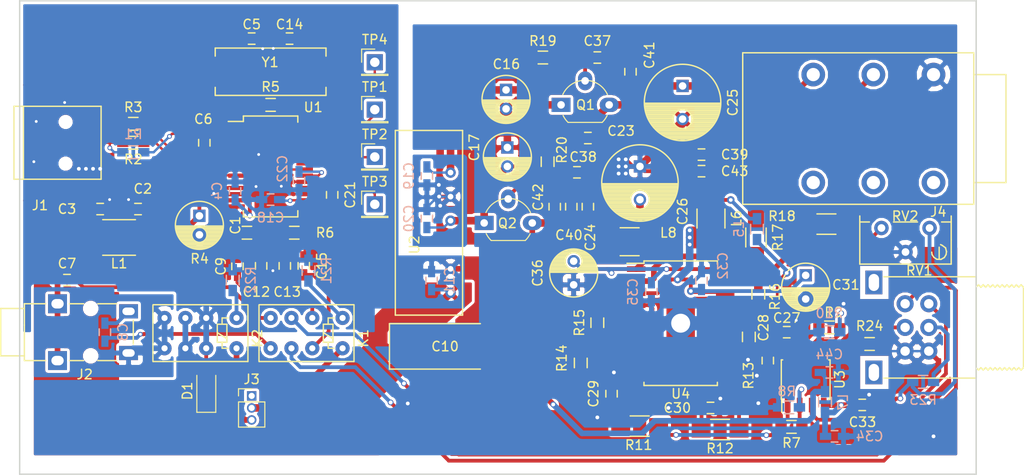
<source format=kicad_pcb>
(kicad_pcb (version 4) (host pcbnew 4.0.6)

  (general
    (links 190)
    (no_connects 0)
    (area 10.724999 13.424999 119.275001 63.575001)
    (thickness 1.6)
    (drawings 5)
    (tracks 819)
    (zones 0)
    (modules 94)
    (nets 70)
  )

  (page A4)
  (layers
    (0 F.Cu signal)
    (31 B.Cu signal)
    (32 B.Adhes user)
    (33 F.Adhes user)
    (34 B.Paste user)
    (35 F.Paste user)
    (36 B.SilkS user)
    (37 F.SilkS user)
    (38 B.Mask user)
    (39 F.Mask user)
    (40 Dwgs.User user)
    (41 Cmts.User user)
    (42 Eco1.User user)
    (43 Eco2.User user)
    (44 Edge.Cuts user)
    (45 Margin user)
    (46 B.CrtYd user)
    (47 F.CrtYd user)
    (48 B.Fab user hide)
    (49 F.Fab user hide)
  )

  (setup
    (last_trace_width 0.4)
    (user_trace_width 0.2)
    (user_trace_width 0.25)
    (user_trace_width 0.6)
    (user_trace_width 0.8)
    (user_trace_width 1.5)
    (trace_clearance 0.2)
    (zone_clearance 0.3)
    (zone_45_only yes)
    (trace_min 0.2)
    (segment_width 0.2)
    (edge_width 0.15)
    (via_size 0.6)
    (via_drill 0.4)
    (via_min_size 0.4)
    (via_min_drill 0.3)
    (user_via 0.5 0.3)
    (user_via 1.3 1)
    (uvia_size 0.3)
    (uvia_drill 0.1)
    (uvias_allowed no)
    (uvia_min_size 0.2)
    (uvia_min_drill 0.1)
    (pcb_text_width 0.3)
    (pcb_text_size 1.5 1.5)
    (mod_edge_width 0.15)
    (mod_text_size 1 1)
    (mod_text_width 0.15)
    (pad_size 1.524 1.524)
    (pad_drill 0.762)
    (pad_to_mask_clearance 0.2)
    (aux_axis_origin 0 0)
    (visible_elements FFFFFFFF)
    (pcbplotparams
      (layerselection 0x00030_80000001)
      (usegerberextensions false)
      (excludeedgelayer true)
      (linewidth 0.100000)
      (plotframeref false)
      (viasonmask false)
      (mode 1)
      (useauxorigin false)
      (hpglpennumber 1)
      (hpglpenspeed 20)
      (hpglpendiameter 15)
      (hpglpenoverlay 2)
      (psnegative false)
      (psa4output false)
      (plotreference true)
      (plotvalue true)
      (plotinvisibletext false)
      (padsonsilk false)
      (subtractmaskfromsilk false)
      (outputformat 1)
      (mirror false)
      (drillshape 1)
      (scaleselection 1)
      (outputdirectory ""))
  )

  (net 0 "")
  (net 1 Earth)
  (net 2 "Net-(C1-Pad1)")
  (net 3 +5V)
  (net 4 "Net-(C4-Pad2)")
  (net 5 "Net-(C5-Pad1)")
  (net 6 +3V3)
  (net 7 "Net-(C7-Pad2)")
  (net 8 "Net-(C7-Pad1)")
  (net 9 "Net-(C8-Pad2)")
  (net 10 "Net-(C8-Pad1)")
  (net 11 /LUSB)
  (net 12 "Net-(C9-Pad1)")
  (net 13 "Net-(C12-Pad1)")
  (net 14 "Net-(C13-Pad2)")
  (net 15 "Net-(C14-Pad1)")
  (net 16 /RUSB)
  (net 17 "Net-(C15-Pad1)")
  (net 18 GNDPWR)
  (net 19 "Net-(C16-Pad1)")
  (net 20 "Net-(C17-Pad2)")
  (net 21 "Net-(C18-Pad2)")
  (net 22 "Net-(C21-Pad1)")
  (net 23 "Net-(C22-Pad2)")
  (net 24 +12V)
  (net 25 -12V)
  (net 26 "Net-(C27-Pad1)")
  (net 27 "Net-(C29-Pad1)")
  (net 28 "Net-(C30-Pad1)")
  (net 29 "Net-(C31-Pad1)")
  (net 30 "Net-(C33-Pad2)")
  (net 31 "Net-(C35-Pad2)")
  (net 32 "Net-(D1-Pad1)")
  (net 33 "Net-(J1-Pad4)")
  (net 34 /D+)
  (net 35 /D-)
  (net 36 GNDA)
  (net 37 "Net-(J3-Pad1)")
  (net 38 "Net-(J4-Pad4)")
  (net 39 "Net-(J4-Pad6)")
  (net 40 "Net-(J4-Pad5)")
  (net 41 "Net-(J4-Pad2)")
  (net 42 "Net-(J4-Pad3)")
  (net 43 "Net-(K1-Pad6)")
  (net 44 "Net-(K1-Pad3)")
  (net 45 "Net-(R2-Pad2)")
  (net 46 "Net-(R3-Pad1)")
  (net 47 "Net-(R7-Pad2)")
  (net 48 "Net-(R11-Pad2)")
  (net 49 "Net-(R10-Pad2)")
  (net 50 "Net-(R12-Pad2)")
  (net 51 "Net-(R13-Pad2)")
  (net 52 "Net-(R14-Pad1)")
  (net 53 "Net-(R15-Pad2)")
  (net 54 "Net-(R16-Pad1)")
  (net 55 "Net-(TP1-Pad1)")
  (net 56 "Net-(TP2-Pad1)")
  (net 57 "Net-(TP3-Pad1)")
  (net 58 "Net-(U1-Pad5)")
  (net 59 "Net-(U1-Pad3)")
  (net 60 "Net-(U1-Pad2)")
  (net 61 "Net-(TP4-Pad1)")
  (net 62 "Net-(C37-Pad1)")
  (net 63 "Net-(C38-Pad1)")
  (net 64 "Net-(K1-Pad1)")
  (net 65 "Net-(K2-Pad1)")
  (net 66 "Net-(R23-Pad2)")
  (net 67 "Net-(R23-Pad1)")
  (net 68 "Net-(R24-Pad2)")
  (net 69 "Net-(R24-Pad1)")

  (net_class Default "This is the default net class."
    (clearance 0.2)
    (trace_width 0.4)
    (via_dia 0.6)
    (via_drill 0.4)
    (uvia_dia 0.3)
    (uvia_drill 0.1)
    (add_net +12V)
    (add_net +3V3)
    (add_net +5V)
    (add_net -12V)
    (add_net /D+)
    (add_net /D-)
    (add_net /LUSB)
    (add_net /RUSB)
    (add_net Earth)
    (add_net GNDA)
    (add_net GNDPWR)
    (add_net "Net-(C1-Pad1)")
    (add_net "Net-(C12-Pad1)")
    (add_net "Net-(C13-Pad2)")
    (add_net "Net-(C14-Pad1)")
    (add_net "Net-(C15-Pad1)")
    (add_net "Net-(C16-Pad1)")
    (add_net "Net-(C17-Pad2)")
    (add_net "Net-(C18-Pad2)")
    (add_net "Net-(C21-Pad1)")
    (add_net "Net-(C22-Pad2)")
    (add_net "Net-(C27-Pad1)")
    (add_net "Net-(C29-Pad1)")
    (add_net "Net-(C30-Pad1)")
    (add_net "Net-(C31-Pad1)")
    (add_net "Net-(C33-Pad2)")
    (add_net "Net-(C35-Pad2)")
    (add_net "Net-(C37-Pad1)")
    (add_net "Net-(C38-Pad1)")
    (add_net "Net-(C4-Pad2)")
    (add_net "Net-(C5-Pad1)")
    (add_net "Net-(C7-Pad1)")
    (add_net "Net-(C7-Pad2)")
    (add_net "Net-(C8-Pad1)")
    (add_net "Net-(C8-Pad2)")
    (add_net "Net-(C9-Pad1)")
    (add_net "Net-(D1-Pad1)")
    (add_net "Net-(J1-Pad4)")
    (add_net "Net-(J3-Pad1)")
    (add_net "Net-(J4-Pad2)")
    (add_net "Net-(J4-Pad3)")
    (add_net "Net-(J4-Pad4)")
    (add_net "Net-(J4-Pad5)")
    (add_net "Net-(J4-Pad6)")
    (add_net "Net-(K1-Pad1)")
    (add_net "Net-(K1-Pad3)")
    (add_net "Net-(K1-Pad6)")
    (add_net "Net-(K2-Pad1)")
    (add_net "Net-(R10-Pad2)")
    (add_net "Net-(R11-Pad2)")
    (add_net "Net-(R12-Pad2)")
    (add_net "Net-(R13-Pad2)")
    (add_net "Net-(R14-Pad1)")
    (add_net "Net-(R15-Pad2)")
    (add_net "Net-(R16-Pad1)")
    (add_net "Net-(R2-Pad2)")
    (add_net "Net-(R23-Pad1)")
    (add_net "Net-(R23-Pad2)")
    (add_net "Net-(R24-Pad1)")
    (add_net "Net-(R24-Pad2)")
    (add_net "Net-(R3-Pad1)")
    (add_net "Net-(R7-Pad2)")
    (add_net "Net-(TP1-Pad1)")
    (add_net "Net-(TP2-Pad1)")
    (add_net "Net-(TP3-Pad1)")
    (add_net "Net-(TP4-Pad1)")
    (add_net "Net-(U1-Pad2)")
    (add_net "Net-(U1-Pad3)")
    (add_net "Net-(U1-Pad5)")
  )

  (module Capacitors_THT:C_Radial_D8_L11.5_P3.5 (layer F.Cu) (tedit 0) (tstamp 5978A803)
    (at 83 22.5 270)
    (descr "Radial Electrolytic Capacitor Diameter 8mm x Length 11.5mm, Pitch 3.5mm")
    (tags "Electrolytic Capacitor")
    (path /593064DB)
    (fp_text reference C25 (at 1.75 -5.3 270) (layer F.SilkS)
      (effects (font (size 1 1) (thickness 0.15)))
    )
    (fp_text value 100u (at 1.75 5.3 270) (layer F.Fab)
      (effects (font (size 1 1) (thickness 0.15)))
    )
    (fp_circle (center 1.75 0) (end 1.75 -4.3) (layer F.CrtYd) (width 0.05))
    (fp_circle (center 1.75 0) (end 1.75 -4.0375) (layer F.SilkS) (width 0.15))
    (fp_circle (center 3.5 0) (end 3.5 -1) (layer F.SilkS) (width 0.15))
    (fp_line (start 5.745 -0.2) (end 5.745 0.2) (layer F.SilkS) (width 0.15))
    (fp_line (start 5.605 -1.067) (end 5.605 1.067) (layer F.SilkS) (width 0.15))
    (fp_line (start 5.465 -1.483) (end 5.465 1.483) (layer F.SilkS) (width 0.15))
    (fp_line (start 5.325 -1.794) (end 5.325 1.794) (layer F.SilkS) (width 0.15))
    (fp_line (start 5.185 -2.05) (end 5.185 2.05) (layer F.SilkS) (width 0.15))
    (fp_line (start 5.045 -2.268) (end 5.045 2.268) (layer F.SilkS) (width 0.15))
    (fp_line (start 4.905 -2.459) (end 4.905 2.459) (layer F.SilkS) (width 0.15))
    (fp_line (start 4.765 -2.629) (end 4.765 2.629) (layer F.SilkS) (width 0.15))
    (fp_line (start 4.625 -2.781) (end 4.625 2.781) (layer F.SilkS) (width 0.15))
    (fp_line (start 4.485 0.173) (end 4.485 2.919) (layer F.SilkS) (width 0.15))
    (fp_line (start 4.485 -2.919) (end 4.485 -0.173) (layer F.SilkS) (width 0.15))
    (fp_line (start 4.345 0.535) (end 4.345 3.044) (layer F.SilkS) (width 0.15))
    (fp_line (start 4.345 -3.044) (end 4.345 -0.535) (layer F.SilkS) (width 0.15))
    (fp_line (start 4.205 0.709) (end 4.205 3.158) (layer F.SilkS) (width 0.15))
    (fp_line (start 4.205 -3.158) (end 4.205 -0.709) (layer F.SilkS) (width 0.15))
    (fp_line (start 4.065 0.825) (end 4.065 3.262) (layer F.SilkS) (width 0.15))
    (fp_line (start 4.065 -3.262) (end 4.065 -0.825) (layer F.SilkS) (width 0.15))
    (fp_line (start 3.925 0.905) (end 3.925 3.357) (layer F.SilkS) (width 0.15))
    (fp_line (start 3.925 -3.357) (end 3.925 -0.905) (layer F.SilkS) (width 0.15))
    (fp_line (start 3.785 0.959) (end 3.785 3.444) (layer F.SilkS) (width 0.15))
    (fp_line (start 3.785 -3.444) (end 3.785 -0.959) (layer F.SilkS) (width 0.15))
    (fp_line (start 3.645 0.989) (end 3.645 3.523) (layer F.SilkS) (width 0.15))
    (fp_line (start 3.645 -3.523) (end 3.645 -0.989) (layer F.SilkS) (width 0.15))
    (fp_line (start 3.505 1) (end 3.505 3.594) (layer F.SilkS) (width 0.15))
    (fp_line (start 3.505 -3.594) (end 3.505 -1) (layer F.SilkS) (width 0.15))
    (fp_line (start 3.365 0.991) (end 3.365 3.659) (layer F.SilkS) (width 0.15))
    (fp_line (start 3.365 -3.659) (end 3.365 -0.991) (layer F.SilkS) (width 0.15))
    (fp_line (start 3.225 0.961) (end 3.225 3.718) (layer F.SilkS) (width 0.15))
    (fp_line (start 3.225 -3.718) (end 3.225 -0.961) (layer F.SilkS) (width 0.15))
    (fp_line (start 3.085 0.91) (end 3.085 3.771) (layer F.SilkS) (width 0.15))
    (fp_line (start 3.085 -3.771) (end 3.085 -0.91) (layer F.SilkS) (width 0.15))
    (fp_line (start 2.945 0.832) (end 2.945 3.817) (layer F.SilkS) (width 0.15))
    (fp_line (start 2.945 -3.817) (end 2.945 -0.832) (layer F.SilkS) (width 0.15))
    (fp_line (start 2.805 0.719) (end 2.805 3.858) (layer F.SilkS) (width 0.15))
    (fp_line (start 2.805 -3.858) (end 2.805 -0.719) (layer F.SilkS) (width 0.15))
    (fp_line (start 2.665 0.55) (end 2.665 3.894) (layer F.SilkS) (width 0.15))
    (fp_line (start 2.665 -3.894) (end 2.665 -0.55) (layer F.SilkS) (width 0.15))
    (fp_line (start 2.525 0.222) (end 2.525 3.924) (layer F.SilkS) (width 0.15))
    (fp_line (start 2.525 -3.924) (end 2.525 -0.222) (layer F.SilkS) (width 0.15))
    (fp_line (start 2.385 -3.949) (end 2.385 3.949) (layer F.SilkS) (width 0.15))
    (fp_line (start 2.245 -3.969) (end 2.245 3.969) (layer F.SilkS) (width 0.15))
    (fp_line (start 2.105 -3.984) (end 2.105 3.984) (layer F.SilkS) (width 0.15))
    (fp_line (start 1.965 -3.994) (end 1.965 3.994) (layer F.SilkS) (width 0.15))
    (fp_line (start 1.825 -3.999) (end 1.825 3.999) (layer F.SilkS) (width 0.15))
    (pad 1 thru_hole rect (at 0 0 270) (size 1.3 1.3) (drill 0.8) (layers *.Cu *.Mask)
      (net 24 +12V))
    (pad 2 thru_hole circle (at 3.5 0 270) (size 1.3 1.3) (drill 0.8) (layers *.Cu *.Mask)
      (net 18 GNDPWR))
    (model Capacitors_ThroughHole.3dshapes/C_Radial_D8_L11.5_P3.5.wrl
      (at (xyz 0 0 0))
      (scale (xyz 1 1 1))
      (rotate (xyz 0 0 0))
    )
  )

  (module Connectors:USB_Mini-B (layer F.Cu) (tedit 5543E571) (tstamp 5978A85A)
    (at 17 28.5)
    (descr "USB Mini-B 5-pin SMD connector")
    (tags "USB USB_B USB_Mini connector")
    (path /5976A1B4)
    (attr smd)
    (fp_text reference J1 (at -1.85 6.61) (layer F.SilkS)
      (effects (font (size 1 1) (thickness 0.15)))
    )
    (fp_text value USB_OTG (at 0 -7.0993) (layer F.Fab)
      (effects (font (size 1 1) (thickness 0.15)))
    )
    (fp_line (start 4.59994 -3.85064) (end -4.59994 -3.85064) (layer F.SilkS) (width 0.15))
    (fp_line (start 4.59994 3.85064) (end 4.59994 -3.85064) (layer F.SilkS) (width 0.15))
    (fp_line (start -4.59994 3.85064) (end 4.59994 3.85064) (layer F.SilkS) (width 0.15))
    (fp_line (start -4.59994 -3.85064) (end -4.59994 3.85064) (layer F.SilkS) (width 0.15))
    (fp_line (start -3.59918 -3.85064) (end -3.59918 3.85064) (layer F.SilkS) (width 0.15))
    (fp_line (start -4.85 5.7) (end -4.85 -5.7) (layer F.CrtYd) (width 0.05))
    (fp_line (start 4.85 5.7) (end -4.85 5.7) (layer F.CrtYd) (width 0.05))
    (fp_line (start 4.85 -5.7) (end 4.85 5.7) (layer F.CrtYd) (width 0.05))
    (fp_line (start -4.85 -5.7) (end 4.85 -5.7) (layer F.CrtYd) (width 0.05))
    (pad "" np_thru_hole circle (at 0.8509 2.19964) (size 0.89916 0.89916) (drill 0.89916) (layers *.Cu *.Mask))
    (pad "" np_thru_hole circle (at 0.8509 -2.19964) (size 0.89916 0.89916) (drill 0.89916) (layers *.Cu *.Mask))
    (pad 6 smd rect (at -2.14884 4.45008) (size 2.49936 1.99898) (layers F.Cu F.Paste F.Mask)
      (net 1 Earth))
    (pad 6 smd rect (at 3.35026 4.45008) (size 2.49936 1.99898) (layers F.Cu F.Paste F.Mask)
      (net 1 Earth))
    (pad 6 smd rect (at -2.14884 -4.45008) (size 2.49936 1.99898) (layers F.Cu F.Paste F.Mask)
      (net 1 Earth))
    (pad 6 smd rect (at 3.35026 -4.45008) (size 2.49936 1.99898) (layers F.Cu F.Paste F.Mask)
      (net 1 Earth))
    (pad 5 smd rect (at 3.44932 1.6002) (size 2.30124 0.50038) (layers F.Cu F.Paste F.Mask)
      (net 1 Earth))
    (pad 4 smd rect (at 3.44932 0.8001) (size 2.30124 0.50038) (layers F.Cu F.Paste F.Mask)
      (net 33 "Net-(J1-Pad4)"))
    (pad 3 smd rect (at 3.44932 0) (size 2.30124 0.50038) (layers F.Cu F.Paste F.Mask)
      (net 34 /D+))
    (pad 2 smd rect (at 3.44932 -0.8001) (size 2.30124 0.50038) (layers F.Cu F.Paste F.Mask)
      (net 35 /D-))
    (pad 1 smd rect (at 3.44932 -1.6002) (size 2.30124 0.50038) (layers F.Cu F.Paste F.Mask)
      (net 3 +5V))
  )

  (module Capacitors_THT:C_Radial_D5_L11_P2 (layer F.Cu) (tedit 0) (tstamp 5978A773)
    (at 31.98 36.22 270)
    (descr "Radial Electrolytic Capacitor 5mm x Length 11mm, Pitch 2mm")
    (tags "Electrolytic Capacitor")
    (path /5934B839)
    (fp_text reference C1 (at 1 -3.8 270) (layer F.SilkS)
      (effects (font (size 1 1) (thickness 0.15)))
    )
    (fp_text value 10u (at 1 3.8 270) (layer F.Fab)
      (effects (font (size 1 1) (thickness 0.15)))
    )
    (fp_circle (center 1 0) (end 1 -2.8) (layer F.CrtYd) (width 0.05))
    (fp_circle (center 1 0) (end 1 -2.5375) (layer F.SilkS) (width 0.15))
    (fp_circle (center 2 0) (end 2 -0.8) (layer F.SilkS) (width 0.15))
    (fp_line (start 3.455 -0.472) (end 3.455 0.472) (layer F.SilkS) (width 0.15))
    (fp_line (start 3.315 -0.944) (end 3.315 0.944) (layer F.SilkS) (width 0.15))
    (fp_line (start 3.175 -1.233) (end 3.175 1.233) (layer F.SilkS) (width 0.15))
    (fp_line (start 3.035 -1.452) (end 3.035 1.452) (layer F.SilkS) (width 0.15))
    (fp_line (start 2.895 -1.631) (end 2.895 1.631) (layer F.SilkS) (width 0.15))
    (fp_line (start 2.755 0.265) (end 2.755 1.78) (layer F.SilkS) (width 0.15))
    (fp_line (start 2.755 -1.78) (end 2.755 -0.265) (layer F.SilkS) (width 0.15))
    (fp_line (start 2.615 0.512) (end 2.615 1.908) (layer F.SilkS) (width 0.15))
    (fp_line (start 2.615 -1.908) (end 2.615 -0.512) (layer F.SilkS) (width 0.15))
    (fp_line (start 2.475 0.644) (end 2.475 2.019) (layer F.SilkS) (width 0.15))
    (fp_line (start 2.475 -2.019) (end 2.475 -0.644) (layer F.SilkS) (width 0.15))
    (fp_line (start 2.335 0.726) (end 2.335 2.114) (layer F.SilkS) (width 0.15))
    (fp_line (start 2.335 -2.114) (end 2.335 -0.726) (layer F.SilkS) (width 0.15))
    (fp_line (start 2.195 0.776) (end 2.195 2.196) (layer F.SilkS) (width 0.15))
    (fp_line (start 2.195 -2.196) (end 2.195 -0.776) (layer F.SilkS) (width 0.15))
    (fp_line (start 2.055 0.798) (end 2.055 2.266) (layer F.SilkS) (width 0.15))
    (fp_line (start 2.055 -2.266) (end 2.055 -0.798) (layer F.SilkS) (width 0.15))
    (fp_line (start 1.915 0.795) (end 1.915 2.327) (layer F.SilkS) (width 0.15))
    (fp_line (start 1.915 -2.327) (end 1.915 -0.795) (layer F.SilkS) (width 0.15))
    (fp_line (start 1.775 0.768) (end 1.775 2.377) (layer F.SilkS) (width 0.15))
    (fp_line (start 1.775 -2.377) (end 1.775 -0.768) (layer F.SilkS) (width 0.15))
    (fp_line (start 1.635 0.712) (end 1.635 2.418) (layer F.SilkS) (width 0.15))
    (fp_line (start 1.635 -2.418) (end 1.635 -0.712) (layer F.SilkS) (width 0.15))
    (fp_line (start 1.495 0.62) (end 1.495 2.451) (layer F.SilkS) (width 0.15))
    (fp_line (start 1.495 -2.451) (end 1.495 -0.62) (layer F.SilkS) (width 0.15))
    (fp_line (start 1.355 0.473) (end 1.355 2.475) (layer F.SilkS) (width 0.15))
    (fp_line (start 1.355 -2.475) (end 1.355 -0.473) (layer F.SilkS) (width 0.15))
    (fp_line (start 1.215 0.154) (end 1.215 2.491) (layer F.SilkS) (width 0.15))
    (fp_line (start 1.215 -2.491) (end 1.215 -0.154) (layer F.SilkS) (width 0.15))
    (fp_line (start 1.075 -2.499) (end 1.075 2.499) (layer F.SilkS) (width 0.15))
    (pad 2 thru_hole circle (at 2 0 270) (size 1.3 1.3) (drill 0.8) (layers *.Cu *.Mask)
      (net 1 Earth))
    (pad 1 thru_hole rect (at 0 0 270) (size 1.3 1.3) (drill 0.8) (layers *.Cu *.Mask)
      (net 2 "Net-(C1-Pad1)"))
    (model Capacitors_ThroughHole.3dshapes/C_Radial_D5_L11_P2.wrl
      (at (xyz 0 0 0))
      (scale (xyz 1 1 1))
      (rotate (xyz 0 0 0))
    )
  )

  (module Capacitors_SMD:C_0603_HandSoldering (layer F.Cu) (tedit 541A9B4D) (tstamp 5978A779)
    (at 25.5 35.5)
    (descr "Capacitor SMD 0603, hand soldering")
    (tags "capacitor 0603")
    (path /5934BF3E)
    (attr smd)
    (fp_text reference C2 (at 0.51 -2.14) (layer F.SilkS)
      (effects (font (size 1 1) (thickness 0.15)))
    )
    (fp_text value 100n (at 0 1.9) (layer F.Fab)
      (effects (font (size 1 1) (thickness 0.15)))
    )
    (fp_line (start 0.35 0.6) (end -0.35 0.6) (layer F.SilkS) (width 0.15))
    (fp_line (start -0.35 -0.6) (end 0.35 -0.6) (layer F.SilkS) (width 0.15))
    (fp_line (start 1.85 -0.75) (end 1.85 0.75) (layer F.CrtYd) (width 0.05))
    (fp_line (start -1.85 -0.75) (end -1.85 0.75) (layer F.CrtYd) (width 0.05))
    (fp_line (start -1.85 0.75) (end 1.85 0.75) (layer F.CrtYd) (width 0.05))
    (fp_line (start -1.85 -0.75) (end 1.85 -0.75) (layer F.CrtYd) (width 0.05))
    (fp_line (start -0.8 -0.4) (end 0.8 -0.4) (layer F.Fab) (width 0.15))
    (fp_line (start 0.8 -0.4) (end 0.8 0.4) (layer F.Fab) (width 0.15))
    (fp_line (start 0.8 0.4) (end -0.8 0.4) (layer F.Fab) (width 0.15))
    (fp_line (start -0.8 0.4) (end -0.8 -0.4) (layer F.Fab) (width 0.15))
    (pad 2 smd rect (at 0.95 0) (size 1.2 0.75) (layers F.Cu F.Paste F.Mask)
      (net 2 "Net-(C1-Pad1)"))
    (pad 1 smd rect (at -0.95 0) (size 1.2 0.75) (layers F.Cu F.Paste F.Mask)
      (net 1 Earth))
    (model Capacitors_SMD.3dshapes/C_0603_HandSoldering.wrl
      (at (xyz 0 0 0))
      (scale (xyz 1 1 1))
      (rotate (xyz 0 0 0))
    )
  )

  (module Capacitors_SMD:C_0603_HandSoldering (layer F.Cu) (tedit 541A9B4D) (tstamp 5978A77F)
    (at 21.5 35.5)
    (descr "Capacitor SMD 0603, hand soldering")
    (tags "capacitor 0603")
    (path /59305590)
    (attr smd)
    (fp_text reference C3 (at -3.5 0) (layer F.SilkS)
      (effects (font (size 1 1) (thickness 0.15)))
    )
    (fp_text value 200n (at 0 1.9) (layer F.Fab)
      (effects (font (size 1 1) (thickness 0.15)))
    )
    (fp_line (start 0.35 0.6) (end -0.35 0.6) (layer F.SilkS) (width 0.15))
    (fp_line (start -0.35 -0.6) (end 0.35 -0.6) (layer F.SilkS) (width 0.15))
    (fp_line (start 1.85 -0.75) (end 1.85 0.75) (layer F.CrtYd) (width 0.05))
    (fp_line (start -1.85 -0.75) (end -1.85 0.75) (layer F.CrtYd) (width 0.05))
    (fp_line (start -1.85 0.75) (end 1.85 0.75) (layer F.CrtYd) (width 0.05))
    (fp_line (start -1.85 -0.75) (end 1.85 -0.75) (layer F.CrtYd) (width 0.05))
    (fp_line (start -0.8 -0.4) (end 0.8 -0.4) (layer F.Fab) (width 0.15))
    (fp_line (start 0.8 -0.4) (end 0.8 0.4) (layer F.Fab) (width 0.15))
    (fp_line (start 0.8 0.4) (end -0.8 0.4) (layer F.Fab) (width 0.15))
    (fp_line (start -0.8 0.4) (end -0.8 -0.4) (layer F.Fab) (width 0.15))
    (pad 2 smd rect (at 0.95 0) (size 1.2 0.75) (layers F.Cu F.Paste F.Mask)
      (net 1 Earth))
    (pad 1 smd rect (at -0.95 0) (size 1.2 0.75) (layers F.Cu F.Paste F.Mask)
      (net 3 +5V))
    (model Capacitors_SMD.3dshapes/C_0603_HandSoldering.wrl
      (at (xyz 0 0 0))
      (scale (xyz 1 1 1))
      (rotate (xyz 0 0 0))
    )
  )

  (module Capacitors_SMD:C_0603_HandSoldering (layer B.Cu) (tedit 541A9B4D) (tstamp 5978A785)
    (at 35.75 33.59 270)
    (descr "Capacitor SMD 0603, hand soldering")
    (tags "capacitor 0603")
    (path /5934A4BD)
    (attr smd)
    (fp_text reference C4 (at 0 1.9 270) (layer B.SilkS)
      (effects (font (size 1 1) (thickness 0.15)) (justify mirror))
    )
    (fp_text value 1u (at 0 -1.9 270) (layer B.Fab)
      (effects (font (size 1 1) (thickness 0.15)) (justify mirror))
    )
    (fp_line (start 0.35 -0.6) (end -0.35 -0.6) (layer B.SilkS) (width 0.15))
    (fp_line (start -0.35 0.6) (end 0.35 0.6) (layer B.SilkS) (width 0.15))
    (fp_line (start 1.85 0.75) (end 1.85 -0.75) (layer B.CrtYd) (width 0.05))
    (fp_line (start -1.85 0.75) (end -1.85 -0.75) (layer B.CrtYd) (width 0.05))
    (fp_line (start -1.85 -0.75) (end 1.85 -0.75) (layer B.CrtYd) (width 0.05))
    (fp_line (start -1.85 0.75) (end 1.85 0.75) (layer B.CrtYd) (width 0.05))
    (fp_line (start -0.8 0.4) (end 0.8 0.4) (layer B.Fab) (width 0.15))
    (fp_line (start 0.8 0.4) (end 0.8 -0.4) (layer B.Fab) (width 0.15))
    (fp_line (start 0.8 -0.4) (end -0.8 -0.4) (layer B.Fab) (width 0.15))
    (fp_line (start -0.8 -0.4) (end -0.8 0.4) (layer B.Fab) (width 0.15))
    (pad 2 smd rect (at 0.95 0 270) (size 1.2 0.75) (layers B.Cu B.Paste B.Mask)
      (net 4 "Net-(C4-Pad2)"))
    (pad 1 smd rect (at -0.95 0 270) (size 1.2 0.75) (layers B.Cu B.Paste B.Mask)
      (net 1 Earth))
    (model Capacitors_SMD.3dshapes/C_0603_HandSoldering.wrl
      (at (xyz 0 0 0))
      (scale (xyz 1 1 1))
      (rotate (xyz 0 0 0))
    )
  )

  (module Capacitors_SMD:C_0603_HandSoldering (layer F.Cu) (tedit 541A9B4D) (tstamp 5978A78B)
    (at 37.5 17.5)
    (descr "Capacitor SMD 0603, hand soldering")
    (tags "capacitor 0603")
    (path /59348C90)
    (attr smd)
    (fp_text reference C5 (at 0 -1.5) (layer F.SilkS)
      (effects (font (size 1 1) (thickness 0.15)))
    )
    (fp_text value 27p (at 0 1.9) (layer F.Fab)
      (effects (font (size 1 1) (thickness 0.15)))
    )
    (fp_line (start 0.35 0.6) (end -0.35 0.6) (layer F.SilkS) (width 0.15))
    (fp_line (start -0.35 -0.6) (end 0.35 -0.6) (layer F.SilkS) (width 0.15))
    (fp_line (start 1.85 -0.75) (end 1.85 0.75) (layer F.CrtYd) (width 0.05))
    (fp_line (start -1.85 -0.75) (end -1.85 0.75) (layer F.CrtYd) (width 0.05))
    (fp_line (start -1.85 0.75) (end 1.85 0.75) (layer F.CrtYd) (width 0.05))
    (fp_line (start -1.85 -0.75) (end 1.85 -0.75) (layer F.CrtYd) (width 0.05))
    (fp_line (start -0.8 -0.4) (end 0.8 -0.4) (layer F.Fab) (width 0.15))
    (fp_line (start 0.8 -0.4) (end 0.8 0.4) (layer F.Fab) (width 0.15))
    (fp_line (start 0.8 0.4) (end -0.8 0.4) (layer F.Fab) (width 0.15))
    (fp_line (start -0.8 0.4) (end -0.8 -0.4) (layer F.Fab) (width 0.15))
    (pad 2 smd rect (at 0.95 0) (size 1.2 0.75) (layers F.Cu F.Paste F.Mask)
      (net 1 Earth))
    (pad 1 smd rect (at -0.95 0) (size 1.2 0.75) (layers F.Cu F.Paste F.Mask)
      (net 5 "Net-(C5-Pad1)"))
    (model Capacitors_SMD.3dshapes/C_0603_HandSoldering.wrl
      (at (xyz 0 0 0))
      (scale (xyz 1 1 1))
      (rotate (xyz 0 0 0))
    )
  )

  (module Capacitors_SMD:C_0603_HandSoldering (layer F.Cu) (tedit 541A9B4D) (tstamp 5978A791)
    (at 32.5 28.5 90)
    (descr "Capacitor SMD 0603, hand soldering")
    (tags "capacitor 0603")
    (path /5934D473)
    (attr smd)
    (fp_text reference C6 (at 2.5 -0.1 180) (layer F.SilkS)
      (effects (font (size 1 1) (thickness 0.15)))
    )
    (fp_text value 200n (at 0 1.9 90) (layer F.Fab)
      (effects (font (size 1 1) (thickness 0.15)))
    )
    (fp_line (start 0.35 0.6) (end -0.35 0.6) (layer F.SilkS) (width 0.15))
    (fp_line (start -0.35 -0.6) (end 0.35 -0.6) (layer F.SilkS) (width 0.15))
    (fp_line (start 1.85 -0.75) (end 1.85 0.75) (layer F.CrtYd) (width 0.05))
    (fp_line (start -1.85 -0.75) (end -1.85 0.75) (layer F.CrtYd) (width 0.05))
    (fp_line (start -1.85 0.75) (end 1.85 0.75) (layer F.CrtYd) (width 0.05))
    (fp_line (start -1.85 -0.75) (end 1.85 -0.75) (layer F.CrtYd) (width 0.05))
    (fp_line (start -0.8 -0.4) (end 0.8 -0.4) (layer F.Fab) (width 0.15))
    (fp_line (start 0.8 -0.4) (end 0.8 0.4) (layer F.Fab) (width 0.15))
    (fp_line (start 0.8 0.4) (end -0.8 0.4) (layer F.Fab) (width 0.15))
    (fp_line (start -0.8 0.4) (end -0.8 -0.4) (layer F.Fab) (width 0.15))
    (pad 2 smd rect (at 0.95 0 90) (size 1.2 0.75) (layers F.Cu F.Paste F.Mask)
      (net 6 +3V3))
    (pad 1 smd rect (at -0.95 0 90) (size 1.2 0.75) (layers F.Cu F.Paste F.Mask)
      (net 1 Earth))
    (model Capacitors_SMD.3dshapes/C_0603_HandSoldering.wrl
      (at (xyz 0 0 0))
      (scale (xyz 1 1 1))
      (rotate (xyz 0 0 0))
    )
  )

  (module Capacitors_SMD:C_0603_HandSoldering (layer F.Cu) (tedit 541A9B4D) (tstamp 5978A797)
    (at 18 43 180)
    (descr "Capacitor SMD 0603, hand soldering")
    (tags "capacitor 0603")
    (path /5935AC3B)
    (attr smd)
    (fp_text reference C7 (at 0 1.75 180) (layer F.SilkS)
      (effects (font (size 1 1) (thickness 0.15)))
    )
    (fp_text value 1u (at 0 1.9 180) (layer F.Fab)
      (effects (font (size 1 1) (thickness 0.15)))
    )
    (fp_line (start 0.35 0.6) (end -0.35 0.6) (layer F.SilkS) (width 0.15))
    (fp_line (start -0.35 -0.6) (end 0.35 -0.6) (layer F.SilkS) (width 0.15))
    (fp_line (start 1.85 -0.75) (end 1.85 0.75) (layer F.CrtYd) (width 0.05))
    (fp_line (start -1.85 -0.75) (end -1.85 0.75) (layer F.CrtYd) (width 0.05))
    (fp_line (start -1.85 0.75) (end 1.85 0.75) (layer F.CrtYd) (width 0.05))
    (fp_line (start -1.85 -0.75) (end 1.85 -0.75) (layer F.CrtYd) (width 0.05))
    (fp_line (start -0.8 -0.4) (end 0.8 -0.4) (layer F.Fab) (width 0.15))
    (fp_line (start 0.8 -0.4) (end 0.8 0.4) (layer F.Fab) (width 0.15))
    (fp_line (start 0.8 0.4) (end -0.8 0.4) (layer F.Fab) (width 0.15))
    (fp_line (start -0.8 0.4) (end -0.8 -0.4) (layer F.Fab) (width 0.15))
    (pad 2 smd rect (at 0.95 0 180) (size 1.2 0.75) (layers F.Cu F.Paste F.Mask)
      (net 7 "Net-(C7-Pad2)"))
    (pad 1 smd rect (at -0.95 0 180) (size 1.2 0.75) (layers F.Cu F.Paste F.Mask)
      (net 8 "Net-(C7-Pad1)"))
    (model Capacitors_SMD.3dshapes/C_0603_HandSoldering.wrl
      (at (xyz 0 0 0))
      (scale (xyz 1 1 1))
      (rotate (xyz 0 0 0))
    )
  )

  (module Capacitors_SMD:C_0603_HandSoldering (layer B.Cu) (tedit 541A9B4D) (tstamp 5978A79D)
    (at 22 48.5 90)
    (descr "Capacitor SMD 0603, hand soldering")
    (tags "capacitor 0603")
    (path /5935A9B7)
    (attr smd)
    (fp_text reference C8 (at 0 1.9 90) (layer B.SilkS)
      (effects (font (size 1 1) (thickness 0.15)) (justify mirror))
    )
    (fp_text value 1u (at 0 -1.9 90) (layer B.Fab)
      (effects (font (size 1 1) (thickness 0.15)) (justify mirror))
    )
    (fp_line (start 0.35 -0.6) (end -0.35 -0.6) (layer B.SilkS) (width 0.15))
    (fp_line (start -0.35 0.6) (end 0.35 0.6) (layer B.SilkS) (width 0.15))
    (fp_line (start 1.85 0.75) (end 1.85 -0.75) (layer B.CrtYd) (width 0.05))
    (fp_line (start -1.85 0.75) (end -1.85 -0.75) (layer B.CrtYd) (width 0.05))
    (fp_line (start -1.85 -0.75) (end 1.85 -0.75) (layer B.CrtYd) (width 0.05))
    (fp_line (start -1.85 0.75) (end 1.85 0.75) (layer B.CrtYd) (width 0.05))
    (fp_line (start -0.8 0.4) (end 0.8 0.4) (layer B.Fab) (width 0.15))
    (fp_line (start 0.8 0.4) (end 0.8 -0.4) (layer B.Fab) (width 0.15))
    (fp_line (start 0.8 -0.4) (end -0.8 -0.4) (layer B.Fab) (width 0.15))
    (fp_line (start -0.8 -0.4) (end -0.8 0.4) (layer B.Fab) (width 0.15))
    (pad 2 smd rect (at 0.95 0 90) (size 1.2 0.75) (layers B.Cu B.Paste B.Mask)
      (net 9 "Net-(C8-Pad2)"))
    (pad 1 smd rect (at -0.95 0 90) (size 1.2 0.75) (layers B.Cu B.Paste B.Mask)
      (net 10 "Net-(C8-Pad1)"))
    (model Capacitors_SMD.3dshapes/C_0603_HandSoldering.wrl
      (at (xyz 0 0 0))
      (scale (xyz 1 1 1))
      (rotate (xyz 0 0 0))
    )
  )

  (module Capacitors_SMD:C_0603_HandSoldering (layer F.Cu) (tedit 541A9B4D) (tstamp 5978A7A3)
    (at 36 41.55 270)
    (descr "Capacitor SMD 0603, hand soldering")
    (tags "capacitor 0603")
    (path /593501B5)
    (attr smd)
    (fp_text reference C9 (at 0 1.75 270) (layer F.SilkS)
      (effects (font (size 1 1) (thickness 0.15)))
    )
    (fp_text value 1u (at 0 1.9 270) (layer F.Fab)
      (effects (font (size 1 1) (thickness 0.15)))
    )
    (fp_line (start 0.35 0.6) (end -0.35 0.6) (layer F.SilkS) (width 0.15))
    (fp_line (start -0.35 -0.6) (end 0.35 -0.6) (layer F.SilkS) (width 0.15))
    (fp_line (start 1.85 -0.75) (end 1.85 0.75) (layer F.CrtYd) (width 0.05))
    (fp_line (start -1.85 -0.75) (end -1.85 0.75) (layer F.CrtYd) (width 0.05))
    (fp_line (start -1.85 0.75) (end 1.85 0.75) (layer F.CrtYd) (width 0.05))
    (fp_line (start -1.85 -0.75) (end 1.85 -0.75) (layer F.CrtYd) (width 0.05))
    (fp_line (start -0.8 -0.4) (end 0.8 -0.4) (layer F.Fab) (width 0.15))
    (fp_line (start 0.8 -0.4) (end 0.8 0.4) (layer F.Fab) (width 0.15))
    (fp_line (start 0.8 0.4) (end -0.8 0.4) (layer F.Fab) (width 0.15))
    (fp_line (start -0.8 0.4) (end -0.8 -0.4) (layer F.Fab) (width 0.15))
    (pad 2 smd rect (at 0.95 0 270) (size 1.2 0.75) (layers F.Cu F.Paste F.Mask)
      (net 11 /LUSB))
    (pad 1 smd rect (at -0.95 0 270) (size 1.2 0.75) (layers F.Cu F.Paste F.Mask)
      (net 12 "Net-(C9-Pad1)"))
    (model Capacitors_SMD.3dshapes/C_0603_HandSoldering.wrl
      (at (xyz 0 0 0))
      (scale (xyz 1 1 1))
      (rotate (xyz 0 0 0))
    )
  )

  (module Capacitors_Tantalum_SMD:Tantalum_Case-D_EIA-7343-31_Hand (layer F.Cu) (tedit 57B6E980) (tstamp 5978A7A9)
    (at 58 50)
    (descr "Tantalum capacitor, Case D, EIA 7343-31, 7.3x4.3x2.8mm, Hand soldering footprint")
    (tags "capacitor tantalum smd")
    (path /593055F7)
    (attr smd)
    (fp_text reference C10 (at -0.08 0.01) (layer F.SilkS)
      (effects (font (size 1 1) (thickness 0.15)))
    )
    (fp_text value 100u (at 0 3.9) (layer F.Fab)
      (effects (font (size 1 1) (thickness 0.15)))
    )
    (fp_line (start -5.95 -2.4) (end -5.95 2.4) (layer F.SilkS) (width 0.15))
    (fp_line (start -5.95 2.4) (end 3.65 2.4) (layer F.SilkS) (width 0.15))
    (fp_line (start -5.95 -2.4) (end 3.65 -2.4) (layer F.SilkS) (width 0.15))
    (fp_line (start -2.555 -2.15) (end -2.555 2.15) (layer F.Fab) (width 0.15))
    (fp_line (start -2.92 -2.15) (end -2.92 2.15) (layer F.Fab) (width 0.15))
    (fp_line (start 3.65 -2.15) (end -3.65 -2.15) (layer F.Fab) (width 0.15))
    (fp_line (start 3.65 2.15) (end 3.65 -2.15) (layer F.Fab) (width 0.15))
    (fp_line (start -3.65 2.15) (end 3.65 2.15) (layer F.Fab) (width 0.15))
    (fp_line (start -3.65 -2.15) (end -3.65 2.15) (layer F.Fab) (width 0.15))
    (fp_line (start 6.05 -2.5) (end -6.05 -2.5) (layer F.CrtYd) (width 0.05))
    (fp_line (start 6.05 2.5) (end 6.05 -2.5) (layer F.CrtYd) (width 0.05))
    (fp_line (start -6.05 2.5) (end 6.05 2.5) (layer F.CrtYd) (width 0.05))
    (fp_line (start -6.05 -2.5) (end -6.05 2.5) (layer F.CrtYd) (width 0.05))
    (pad 2 smd rect (at 3.775 0) (size 3.75 2.7) (layers F.Cu F.Paste F.Mask)
      (net 1 Earth))
    (pad 1 smd rect (at -3.775 0) (size 3.75 2.7) (layers F.Cu F.Paste F.Mask)
      (net 3 +5V))
    (model Capacitors_Tantalum_SMD.3dshapes/Tantalum_Case-D_EIA-7343-31.wrl
      (at (xyz 0 0 0))
      (scale (xyz 1 1 1))
      (rotate (xyz 0 0 0))
    )
  )

  (module Capacitors_SMD:C_0603_HandSoldering (layer B.Cu) (tedit 541A9B4D) (tstamp 5978A7AF)
    (at 56.5 43.05 90)
    (descr "Capacitor SMD 0603, hand soldering")
    (tags "capacitor 0603")
    (path /5930565F)
    (attr smd)
    (fp_text reference C11 (at 0 1.9 90) (layer B.SilkS)
      (effects (font (size 1 1) (thickness 0.15)) (justify mirror))
    )
    (fp_text value 100n (at 0 -1.9 90) (layer B.Fab)
      (effects (font (size 1 1) (thickness 0.15)) (justify mirror))
    )
    (fp_line (start 0.35 -0.6) (end -0.35 -0.6) (layer B.SilkS) (width 0.15))
    (fp_line (start -0.35 0.6) (end 0.35 0.6) (layer B.SilkS) (width 0.15))
    (fp_line (start 1.85 0.75) (end 1.85 -0.75) (layer B.CrtYd) (width 0.05))
    (fp_line (start -1.85 0.75) (end -1.85 -0.75) (layer B.CrtYd) (width 0.05))
    (fp_line (start -1.85 -0.75) (end 1.85 -0.75) (layer B.CrtYd) (width 0.05))
    (fp_line (start -1.85 0.75) (end 1.85 0.75) (layer B.CrtYd) (width 0.05))
    (fp_line (start -0.8 0.4) (end 0.8 0.4) (layer B.Fab) (width 0.15))
    (fp_line (start 0.8 0.4) (end 0.8 -0.4) (layer B.Fab) (width 0.15))
    (fp_line (start 0.8 -0.4) (end -0.8 -0.4) (layer B.Fab) (width 0.15))
    (fp_line (start -0.8 -0.4) (end -0.8 0.4) (layer B.Fab) (width 0.15))
    (pad 2 smd rect (at 0.95 0 90) (size 1.2 0.75) (layers B.Cu B.Paste B.Mask)
      (net 1 Earth))
    (pad 1 smd rect (at -0.95 0 90) (size 1.2 0.75) (layers B.Cu B.Paste B.Mask)
      (net 3 +5V))
    (model Capacitors_SMD.3dshapes/C_0603_HandSoldering.wrl
      (at (xyz 0 0 0))
      (scale (xyz 1 1 1))
      (rotate (xyz 0 0 0))
    )
  )

  (module Capacitors_SMD:C_0603_HandSoldering (layer F.Cu) (tedit 541A9B4D) (tstamp 5978A7B5)
    (at 38.5 41.5 270)
    (descr "Capacitor SMD 0603, hand soldering")
    (tags "capacitor 0603")
    (path /5934FA03)
    (attr smd)
    (fp_text reference C12 (at 2.75 0.5 540) (layer F.SilkS)
      (effects (font (size 1 1) (thickness 0.15)))
    )
    (fp_text value 22n (at 0 1.9 270) (layer F.Fab)
      (effects (font (size 1 1) (thickness 0.15)))
    )
    (fp_line (start 0.35 0.6) (end -0.35 0.6) (layer F.SilkS) (width 0.15))
    (fp_line (start -0.35 -0.6) (end 0.35 -0.6) (layer F.SilkS) (width 0.15))
    (fp_line (start 1.85 -0.75) (end 1.85 0.75) (layer F.CrtYd) (width 0.05))
    (fp_line (start -1.85 -0.75) (end -1.85 0.75) (layer F.CrtYd) (width 0.05))
    (fp_line (start -1.85 0.75) (end 1.85 0.75) (layer F.CrtYd) (width 0.05))
    (fp_line (start -1.85 -0.75) (end 1.85 -0.75) (layer F.CrtYd) (width 0.05))
    (fp_line (start -0.8 -0.4) (end 0.8 -0.4) (layer F.Fab) (width 0.15))
    (fp_line (start 0.8 -0.4) (end 0.8 0.4) (layer F.Fab) (width 0.15))
    (fp_line (start 0.8 0.4) (end -0.8 0.4) (layer F.Fab) (width 0.15))
    (fp_line (start -0.8 0.4) (end -0.8 -0.4) (layer F.Fab) (width 0.15))
    (pad 2 smd rect (at 0.95 0 270) (size 1.2 0.75) (layers F.Cu F.Paste F.Mask)
      (net 1 Earth))
    (pad 1 smd rect (at -0.95 0 270) (size 1.2 0.75) (layers F.Cu F.Paste F.Mask)
      (net 13 "Net-(C12-Pad1)"))
    (model Capacitors_SMD.3dshapes/C_0603_HandSoldering.wrl
      (at (xyz 0 0 0))
      (scale (xyz 1 1 1))
      (rotate (xyz 0 0 0))
    )
  )

  (module Capacitors_SMD:C_0603_HandSoldering (layer F.Cu) (tedit 541A9B4D) (tstamp 5978A7BB)
    (at 41 41.5 90)
    (descr "Capacitor SMD 0603, hand soldering")
    (tags "capacitor 0603")
    (path /5934F029)
    (attr smd)
    (fp_text reference C13 (at -2.75 0.25 360) (layer F.SilkS)
      (effects (font (size 1 1) (thickness 0.15)))
    )
    (fp_text value 22n (at 0 1.9 90) (layer F.Fab)
      (effects (font (size 1 1) (thickness 0.15)))
    )
    (fp_line (start 0.35 0.6) (end -0.35 0.6) (layer F.SilkS) (width 0.15))
    (fp_line (start -0.35 -0.6) (end 0.35 -0.6) (layer F.SilkS) (width 0.15))
    (fp_line (start 1.85 -0.75) (end 1.85 0.75) (layer F.CrtYd) (width 0.05))
    (fp_line (start -1.85 -0.75) (end -1.85 0.75) (layer F.CrtYd) (width 0.05))
    (fp_line (start -1.85 0.75) (end 1.85 0.75) (layer F.CrtYd) (width 0.05))
    (fp_line (start -1.85 -0.75) (end 1.85 -0.75) (layer F.CrtYd) (width 0.05))
    (fp_line (start -0.8 -0.4) (end 0.8 -0.4) (layer F.Fab) (width 0.15))
    (fp_line (start 0.8 -0.4) (end 0.8 0.4) (layer F.Fab) (width 0.15))
    (fp_line (start 0.8 0.4) (end -0.8 0.4) (layer F.Fab) (width 0.15))
    (fp_line (start -0.8 0.4) (end -0.8 -0.4) (layer F.Fab) (width 0.15))
    (pad 2 smd rect (at 0.95 0 90) (size 1.2 0.75) (layers F.Cu F.Paste F.Mask)
      (net 14 "Net-(C13-Pad2)"))
    (pad 1 smd rect (at -0.95 0 90) (size 1.2 0.75) (layers F.Cu F.Paste F.Mask)
      (net 1 Earth))
    (model Capacitors_SMD.3dshapes/C_0603_HandSoldering.wrl
      (at (xyz 0 0 0))
      (scale (xyz 1 1 1))
      (rotate (xyz 0 0 0))
    )
  )

  (module Capacitors_SMD:C_0603_HandSoldering (layer F.Cu) (tedit 541A9B4D) (tstamp 5978A7C1)
    (at 41.5 17.5 180)
    (descr "Capacitor SMD 0603, hand soldering")
    (tags "capacitor 0603")
    (path /59348F37)
    (attr smd)
    (fp_text reference C14 (at 0 1.5 180) (layer F.SilkS)
      (effects (font (size 1 1) (thickness 0.15)))
    )
    (fp_text value 27p (at 0 1.9 180) (layer F.Fab)
      (effects (font (size 1 1) (thickness 0.15)))
    )
    (fp_line (start 0.35 0.6) (end -0.35 0.6) (layer F.SilkS) (width 0.15))
    (fp_line (start -0.35 -0.6) (end 0.35 -0.6) (layer F.SilkS) (width 0.15))
    (fp_line (start 1.85 -0.75) (end 1.85 0.75) (layer F.CrtYd) (width 0.05))
    (fp_line (start -1.85 -0.75) (end -1.85 0.75) (layer F.CrtYd) (width 0.05))
    (fp_line (start -1.85 0.75) (end 1.85 0.75) (layer F.CrtYd) (width 0.05))
    (fp_line (start -1.85 -0.75) (end 1.85 -0.75) (layer F.CrtYd) (width 0.05))
    (fp_line (start -0.8 -0.4) (end 0.8 -0.4) (layer F.Fab) (width 0.15))
    (fp_line (start 0.8 -0.4) (end 0.8 0.4) (layer F.Fab) (width 0.15))
    (fp_line (start 0.8 0.4) (end -0.8 0.4) (layer F.Fab) (width 0.15))
    (fp_line (start -0.8 0.4) (end -0.8 -0.4) (layer F.Fab) (width 0.15))
    (pad 2 smd rect (at 0.95 0 180) (size 1.2 0.75) (layers F.Cu F.Paste F.Mask)
      (net 1 Earth))
    (pad 1 smd rect (at -0.95 0 180) (size 1.2 0.75) (layers F.Cu F.Paste F.Mask)
      (net 15 "Net-(C14-Pad1)"))
    (model Capacitors_SMD.3dshapes/C_0603_HandSoldering.wrl
      (at (xyz 0 0 0))
      (scale (xyz 1 1 1))
      (rotate (xyz 0 0 0))
    )
  )

  (module Capacitors_SMD:C_0603_HandSoldering (layer F.Cu) (tedit 541A9B4D) (tstamp 5978A7C7)
    (at 43 41.5 270)
    (descr "Capacitor SMD 0603, hand soldering")
    (tags "capacitor 0603")
    (path /5934F52B)
    (attr smd)
    (fp_text reference C15 (at 0 -1.9 270) (layer F.SilkS)
      (effects (font (size 1 1) (thickness 0.15)))
    )
    (fp_text value 1u (at 0 1.9 270) (layer F.Fab)
      (effects (font (size 1 1) (thickness 0.15)))
    )
    (fp_line (start 0.35 0.6) (end -0.35 0.6) (layer F.SilkS) (width 0.15))
    (fp_line (start -0.35 -0.6) (end 0.35 -0.6) (layer F.SilkS) (width 0.15))
    (fp_line (start 1.85 -0.75) (end 1.85 0.75) (layer F.CrtYd) (width 0.05))
    (fp_line (start -1.85 -0.75) (end -1.85 0.75) (layer F.CrtYd) (width 0.05))
    (fp_line (start -1.85 0.75) (end 1.85 0.75) (layer F.CrtYd) (width 0.05))
    (fp_line (start -1.85 -0.75) (end 1.85 -0.75) (layer F.CrtYd) (width 0.05))
    (fp_line (start -0.8 -0.4) (end 0.8 -0.4) (layer F.Fab) (width 0.15))
    (fp_line (start 0.8 -0.4) (end 0.8 0.4) (layer F.Fab) (width 0.15))
    (fp_line (start 0.8 0.4) (end -0.8 0.4) (layer F.Fab) (width 0.15))
    (fp_line (start -0.8 0.4) (end -0.8 -0.4) (layer F.Fab) (width 0.15))
    (pad 2 smd rect (at 0.95 0 270) (size 1.2 0.75) (layers F.Cu F.Paste F.Mask)
      (net 16 /RUSB))
    (pad 1 smd rect (at -0.95 0 270) (size 1.2 0.75) (layers F.Cu F.Paste F.Mask)
      (net 17 "Net-(C15-Pad1)"))
    (model Capacitors_SMD.3dshapes/C_0603_HandSoldering.wrl
      (at (xyz 0 0 0))
      (scale (xyz 1 1 1))
      (rotate (xyz 0 0 0))
    )
  )

  (module Capacitors_THT:C_Radial_D5_L11_P2 (layer F.Cu) (tedit 0) (tstamp 5978A7CD)
    (at 64.36 22.92 270)
    (descr "Radial Electrolytic Capacitor 5mm x Length 11mm, Pitch 2mm")
    (tags "Electrolytic Capacitor")
    (path /59305A96)
    (fp_text reference C16 (at -2.72 -0.04 360) (layer F.SilkS)
      (effects (font (size 1 1) (thickness 0.15)))
    )
    (fp_text value 10u (at 1 3.8 270) (layer F.Fab)
      (effects (font (size 1 1) (thickness 0.15)))
    )
    (fp_circle (center 1 0) (end 1 -2.8) (layer F.CrtYd) (width 0.05))
    (fp_circle (center 1 0) (end 1 -2.5375) (layer F.SilkS) (width 0.15))
    (fp_circle (center 2 0) (end 2 -0.8) (layer F.SilkS) (width 0.15))
    (fp_line (start 3.455 -0.472) (end 3.455 0.472) (layer F.SilkS) (width 0.15))
    (fp_line (start 3.315 -0.944) (end 3.315 0.944) (layer F.SilkS) (width 0.15))
    (fp_line (start 3.175 -1.233) (end 3.175 1.233) (layer F.SilkS) (width 0.15))
    (fp_line (start 3.035 -1.452) (end 3.035 1.452) (layer F.SilkS) (width 0.15))
    (fp_line (start 2.895 -1.631) (end 2.895 1.631) (layer F.SilkS) (width 0.15))
    (fp_line (start 2.755 0.265) (end 2.755 1.78) (layer F.SilkS) (width 0.15))
    (fp_line (start 2.755 -1.78) (end 2.755 -0.265) (layer F.SilkS) (width 0.15))
    (fp_line (start 2.615 0.512) (end 2.615 1.908) (layer F.SilkS) (width 0.15))
    (fp_line (start 2.615 -1.908) (end 2.615 -0.512) (layer F.SilkS) (width 0.15))
    (fp_line (start 2.475 0.644) (end 2.475 2.019) (layer F.SilkS) (width 0.15))
    (fp_line (start 2.475 -2.019) (end 2.475 -0.644) (layer F.SilkS) (width 0.15))
    (fp_line (start 2.335 0.726) (end 2.335 2.114) (layer F.SilkS) (width 0.15))
    (fp_line (start 2.335 -2.114) (end 2.335 -0.726) (layer F.SilkS) (width 0.15))
    (fp_line (start 2.195 0.776) (end 2.195 2.196) (layer F.SilkS) (width 0.15))
    (fp_line (start 2.195 -2.196) (end 2.195 -0.776) (layer F.SilkS) (width 0.15))
    (fp_line (start 2.055 0.798) (end 2.055 2.266) (layer F.SilkS) (width 0.15))
    (fp_line (start 2.055 -2.266) (end 2.055 -0.798) (layer F.SilkS) (width 0.15))
    (fp_line (start 1.915 0.795) (end 1.915 2.327) (layer F.SilkS) (width 0.15))
    (fp_line (start 1.915 -2.327) (end 1.915 -0.795) (layer F.SilkS) (width 0.15))
    (fp_line (start 1.775 0.768) (end 1.775 2.377) (layer F.SilkS) (width 0.15))
    (fp_line (start 1.775 -2.377) (end 1.775 -0.768) (layer F.SilkS) (width 0.15))
    (fp_line (start 1.635 0.712) (end 1.635 2.418) (layer F.SilkS) (width 0.15))
    (fp_line (start 1.635 -2.418) (end 1.635 -0.712) (layer F.SilkS) (width 0.15))
    (fp_line (start 1.495 0.62) (end 1.495 2.451) (layer F.SilkS) (width 0.15))
    (fp_line (start 1.495 -2.451) (end 1.495 -0.62) (layer F.SilkS) (width 0.15))
    (fp_line (start 1.355 0.473) (end 1.355 2.475) (layer F.SilkS) (width 0.15))
    (fp_line (start 1.355 -2.475) (end 1.355 -0.473) (layer F.SilkS) (width 0.15))
    (fp_line (start 1.215 0.154) (end 1.215 2.491) (layer F.SilkS) (width 0.15))
    (fp_line (start 1.215 -2.491) (end 1.215 -0.154) (layer F.SilkS) (width 0.15))
    (fp_line (start 1.075 -2.499) (end 1.075 2.499) (layer F.SilkS) (width 0.15))
    (pad 2 thru_hole circle (at 2 0 270) (size 1.3 1.3) (drill 0.8) (layers *.Cu *.Mask)
      (net 18 GNDPWR))
    (pad 1 thru_hole rect (at 0 0 270) (size 1.3 1.3) (drill 0.8) (layers *.Cu *.Mask)
      (net 19 "Net-(C16-Pad1)"))
    (model Capacitors_ThroughHole.3dshapes/C_Radial_D5_L11_P2.wrl
      (at (xyz 0 0 0))
      (scale (xyz 1 1 1))
      (rotate (xyz 0 0 0))
    )
  )

  (module Capacitors_THT:C_Radial_D5_L11_P2 (layer F.Cu) (tedit 0) (tstamp 5978A7D3)
    (at 64.5 29 270)
    (descr "Radial Electrolytic Capacitor 5mm x Length 11mm, Pitch 2mm")
    (tags "Electrolytic Capacitor")
    (path /59305B29)
    (fp_text reference C17 (at 0 3.5 270) (layer F.SilkS)
      (effects (font (size 1 1) (thickness 0.15)))
    )
    (fp_text value 10u (at 1 3.8 270) (layer F.Fab)
      (effects (font (size 1 1) (thickness 0.15)))
    )
    (fp_circle (center 1 0) (end 1 -2.8) (layer F.CrtYd) (width 0.05))
    (fp_circle (center 1 0) (end 1 -2.5375) (layer F.SilkS) (width 0.15))
    (fp_circle (center 2 0) (end 2 -0.8) (layer F.SilkS) (width 0.15))
    (fp_line (start 3.455 -0.472) (end 3.455 0.472) (layer F.SilkS) (width 0.15))
    (fp_line (start 3.315 -0.944) (end 3.315 0.944) (layer F.SilkS) (width 0.15))
    (fp_line (start 3.175 -1.233) (end 3.175 1.233) (layer F.SilkS) (width 0.15))
    (fp_line (start 3.035 -1.452) (end 3.035 1.452) (layer F.SilkS) (width 0.15))
    (fp_line (start 2.895 -1.631) (end 2.895 1.631) (layer F.SilkS) (width 0.15))
    (fp_line (start 2.755 0.265) (end 2.755 1.78) (layer F.SilkS) (width 0.15))
    (fp_line (start 2.755 -1.78) (end 2.755 -0.265) (layer F.SilkS) (width 0.15))
    (fp_line (start 2.615 0.512) (end 2.615 1.908) (layer F.SilkS) (width 0.15))
    (fp_line (start 2.615 -1.908) (end 2.615 -0.512) (layer F.SilkS) (width 0.15))
    (fp_line (start 2.475 0.644) (end 2.475 2.019) (layer F.SilkS) (width 0.15))
    (fp_line (start 2.475 -2.019) (end 2.475 -0.644) (layer F.SilkS) (width 0.15))
    (fp_line (start 2.335 0.726) (end 2.335 2.114) (layer F.SilkS) (width 0.15))
    (fp_line (start 2.335 -2.114) (end 2.335 -0.726) (layer F.SilkS) (width 0.15))
    (fp_line (start 2.195 0.776) (end 2.195 2.196) (layer F.SilkS) (width 0.15))
    (fp_line (start 2.195 -2.196) (end 2.195 -0.776) (layer F.SilkS) (width 0.15))
    (fp_line (start 2.055 0.798) (end 2.055 2.266) (layer F.SilkS) (width 0.15))
    (fp_line (start 2.055 -2.266) (end 2.055 -0.798) (layer F.SilkS) (width 0.15))
    (fp_line (start 1.915 0.795) (end 1.915 2.327) (layer F.SilkS) (width 0.15))
    (fp_line (start 1.915 -2.327) (end 1.915 -0.795) (layer F.SilkS) (width 0.15))
    (fp_line (start 1.775 0.768) (end 1.775 2.377) (layer F.SilkS) (width 0.15))
    (fp_line (start 1.775 -2.377) (end 1.775 -0.768) (layer F.SilkS) (width 0.15))
    (fp_line (start 1.635 0.712) (end 1.635 2.418) (layer F.SilkS) (width 0.15))
    (fp_line (start 1.635 -2.418) (end 1.635 -0.712) (layer F.SilkS) (width 0.15))
    (fp_line (start 1.495 0.62) (end 1.495 2.451) (layer F.SilkS) (width 0.15))
    (fp_line (start 1.495 -2.451) (end 1.495 -0.62) (layer F.SilkS) (width 0.15))
    (fp_line (start 1.355 0.473) (end 1.355 2.475) (layer F.SilkS) (width 0.15))
    (fp_line (start 1.355 -2.475) (end 1.355 -0.473) (layer F.SilkS) (width 0.15))
    (fp_line (start 1.215 0.154) (end 1.215 2.491) (layer F.SilkS) (width 0.15))
    (fp_line (start 1.215 -2.491) (end 1.215 -0.154) (layer F.SilkS) (width 0.15))
    (fp_line (start 1.075 -2.499) (end 1.075 2.499) (layer F.SilkS) (width 0.15))
    (pad 2 thru_hole circle (at 2 0 270) (size 1.3 1.3) (drill 0.8) (layers *.Cu *.Mask)
      (net 20 "Net-(C17-Pad2)"))
    (pad 1 thru_hole rect (at 0 0 270) (size 1.3 1.3) (drill 0.8) (layers *.Cu *.Mask)
      (net 18 GNDPWR))
    (model Capacitors_ThroughHole.3dshapes/C_Radial_D5_L11_P2.wrl
      (at (xyz 0 0 0))
      (scale (xyz 1 1 1))
      (rotate (xyz 0 0 0))
    )
  )

  (module Capacitors_SMD:C_0603_HandSoldering (layer B.Cu) (tedit 541A9B4D) (tstamp 5978A7D9)
    (at 39.5 34.5)
    (descr "Capacitor SMD 0603, hand soldering")
    (tags "capacitor 0603")
    (path /5934A59B)
    (attr smd)
    (fp_text reference C18 (at 0 1.9) (layer B.SilkS)
      (effects (font (size 1 1) (thickness 0.15)) (justify mirror))
    )
    (fp_text value 1u (at 0 -1.9) (layer B.Fab)
      (effects (font (size 1 1) (thickness 0.15)) (justify mirror))
    )
    (fp_line (start 0.35 -0.6) (end -0.35 -0.6) (layer B.SilkS) (width 0.15))
    (fp_line (start -0.35 0.6) (end 0.35 0.6) (layer B.SilkS) (width 0.15))
    (fp_line (start 1.85 0.75) (end 1.85 -0.75) (layer B.CrtYd) (width 0.05))
    (fp_line (start -1.85 0.75) (end -1.85 -0.75) (layer B.CrtYd) (width 0.05))
    (fp_line (start -1.85 -0.75) (end 1.85 -0.75) (layer B.CrtYd) (width 0.05))
    (fp_line (start -1.85 0.75) (end 1.85 0.75) (layer B.CrtYd) (width 0.05))
    (fp_line (start -0.8 0.4) (end 0.8 0.4) (layer B.Fab) (width 0.15))
    (fp_line (start 0.8 0.4) (end 0.8 -0.4) (layer B.Fab) (width 0.15))
    (fp_line (start 0.8 -0.4) (end -0.8 -0.4) (layer B.Fab) (width 0.15))
    (fp_line (start -0.8 -0.4) (end -0.8 0.4) (layer B.Fab) (width 0.15))
    (pad 2 smd rect (at 0.95 0) (size 1.2 0.75) (layers B.Cu B.Paste B.Mask)
      (net 21 "Net-(C18-Pad2)"))
    (pad 1 smd rect (at -0.95 0) (size 1.2 0.75) (layers B.Cu B.Paste B.Mask)
      (net 1 Earth))
    (model Capacitors_SMD.3dshapes/C_0603_HandSoldering.wrl
      (at (xyz 0 0 0))
      (scale (xyz 1 1 1))
      (rotate (xyz 0 0 0))
    )
  )

  (module Capacitors_SMD:C_0603_HandSoldering (layer B.Cu) (tedit 541A9B4D) (tstamp 5978A7DF)
    (at 56 32 270)
    (descr "Capacitor SMD 0603, hand soldering")
    (tags "capacitor 0603")
    (path /59305CF8)
    (attr smd)
    (fp_text reference C19 (at 0 1.9 270) (layer B.SilkS)
      (effects (font (size 1 1) (thickness 0.15)) (justify mirror))
    )
    (fp_text value 100n (at 0 -1.9 270) (layer B.Fab)
      (effects (font (size 1 1) (thickness 0.15)) (justify mirror))
    )
    (fp_line (start 0.35 -0.6) (end -0.35 -0.6) (layer B.SilkS) (width 0.15))
    (fp_line (start -0.35 0.6) (end 0.35 0.6) (layer B.SilkS) (width 0.15))
    (fp_line (start 1.85 0.75) (end 1.85 -0.75) (layer B.CrtYd) (width 0.05))
    (fp_line (start -1.85 0.75) (end -1.85 -0.75) (layer B.CrtYd) (width 0.05))
    (fp_line (start -1.85 -0.75) (end 1.85 -0.75) (layer B.CrtYd) (width 0.05))
    (fp_line (start -1.85 0.75) (end 1.85 0.75) (layer B.CrtYd) (width 0.05))
    (fp_line (start -0.8 0.4) (end 0.8 0.4) (layer B.Fab) (width 0.15))
    (fp_line (start 0.8 0.4) (end 0.8 -0.4) (layer B.Fab) (width 0.15))
    (fp_line (start 0.8 -0.4) (end -0.8 -0.4) (layer B.Fab) (width 0.15))
    (fp_line (start -0.8 -0.4) (end -0.8 0.4) (layer B.Fab) (width 0.15))
    (pad 2 smd rect (at 0.95 0 270) (size 1.2 0.75) (layers B.Cu B.Paste B.Mask)
      (net 18 GNDPWR))
    (pad 1 smd rect (at -0.95 0 270) (size 1.2 0.75) (layers B.Cu B.Paste B.Mask)
      (net 19 "Net-(C16-Pad1)"))
    (model Capacitors_SMD.3dshapes/C_0603_HandSoldering.wrl
      (at (xyz 0 0 0))
      (scale (xyz 1 1 1))
      (rotate (xyz 0 0 0))
    )
  )

  (module Capacitors_SMD:C_0603_HandSoldering (layer B.Cu) (tedit 541A9B4D) (tstamp 5978A7E5)
    (at 56 36.5 270)
    (descr "Capacitor SMD 0603, hand soldering")
    (tags "capacitor 0603")
    (path /59305D6F)
    (attr smd)
    (fp_text reference C20 (at 0 1.9 270) (layer B.SilkS)
      (effects (font (size 1 1) (thickness 0.15)) (justify mirror))
    )
    (fp_text value 100n (at 0 -1.9 270) (layer B.Fab)
      (effects (font (size 1 1) (thickness 0.15)) (justify mirror))
    )
    (fp_line (start 0.35 -0.6) (end -0.35 -0.6) (layer B.SilkS) (width 0.15))
    (fp_line (start -0.35 0.6) (end 0.35 0.6) (layer B.SilkS) (width 0.15))
    (fp_line (start 1.85 0.75) (end 1.85 -0.75) (layer B.CrtYd) (width 0.05))
    (fp_line (start -1.85 0.75) (end -1.85 -0.75) (layer B.CrtYd) (width 0.05))
    (fp_line (start -1.85 -0.75) (end 1.85 -0.75) (layer B.CrtYd) (width 0.05))
    (fp_line (start -1.85 0.75) (end 1.85 0.75) (layer B.CrtYd) (width 0.05))
    (fp_line (start -0.8 0.4) (end 0.8 0.4) (layer B.Fab) (width 0.15))
    (fp_line (start 0.8 0.4) (end 0.8 -0.4) (layer B.Fab) (width 0.15))
    (fp_line (start 0.8 -0.4) (end -0.8 -0.4) (layer B.Fab) (width 0.15))
    (fp_line (start -0.8 -0.4) (end -0.8 0.4) (layer B.Fab) (width 0.15))
    (pad 2 smd rect (at 0.95 0 270) (size 1.2 0.75) (layers B.Cu B.Paste B.Mask)
      (net 20 "Net-(C17-Pad2)"))
    (pad 1 smd rect (at -0.95 0 270) (size 1.2 0.75) (layers B.Cu B.Paste B.Mask)
      (net 18 GNDPWR))
    (model Capacitors_SMD.3dshapes/C_0603_HandSoldering.wrl
      (at (xyz 0 0 0))
      (scale (xyz 1 1 1))
      (rotate (xyz 0 0 0))
    )
  )

  (module Capacitors_SMD:C_0603_HandSoldering (layer F.Cu) (tedit 541A9B4D) (tstamp 5978A7EB)
    (at 46 34 270)
    (descr "Capacitor SMD 0603, hand soldering")
    (tags "capacitor 0603")
    (path /5934A14D)
    (attr smd)
    (fp_text reference C21 (at 0 -1.9 270) (layer F.SilkS)
      (effects (font (size 1 1) (thickness 0.15)))
    )
    (fp_text value 1u (at 0 1.9 270) (layer F.Fab)
      (effects (font (size 1 1) (thickness 0.15)))
    )
    (fp_line (start 0.35 0.6) (end -0.35 0.6) (layer F.SilkS) (width 0.15))
    (fp_line (start -0.35 -0.6) (end 0.35 -0.6) (layer F.SilkS) (width 0.15))
    (fp_line (start 1.85 -0.75) (end 1.85 0.75) (layer F.CrtYd) (width 0.05))
    (fp_line (start -1.85 -0.75) (end -1.85 0.75) (layer F.CrtYd) (width 0.05))
    (fp_line (start -1.85 0.75) (end 1.85 0.75) (layer F.CrtYd) (width 0.05))
    (fp_line (start -1.85 -0.75) (end 1.85 -0.75) (layer F.CrtYd) (width 0.05))
    (fp_line (start -0.8 -0.4) (end 0.8 -0.4) (layer F.Fab) (width 0.15))
    (fp_line (start 0.8 -0.4) (end 0.8 0.4) (layer F.Fab) (width 0.15))
    (fp_line (start 0.8 0.4) (end -0.8 0.4) (layer F.Fab) (width 0.15))
    (fp_line (start -0.8 0.4) (end -0.8 -0.4) (layer F.Fab) (width 0.15))
    (pad 2 smd rect (at 0.95 0 270) (size 1.2 0.75) (layers F.Cu F.Paste F.Mask)
      (net 1 Earth))
    (pad 1 smd rect (at -0.95 0 270) (size 1.2 0.75) (layers F.Cu F.Paste F.Mask)
      (net 22 "Net-(C21-Pad1)"))
    (model Capacitors_SMD.3dshapes/C_0603_HandSoldering.wrl
      (at (xyz 0 0 0))
      (scale (xyz 1 1 1))
      (rotate (xyz 0 0 0))
    )
  )

  (module Capacitors_SMD:C_0603_HandSoldering (layer B.Cu) (tedit 541A9B4D) (tstamp 5978A7F1)
    (at 42.5 32.5 90)
    (descr "Capacitor SMD 0603, hand soldering")
    (tags "capacitor 0603")
    (path /59349E35)
    (attr smd)
    (fp_text reference C22 (at 1.25 -1.75 90) (layer B.SilkS)
      (effects (font (size 1 1) (thickness 0.15)) (justify mirror))
    )
    (fp_text value 1u (at 0 -1.9 90) (layer B.Fab)
      (effects (font (size 1 1) (thickness 0.15)) (justify mirror))
    )
    (fp_line (start 0.35 -0.6) (end -0.35 -0.6) (layer B.SilkS) (width 0.15))
    (fp_line (start -0.35 0.6) (end 0.35 0.6) (layer B.SilkS) (width 0.15))
    (fp_line (start 1.85 0.75) (end 1.85 -0.75) (layer B.CrtYd) (width 0.05))
    (fp_line (start -1.85 0.75) (end -1.85 -0.75) (layer B.CrtYd) (width 0.05))
    (fp_line (start -1.85 -0.75) (end 1.85 -0.75) (layer B.CrtYd) (width 0.05))
    (fp_line (start -1.85 0.75) (end 1.85 0.75) (layer B.CrtYd) (width 0.05))
    (fp_line (start -0.8 0.4) (end 0.8 0.4) (layer B.Fab) (width 0.15))
    (fp_line (start 0.8 0.4) (end 0.8 -0.4) (layer B.Fab) (width 0.15))
    (fp_line (start 0.8 -0.4) (end -0.8 -0.4) (layer B.Fab) (width 0.15))
    (fp_line (start -0.8 -0.4) (end -0.8 0.4) (layer B.Fab) (width 0.15))
    (pad 2 smd rect (at 0.95 0 90) (size 1.2 0.75) (layers B.Cu B.Paste B.Mask)
      (net 23 "Net-(C22-Pad2)"))
    (pad 1 smd rect (at -0.95 0 90) (size 1.2 0.75) (layers B.Cu B.Paste B.Mask)
      (net 1 Earth))
    (model Capacitors_SMD.3dshapes/C_0603_HandSoldering.wrl
      (at (xyz 0 0 0))
      (scale (xyz 1 1 1))
      (rotate (xyz 0 0 0))
    )
  )

  (module Capacitors_SMD:C_0603_HandSoldering (layer F.Cu) (tedit 541A9B4D) (tstamp 5978A7F7)
    (at 73 28 180)
    (descr "Capacitor SMD 0603, hand soldering")
    (tags "capacitor 0603")
    (path /59306354)
    (attr smd)
    (fp_text reference C23 (at -3.5 0.75 180) (layer F.SilkS)
      (effects (font (size 1 1) (thickness 0.15)))
    )
    (fp_text value 100n (at 0 1.9 180) (layer F.Fab)
      (effects (font (size 1 1) (thickness 0.15)))
    )
    (fp_line (start 0.35 0.6) (end -0.35 0.6) (layer F.SilkS) (width 0.15))
    (fp_line (start -0.35 -0.6) (end 0.35 -0.6) (layer F.SilkS) (width 0.15))
    (fp_line (start 1.85 -0.75) (end 1.85 0.75) (layer F.CrtYd) (width 0.05))
    (fp_line (start -1.85 -0.75) (end -1.85 0.75) (layer F.CrtYd) (width 0.05))
    (fp_line (start -1.85 0.75) (end 1.85 0.75) (layer F.CrtYd) (width 0.05))
    (fp_line (start -1.85 -0.75) (end 1.85 -0.75) (layer F.CrtYd) (width 0.05))
    (fp_line (start -0.8 -0.4) (end 0.8 -0.4) (layer F.Fab) (width 0.15))
    (fp_line (start 0.8 -0.4) (end 0.8 0.4) (layer F.Fab) (width 0.15))
    (fp_line (start 0.8 0.4) (end -0.8 0.4) (layer F.Fab) (width 0.15))
    (fp_line (start -0.8 0.4) (end -0.8 -0.4) (layer F.Fab) (width 0.15))
    (pad 2 smd rect (at 0.95 0 180) (size 1.2 0.75) (layers F.Cu F.Paste F.Mask)
      (net 18 GNDPWR))
    (pad 1 smd rect (at -0.95 0 180) (size 1.2 0.75) (layers F.Cu F.Paste F.Mask)
      (net 24 +12V))
    (model Capacitors_SMD.3dshapes/C_0603_HandSoldering.wrl
      (at (xyz 0 0 0))
      (scale (xyz 1 1 1))
      (rotate (xyz 0 0 0))
    )
  )

  (module Capacitors_SMD:C_0603_HandSoldering (layer F.Cu) (tedit 541A9B4D) (tstamp 5978A7FD)
    (at 73 35.25 270)
    (descr "Capacitor SMD 0603, hand soldering")
    (tags "capacitor 0603")
    (path /59306303)
    (attr smd)
    (fp_text reference C24 (at 3.25 -0.25 270) (layer F.SilkS)
      (effects (font (size 1 1) (thickness 0.15)))
    )
    (fp_text value 100n (at 0 1.9 270) (layer F.Fab)
      (effects (font (size 1 1) (thickness 0.15)))
    )
    (fp_line (start 0.35 0.6) (end -0.35 0.6) (layer F.SilkS) (width 0.15))
    (fp_line (start -0.35 -0.6) (end 0.35 -0.6) (layer F.SilkS) (width 0.15))
    (fp_line (start 1.85 -0.75) (end 1.85 0.75) (layer F.CrtYd) (width 0.05))
    (fp_line (start -1.85 -0.75) (end -1.85 0.75) (layer F.CrtYd) (width 0.05))
    (fp_line (start -1.85 0.75) (end 1.85 0.75) (layer F.CrtYd) (width 0.05))
    (fp_line (start -1.85 -0.75) (end 1.85 -0.75) (layer F.CrtYd) (width 0.05))
    (fp_line (start -0.8 -0.4) (end 0.8 -0.4) (layer F.Fab) (width 0.15))
    (fp_line (start 0.8 -0.4) (end 0.8 0.4) (layer F.Fab) (width 0.15))
    (fp_line (start 0.8 0.4) (end -0.8 0.4) (layer F.Fab) (width 0.15))
    (fp_line (start -0.8 0.4) (end -0.8 -0.4) (layer F.Fab) (width 0.15))
    (pad 2 smd rect (at 0.95 0 270) (size 1.2 0.75) (layers F.Cu F.Paste F.Mask)
      (net 25 -12V))
    (pad 1 smd rect (at -0.95 0 270) (size 1.2 0.75) (layers F.Cu F.Paste F.Mask)
      (net 18 GNDPWR))
    (model Capacitors_SMD.3dshapes/C_0603_HandSoldering.wrl
      (at (xyz 0 0 0))
      (scale (xyz 1 1 1))
      (rotate (xyz 0 0 0))
    )
  )

  (module Capacitors_THT:C_Radial_D8_L11.5_P3.5 (layer F.Cu) (tedit 0) (tstamp 5978A809)
    (at 78.5 31 270)
    (descr "Radial Electrolytic Capacitor Diameter 8mm x Length 11.5mm, Pitch 3.5mm")
    (tags "Electrolytic Capacitor")
    (path /59306550)
    (fp_text reference C26 (at 4.75 -4.5 270) (layer F.SilkS)
      (effects (font (size 1 1) (thickness 0.15)))
    )
    (fp_text value 100u (at 1.75 5.3 270) (layer F.Fab)
      (effects (font (size 1 1) (thickness 0.15)))
    )
    (fp_circle (center 1.75 0) (end 1.75 -4.3) (layer F.CrtYd) (width 0.05))
    (fp_circle (center 1.75 0) (end 1.75 -4.0375) (layer F.SilkS) (width 0.15))
    (fp_circle (center 3.5 0) (end 3.5 -1) (layer F.SilkS) (width 0.15))
    (fp_line (start 5.745 -0.2) (end 5.745 0.2) (layer F.SilkS) (width 0.15))
    (fp_line (start 5.605 -1.067) (end 5.605 1.067) (layer F.SilkS) (width 0.15))
    (fp_line (start 5.465 -1.483) (end 5.465 1.483) (layer F.SilkS) (width 0.15))
    (fp_line (start 5.325 -1.794) (end 5.325 1.794) (layer F.SilkS) (width 0.15))
    (fp_line (start 5.185 -2.05) (end 5.185 2.05) (layer F.SilkS) (width 0.15))
    (fp_line (start 5.045 -2.268) (end 5.045 2.268) (layer F.SilkS) (width 0.15))
    (fp_line (start 4.905 -2.459) (end 4.905 2.459) (layer F.SilkS) (width 0.15))
    (fp_line (start 4.765 -2.629) (end 4.765 2.629) (layer F.SilkS) (width 0.15))
    (fp_line (start 4.625 -2.781) (end 4.625 2.781) (layer F.SilkS) (width 0.15))
    (fp_line (start 4.485 0.173) (end 4.485 2.919) (layer F.SilkS) (width 0.15))
    (fp_line (start 4.485 -2.919) (end 4.485 -0.173) (layer F.SilkS) (width 0.15))
    (fp_line (start 4.345 0.535) (end 4.345 3.044) (layer F.SilkS) (width 0.15))
    (fp_line (start 4.345 -3.044) (end 4.345 -0.535) (layer F.SilkS) (width 0.15))
    (fp_line (start 4.205 0.709) (end 4.205 3.158) (layer F.SilkS) (width 0.15))
    (fp_line (start 4.205 -3.158) (end 4.205 -0.709) (layer F.SilkS) (width 0.15))
    (fp_line (start 4.065 0.825) (end 4.065 3.262) (layer F.SilkS) (width 0.15))
    (fp_line (start 4.065 -3.262) (end 4.065 -0.825) (layer F.SilkS) (width 0.15))
    (fp_line (start 3.925 0.905) (end 3.925 3.357) (layer F.SilkS) (width 0.15))
    (fp_line (start 3.925 -3.357) (end 3.925 -0.905) (layer F.SilkS) (width 0.15))
    (fp_line (start 3.785 0.959) (end 3.785 3.444) (layer F.SilkS) (width 0.15))
    (fp_line (start 3.785 -3.444) (end 3.785 -0.959) (layer F.SilkS) (width 0.15))
    (fp_line (start 3.645 0.989) (end 3.645 3.523) (layer F.SilkS) (width 0.15))
    (fp_line (start 3.645 -3.523) (end 3.645 -0.989) (layer F.SilkS) (width 0.15))
    (fp_line (start 3.505 1) (end 3.505 3.594) (layer F.SilkS) (width 0.15))
    (fp_line (start 3.505 -3.594) (end 3.505 -1) (layer F.SilkS) (width 0.15))
    (fp_line (start 3.365 0.991) (end 3.365 3.659) (layer F.SilkS) (width 0.15))
    (fp_line (start 3.365 -3.659) (end 3.365 -0.991) (layer F.SilkS) (width 0.15))
    (fp_line (start 3.225 0.961) (end 3.225 3.718) (layer F.SilkS) (width 0.15))
    (fp_line (start 3.225 -3.718) (end 3.225 -0.961) (layer F.SilkS) (width 0.15))
    (fp_line (start 3.085 0.91) (end 3.085 3.771) (layer F.SilkS) (width 0.15))
    (fp_line (start 3.085 -3.771) (end 3.085 -0.91) (layer F.SilkS) (width 0.15))
    (fp_line (start 2.945 0.832) (end 2.945 3.817) (layer F.SilkS) (width 0.15))
    (fp_line (start 2.945 -3.817) (end 2.945 -0.832) (layer F.SilkS) (width 0.15))
    (fp_line (start 2.805 0.719) (end 2.805 3.858) (layer F.SilkS) (width 0.15))
    (fp_line (start 2.805 -3.858) (end 2.805 -0.719) (layer F.SilkS) (width 0.15))
    (fp_line (start 2.665 0.55) (end 2.665 3.894) (layer F.SilkS) (width 0.15))
    (fp_line (start 2.665 -3.894) (end 2.665 -0.55) (layer F.SilkS) (width 0.15))
    (fp_line (start 2.525 0.222) (end 2.525 3.924) (layer F.SilkS) (width 0.15))
    (fp_line (start 2.525 -3.924) (end 2.525 -0.222) (layer F.SilkS) (width 0.15))
    (fp_line (start 2.385 -3.949) (end 2.385 3.949) (layer F.SilkS) (width 0.15))
    (fp_line (start 2.245 -3.969) (end 2.245 3.969) (layer F.SilkS) (width 0.15))
    (fp_line (start 2.105 -3.984) (end 2.105 3.984) (layer F.SilkS) (width 0.15))
    (fp_line (start 1.965 -3.994) (end 1.965 3.994) (layer F.SilkS) (width 0.15))
    (fp_line (start 1.825 -3.999) (end 1.825 3.999) (layer F.SilkS) (width 0.15))
    (pad 1 thru_hole rect (at 0 0 270) (size 1.3 1.3) (drill 0.8) (layers *.Cu *.Mask)
      (net 18 GNDPWR))
    (pad 2 thru_hole circle (at 3.5 0 270) (size 1.3 1.3) (drill 0.8) (layers *.Cu *.Mask)
      (net 25 -12V))
    (model Capacitors_ThroughHole.3dshapes/C_Radial_D8_L11.5_P3.5.wrl
      (at (xyz 0 0 0))
      (scale (xyz 1 1 1))
      (rotate (xyz 0 0 0))
    )
  )

  (module Capacitors_SMD:C_0603_HandSoldering (layer F.Cu) (tedit 541A9B4D) (tstamp 5978A80F)
    (at 94 48.5)
    (descr "Capacitor SMD 0603, hand soldering")
    (tags "capacitor 0603")
    (path /59361C5D)
    (attr smd)
    (fp_text reference C27 (at 0 -1.5) (layer F.SilkS)
      (effects (font (size 1 1) (thickness 0.15)))
    )
    (fp_text value 100n (at 0 1.9) (layer F.Fab)
      (effects (font (size 1 1) (thickness 0.15)))
    )
    (fp_line (start 0.35 0.6) (end -0.35 0.6) (layer F.SilkS) (width 0.15))
    (fp_line (start -0.35 -0.6) (end 0.35 -0.6) (layer F.SilkS) (width 0.15))
    (fp_line (start 1.85 -0.75) (end 1.85 0.75) (layer F.CrtYd) (width 0.05))
    (fp_line (start -1.85 -0.75) (end -1.85 0.75) (layer F.CrtYd) (width 0.05))
    (fp_line (start -1.85 0.75) (end 1.85 0.75) (layer F.CrtYd) (width 0.05))
    (fp_line (start -1.85 -0.75) (end 1.85 -0.75) (layer F.CrtYd) (width 0.05))
    (fp_line (start -0.8 -0.4) (end 0.8 -0.4) (layer F.Fab) (width 0.15))
    (fp_line (start 0.8 -0.4) (end 0.8 0.4) (layer F.Fab) (width 0.15))
    (fp_line (start 0.8 0.4) (end -0.8 0.4) (layer F.Fab) (width 0.15))
    (fp_line (start -0.8 0.4) (end -0.8 -0.4) (layer F.Fab) (width 0.15))
    (pad 2 smd rect (at 0.95 0) (size 1.2 0.75) (layers F.Cu F.Paste F.Mask)
      (net 18 GNDPWR))
    (pad 1 smd rect (at -0.95 0) (size 1.2 0.75) (layers F.Cu F.Paste F.Mask)
      (net 26 "Net-(C27-Pad1)"))
    (model Capacitors_SMD.3dshapes/C_0603_HandSoldering.wrl
      (at (xyz 0 0 0))
      (scale (xyz 1 1 1))
      (rotate (xyz 0 0 0))
    )
  )

  (module Capacitors_SMD:C_0603_HandSoldering (layer F.Cu) (tedit 541A9B4D) (tstamp 5978A815)
    (at 92 51.5 270)
    (descr "Capacitor SMD 0603, hand soldering")
    (tags "capacitor 0603")
    (path /59361F8D)
    (attr smd)
    (fp_text reference C28 (at -3.47 0.45 450) (layer F.SilkS)
      (effects (font (size 1 1) (thickness 0.15)))
    )
    (fp_text value 1u (at 0 1.9 270) (layer F.Fab)
      (effects (font (size 1 1) (thickness 0.15)))
    )
    (fp_line (start 0.35 0.6) (end -0.35 0.6) (layer F.SilkS) (width 0.15))
    (fp_line (start -0.35 -0.6) (end 0.35 -0.6) (layer F.SilkS) (width 0.15))
    (fp_line (start 1.85 -0.75) (end 1.85 0.75) (layer F.CrtYd) (width 0.05))
    (fp_line (start -1.85 -0.75) (end -1.85 0.75) (layer F.CrtYd) (width 0.05))
    (fp_line (start -1.85 0.75) (end 1.85 0.75) (layer F.CrtYd) (width 0.05))
    (fp_line (start -1.85 -0.75) (end 1.85 -0.75) (layer F.CrtYd) (width 0.05))
    (fp_line (start -0.8 -0.4) (end 0.8 -0.4) (layer F.Fab) (width 0.15))
    (fp_line (start 0.8 -0.4) (end 0.8 0.4) (layer F.Fab) (width 0.15))
    (fp_line (start 0.8 0.4) (end -0.8 0.4) (layer F.Fab) (width 0.15))
    (fp_line (start -0.8 0.4) (end -0.8 -0.4) (layer F.Fab) (width 0.15))
    (pad 2 smd rect (at 0.95 0 270) (size 1.2 0.75) (layers F.Cu F.Paste F.Mask)
      (net 18 GNDPWR))
    (pad 1 smd rect (at -0.95 0 270) (size 1.2 0.75) (layers F.Cu F.Paste F.Mask)
      (net 26 "Net-(C27-Pad1)"))
    (model Capacitors_SMD.3dshapes/C_0603_HandSoldering.wrl
      (at (xyz 0 0 0))
      (scale (xyz 1 1 1))
      (rotate (xyz 0 0 0))
    )
  )

  (module Capacitors_SMD:C_0603_HandSoldering (layer F.Cu) (tedit 541A9B4D) (tstamp 5978A81B)
    (at 75.5 55 90)
    (descr "Capacitor SMD 0603, hand soldering")
    (tags "capacitor 0603")
    (path /593775B9)
    (attr smd)
    (fp_text reference C29 (at 0 -1.9 90) (layer F.SilkS)
      (effects (font (size 1 1) (thickness 0.15)))
    )
    (fp_text value 10n (at 0 1.9 90) (layer F.Fab)
      (effects (font (size 1 1) (thickness 0.15)))
    )
    (fp_line (start 0.35 0.6) (end -0.35 0.6) (layer F.SilkS) (width 0.15))
    (fp_line (start -0.35 -0.6) (end 0.35 -0.6) (layer F.SilkS) (width 0.15))
    (fp_line (start 1.85 -0.75) (end 1.85 0.75) (layer F.CrtYd) (width 0.05))
    (fp_line (start -1.85 -0.75) (end -1.85 0.75) (layer F.CrtYd) (width 0.05))
    (fp_line (start -1.85 0.75) (end 1.85 0.75) (layer F.CrtYd) (width 0.05))
    (fp_line (start -1.85 -0.75) (end 1.85 -0.75) (layer F.CrtYd) (width 0.05))
    (fp_line (start -0.8 -0.4) (end 0.8 -0.4) (layer F.Fab) (width 0.15))
    (fp_line (start 0.8 -0.4) (end 0.8 0.4) (layer F.Fab) (width 0.15))
    (fp_line (start 0.8 0.4) (end -0.8 0.4) (layer F.Fab) (width 0.15))
    (fp_line (start -0.8 0.4) (end -0.8 -0.4) (layer F.Fab) (width 0.15))
    (pad 2 smd rect (at 0.95 0 90) (size 1.2 0.75) (layers F.Cu F.Paste F.Mask)
      (net 18 GNDPWR))
    (pad 1 smd rect (at -0.95 0 90) (size 1.2 0.75) (layers F.Cu F.Paste F.Mask)
      (net 27 "Net-(C29-Pad1)"))
    (model Capacitors_SMD.3dshapes/C_0603_HandSoldering.wrl
      (at (xyz 0 0 0))
      (scale (xyz 1 1 1))
      (rotate (xyz 0 0 0))
    )
  )

  (module Capacitors_SMD:C_0603_HandSoldering (layer F.Cu) (tedit 541A9B4D) (tstamp 5978A821)
    (at 85.95 56.5)
    (descr "Capacitor SMD 0603, hand soldering")
    (tags "capacitor 0603")
    (path /593773D6)
    (attr smd)
    (fp_text reference C30 (at -3.5 0) (layer F.SilkS)
      (effects (font (size 1 1) (thickness 0.15)))
    )
    (fp_text value 10n (at 0 1.9) (layer F.Fab)
      (effects (font (size 1 1) (thickness 0.15)))
    )
    (fp_line (start 0.35 0.6) (end -0.35 0.6) (layer F.SilkS) (width 0.15))
    (fp_line (start -0.35 -0.6) (end 0.35 -0.6) (layer F.SilkS) (width 0.15))
    (fp_line (start 1.85 -0.75) (end 1.85 0.75) (layer F.CrtYd) (width 0.05))
    (fp_line (start -1.85 -0.75) (end -1.85 0.75) (layer F.CrtYd) (width 0.05))
    (fp_line (start -1.85 0.75) (end 1.85 0.75) (layer F.CrtYd) (width 0.05))
    (fp_line (start -1.85 -0.75) (end 1.85 -0.75) (layer F.CrtYd) (width 0.05))
    (fp_line (start -0.8 -0.4) (end 0.8 -0.4) (layer F.Fab) (width 0.15))
    (fp_line (start 0.8 -0.4) (end 0.8 0.4) (layer F.Fab) (width 0.15))
    (fp_line (start 0.8 0.4) (end -0.8 0.4) (layer F.Fab) (width 0.15))
    (fp_line (start -0.8 0.4) (end -0.8 -0.4) (layer F.Fab) (width 0.15))
    (pad 2 smd rect (at 0.95 0) (size 1.2 0.75) (layers F.Cu F.Paste F.Mask)
      (net 18 GNDPWR))
    (pad 1 smd rect (at -0.95 0) (size 1.2 0.75) (layers F.Cu F.Paste F.Mask)
      (net 28 "Net-(C30-Pad1)"))
    (model Capacitors_SMD.3dshapes/C_0603_HandSoldering.wrl
      (at (xyz 0 0 0))
      (scale (xyz 1 1 1))
      (rotate (xyz 0 0 0))
    )
  )

  (module Capacitors_THT:C_Radial_D5_L11_P2.5 (layer F.Cu) (tedit 0) (tstamp 5978A827)
    (at 96 42.5 270)
    (descr "Radial Electrolytic Capacitor Diameter 5mm x Length 11mm, Pitch 2.5mm")
    (tags "Electrolytic Capacitor")
    (path /5936D506)
    (fp_text reference C31 (at 1 -4.25 540) (layer F.SilkS)
      (effects (font (size 1 1) (thickness 0.15)))
    )
    (fp_text value 22u (at 1.25 3.8 270) (layer F.Fab)
      (effects (font (size 1 1) (thickness 0.15)))
    )
    (fp_circle (center 1.25 0) (end 1.25 -2.8) (layer F.CrtYd) (width 0.05))
    (fp_circle (center 1.25 0) (end 1.25 -2.5375) (layer F.SilkS) (width 0.15))
    (fp_circle (center 2.5 0) (end 2.5 -0.9) (layer F.SilkS) (width 0.15))
    (fp_line (start 3.705 -0.472) (end 3.705 0.472) (layer F.SilkS) (width 0.15))
    (fp_line (start 3.565 -0.944) (end 3.565 0.944) (layer F.SilkS) (width 0.15))
    (fp_line (start 3.425 -1.233) (end 3.425 1.233) (layer F.SilkS) (width 0.15))
    (fp_line (start 3.285 0.44) (end 3.285 1.452) (layer F.SilkS) (width 0.15))
    (fp_line (start 3.285 -1.452) (end 3.285 -0.44) (layer F.SilkS) (width 0.15))
    (fp_line (start 3.145 0.628) (end 3.145 1.631) (layer F.SilkS) (width 0.15))
    (fp_line (start 3.145 -1.631) (end 3.145 -0.628) (layer F.SilkS) (width 0.15))
    (fp_line (start 3.005 0.745) (end 3.005 1.78) (layer F.SilkS) (width 0.15))
    (fp_line (start 3.005 -1.78) (end 3.005 -0.745) (layer F.SilkS) (width 0.15))
    (fp_line (start 2.865 0.823) (end 2.865 1.908) (layer F.SilkS) (width 0.15))
    (fp_line (start 2.865 -1.908) (end 2.865 -0.823) (layer F.SilkS) (width 0.15))
    (fp_line (start 2.725 0.871) (end 2.725 2.019) (layer F.SilkS) (width 0.15))
    (fp_line (start 2.725 -2.019) (end 2.725 -0.871) (layer F.SilkS) (width 0.15))
    (fp_line (start 2.585 0.896) (end 2.585 2.114) (layer F.SilkS) (width 0.15))
    (fp_line (start 2.585 -2.114) (end 2.585 -0.896) (layer F.SilkS) (width 0.15))
    (fp_line (start 2.445 0.898) (end 2.445 2.196) (layer F.SilkS) (width 0.15))
    (fp_line (start 2.445 -2.196) (end 2.445 -0.898) (layer F.SilkS) (width 0.15))
    (fp_line (start 2.305 0.879) (end 2.305 2.266) (layer F.SilkS) (width 0.15))
    (fp_line (start 2.305 -2.266) (end 2.305 -0.879) (layer F.SilkS) (width 0.15))
    (fp_line (start 2.165 0.835) (end 2.165 2.327) (layer F.SilkS) (width 0.15))
    (fp_line (start 2.165 -2.327) (end 2.165 -0.835) (layer F.SilkS) (width 0.15))
    (fp_line (start 2.025 0.764) (end 2.025 2.377) (layer F.SilkS) (width 0.15))
    (fp_line (start 2.025 -2.377) (end 2.025 -0.764) (layer F.SilkS) (width 0.15))
    (fp_line (start 1.885 0.657) (end 1.885 2.418) (layer F.SilkS) (width 0.15))
    (fp_line (start 1.885 -2.418) (end 1.885 -0.657) (layer F.SilkS) (width 0.15))
    (fp_line (start 1.745 0.49) (end 1.745 2.451) (layer F.SilkS) (width 0.15))
    (fp_line (start 1.745 -2.451) (end 1.745 -0.49) (layer F.SilkS) (width 0.15))
    (fp_line (start 1.605 0.095) (end 1.605 2.475) (layer F.SilkS) (width 0.15))
    (fp_line (start 1.605 -2.475) (end 1.605 -0.095) (layer F.SilkS) (width 0.15))
    (fp_line (start 1.465 -2.491) (end 1.465 2.491) (layer F.SilkS) (width 0.15))
    (fp_line (start 1.325 -2.499) (end 1.325 2.499) (layer F.SilkS) (width 0.15))
    (pad 2 thru_hole circle (at 2.5 0 270) (size 1.3 1.3) (drill 0.8) (layers *.Cu *.Mask)
      (net 18 GNDPWR))
    (pad 1 thru_hole rect (at 0 0 270) (size 1.3 1.3) (drill 0.8) (layers *.Cu *.Mask)
      (net 29 "Net-(C31-Pad1)"))
    (model Capacitors_ThroughHole.3dshapes/C_Radial_D5_L11_P2.5.wrl
      (at (xyz 0.049213 0 0))
      (scale (xyz 1 1 1))
      (rotate (xyz 0 0 90))
    )
  )

  (module Capacitors_SMD:C_0603_HandSoldering (layer B.Cu) (tedit 541A9B4D) (tstamp 5978A82D)
    (at 85 43.05 270)
    (descr "Capacitor SMD 0603, hand soldering")
    (tags "capacitor 0603")
    (path /5936ED37)
    (attr smd)
    (fp_text reference C32 (at -1.55 -2.25 270) (layer B.SilkS)
      (effects (font (size 1 1) (thickness 0.15)) (justify mirror))
    )
    (fp_text value 100n (at 0 -1.9 270) (layer B.Fab)
      (effects (font (size 1 1) (thickness 0.15)) (justify mirror))
    )
    (fp_line (start 0.35 -0.6) (end -0.35 -0.6) (layer B.SilkS) (width 0.15))
    (fp_line (start -0.35 0.6) (end 0.35 0.6) (layer B.SilkS) (width 0.15))
    (fp_line (start 1.85 0.75) (end 1.85 -0.75) (layer B.CrtYd) (width 0.05))
    (fp_line (start -1.85 0.75) (end -1.85 -0.75) (layer B.CrtYd) (width 0.05))
    (fp_line (start -1.85 -0.75) (end 1.85 -0.75) (layer B.CrtYd) (width 0.05))
    (fp_line (start -1.85 0.75) (end 1.85 0.75) (layer B.CrtYd) (width 0.05))
    (fp_line (start -0.8 0.4) (end 0.8 0.4) (layer B.Fab) (width 0.15))
    (fp_line (start 0.8 0.4) (end 0.8 -0.4) (layer B.Fab) (width 0.15))
    (fp_line (start 0.8 -0.4) (end -0.8 -0.4) (layer B.Fab) (width 0.15))
    (fp_line (start -0.8 -0.4) (end -0.8 0.4) (layer B.Fab) (width 0.15))
    (pad 2 smd rect (at 0.95 0 270) (size 1.2 0.75) (layers B.Cu B.Paste B.Mask)
      (net 29 "Net-(C31-Pad1)"))
    (pad 1 smd rect (at -0.95 0 270) (size 1.2 0.75) (layers B.Cu B.Paste B.Mask)
      (net 18 GNDPWR))
    (model Capacitors_SMD.3dshapes/C_0603_HandSoldering.wrl
      (at (xyz 0 0 0))
      (scale (xyz 1 1 1))
      (rotate (xyz 0 0 0))
    )
  )

  (module Capacitors_SMD:C_0603_HandSoldering (layer F.Cu) (tedit 541A9B4D) (tstamp 5978A833)
    (at 101.97 56.18 180)
    (descr "Capacitor SMD 0603, hand soldering")
    (tags "capacitor 0603")
    (path /593620C9)
    (attr smd)
    (fp_text reference C33 (at -0.03 -1.82 180) (layer F.SilkS)
      (effects (font (size 1 1) (thickness 0.15)))
    )
    (fp_text value 1u (at 0 1.9 180) (layer F.Fab)
      (effects (font (size 1 1) (thickness 0.15)))
    )
    (fp_line (start 0.35 0.6) (end -0.35 0.6) (layer F.SilkS) (width 0.15))
    (fp_line (start -0.35 -0.6) (end 0.35 -0.6) (layer F.SilkS) (width 0.15))
    (fp_line (start 1.85 -0.75) (end 1.85 0.75) (layer F.CrtYd) (width 0.05))
    (fp_line (start -1.85 -0.75) (end -1.85 0.75) (layer F.CrtYd) (width 0.05))
    (fp_line (start -1.85 0.75) (end 1.85 0.75) (layer F.CrtYd) (width 0.05))
    (fp_line (start -1.85 -0.75) (end 1.85 -0.75) (layer F.CrtYd) (width 0.05))
    (fp_line (start -0.8 -0.4) (end 0.8 -0.4) (layer F.Fab) (width 0.15))
    (fp_line (start 0.8 -0.4) (end 0.8 0.4) (layer F.Fab) (width 0.15))
    (fp_line (start 0.8 0.4) (end -0.8 0.4) (layer F.Fab) (width 0.15))
    (fp_line (start -0.8 0.4) (end -0.8 -0.4) (layer F.Fab) (width 0.15))
    (pad 2 smd rect (at 0.95 0 180) (size 1.2 0.75) (layers F.Cu F.Paste F.Mask)
      (net 30 "Net-(C33-Pad2)"))
    (pad 1 smd rect (at -0.95 0 180) (size 1.2 0.75) (layers F.Cu F.Paste F.Mask)
      (net 18 GNDPWR))
    (model Capacitors_SMD.3dshapes/C_0603_HandSoldering.wrl
      (at (xyz 0 0 0))
      (scale (xyz 1 1 1))
      (rotate (xyz 0 0 0))
    )
  )

  (module Capacitors_SMD:C_0603_HandSoldering (layer B.Cu) (tedit 541A9B4D) (tstamp 5978A839)
    (at 99.05 59.5)
    (descr "Capacitor SMD 0603, hand soldering")
    (tags "capacitor 0603")
    (path /59361D2F)
    (attr smd)
    (fp_text reference C34 (at 3.7 0) (layer B.SilkS)
      (effects (font (size 1 1) (thickness 0.15)) (justify mirror))
    )
    (fp_text value 100n (at 0 -1.9) (layer B.Fab)
      (effects (font (size 1 1) (thickness 0.15)) (justify mirror))
    )
    (fp_line (start 0.35 -0.6) (end -0.35 -0.6) (layer B.SilkS) (width 0.15))
    (fp_line (start -0.35 0.6) (end 0.35 0.6) (layer B.SilkS) (width 0.15))
    (fp_line (start 1.85 0.75) (end 1.85 -0.75) (layer B.CrtYd) (width 0.05))
    (fp_line (start -1.85 0.75) (end -1.85 -0.75) (layer B.CrtYd) (width 0.05))
    (fp_line (start -1.85 -0.75) (end 1.85 -0.75) (layer B.CrtYd) (width 0.05))
    (fp_line (start -1.85 0.75) (end 1.85 0.75) (layer B.CrtYd) (width 0.05))
    (fp_line (start -0.8 0.4) (end 0.8 0.4) (layer B.Fab) (width 0.15))
    (fp_line (start 0.8 0.4) (end 0.8 -0.4) (layer B.Fab) (width 0.15))
    (fp_line (start 0.8 -0.4) (end -0.8 -0.4) (layer B.Fab) (width 0.15))
    (fp_line (start -0.8 -0.4) (end -0.8 0.4) (layer B.Fab) (width 0.15))
    (pad 2 smd rect (at 0.95 0) (size 1.2 0.75) (layers B.Cu B.Paste B.Mask)
      (net 18 GNDPWR))
    (pad 1 smd rect (at -0.95 0) (size 1.2 0.75) (layers B.Cu B.Paste B.Mask)
      (net 30 "Net-(C33-Pad2)"))
    (model Capacitors_SMD.3dshapes/C_0603_HandSoldering.wrl
      (at (xyz 0 0 0))
      (scale (xyz 1 1 1))
      (rotate (xyz 0 0 0))
    )
  )

  (module Capacitors_SMD:C_0603_HandSoldering (layer B.Cu) (tedit 541A9B4D) (tstamp 5978A83F)
    (at 79.71 44.23 90)
    (descr "Capacitor SMD 0603, hand soldering")
    (tags "capacitor 0603")
    (path /5936EFE5)
    (attr smd)
    (fp_text reference C35 (at -0.02 -1.96 90) (layer B.SilkS)
      (effects (font (size 1 1) (thickness 0.15)) (justify mirror))
    )
    (fp_text value 100n (at 0 -1.9 90) (layer B.Fab)
      (effects (font (size 1 1) (thickness 0.15)) (justify mirror))
    )
    (fp_line (start 0.35 -0.6) (end -0.35 -0.6) (layer B.SilkS) (width 0.15))
    (fp_line (start -0.35 0.6) (end 0.35 0.6) (layer B.SilkS) (width 0.15))
    (fp_line (start 1.85 0.75) (end 1.85 -0.75) (layer B.CrtYd) (width 0.05))
    (fp_line (start -1.85 0.75) (end -1.85 -0.75) (layer B.CrtYd) (width 0.05))
    (fp_line (start -1.85 -0.75) (end 1.85 -0.75) (layer B.CrtYd) (width 0.05))
    (fp_line (start -1.85 0.75) (end 1.85 0.75) (layer B.CrtYd) (width 0.05))
    (fp_line (start -0.8 0.4) (end 0.8 0.4) (layer B.Fab) (width 0.15))
    (fp_line (start 0.8 0.4) (end 0.8 -0.4) (layer B.Fab) (width 0.15))
    (fp_line (start 0.8 -0.4) (end -0.8 -0.4) (layer B.Fab) (width 0.15))
    (fp_line (start -0.8 -0.4) (end -0.8 0.4) (layer B.Fab) (width 0.15))
    (pad 2 smd rect (at 0.95 0 90) (size 1.2 0.75) (layers B.Cu B.Paste B.Mask)
      (net 31 "Net-(C35-Pad2)"))
    (pad 1 smd rect (at -0.95 0 90) (size 1.2 0.75) (layers B.Cu B.Paste B.Mask)
      (net 18 GNDPWR))
    (model Capacitors_SMD.3dshapes/C_0603_HandSoldering.wrl
      (at (xyz 0 0 0))
      (scale (xyz 1 1 1))
      (rotate (xyz 0 0 0))
    )
  )

  (module Capacitors_THT:C_Radial_D5_L11_P2.5 (layer F.Cu) (tedit 0) (tstamp 5978A845)
    (at 71.5 43.5 90)
    (descr "Radial Electrolytic Capacitor Diameter 5mm x Length 11mm, Pitch 2.5mm")
    (tags "Electrolytic Capacitor")
    (path /5936E4FB)
    (fp_text reference C36 (at 1.25 -3.8 90) (layer F.SilkS)
      (effects (font (size 1 1) (thickness 0.15)))
    )
    (fp_text value 22u (at 1.25 3.8 90) (layer F.Fab)
      (effects (font (size 1 1) (thickness 0.15)))
    )
    (fp_circle (center 1.25 0) (end 1.25 -2.8) (layer F.CrtYd) (width 0.05))
    (fp_circle (center 1.25 0) (end 1.25 -2.5375) (layer F.SilkS) (width 0.15))
    (fp_circle (center 2.5 0) (end 2.5 -0.9) (layer F.SilkS) (width 0.15))
    (fp_line (start 3.705 -0.472) (end 3.705 0.472) (layer F.SilkS) (width 0.15))
    (fp_line (start 3.565 -0.944) (end 3.565 0.944) (layer F.SilkS) (width 0.15))
    (fp_line (start 3.425 -1.233) (end 3.425 1.233) (layer F.SilkS) (width 0.15))
    (fp_line (start 3.285 0.44) (end 3.285 1.452) (layer F.SilkS) (width 0.15))
    (fp_line (start 3.285 -1.452) (end 3.285 -0.44) (layer F.SilkS) (width 0.15))
    (fp_line (start 3.145 0.628) (end 3.145 1.631) (layer F.SilkS) (width 0.15))
    (fp_line (start 3.145 -1.631) (end 3.145 -0.628) (layer F.SilkS) (width 0.15))
    (fp_line (start 3.005 0.745) (end 3.005 1.78) (layer F.SilkS) (width 0.15))
    (fp_line (start 3.005 -1.78) (end 3.005 -0.745) (layer F.SilkS) (width 0.15))
    (fp_line (start 2.865 0.823) (end 2.865 1.908) (layer F.SilkS) (width 0.15))
    (fp_line (start 2.865 -1.908) (end 2.865 -0.823) (layer F.SilkS) (width 0.15))
    (fp_line (start 2.725 0.871) (end 2.725 2.019) (layer F.SilkS) (width 0.15))
    (fp_line (start 2.725 -2.019) (end 2.725 -0.871) (layer F.SilkS) (width 0.15))
    (fp_line (start 2.585 0.896) (end 2.585 2.114) (layer F.SilkS) (width 0.15))
    (fp_line (start 2.585 -2.114) (end 2.585 -0.896) (layer F.SilkS) (width 0.15))
    (fp_line (start 2.445 0.898) (end 2.445 2.196) (layer F.SilkS) (width 0.15))
    (fp_line (start 2.445 -2.196) (end 2.445 -0.898) (layer F.SilkS) (width 0.15))
    (fp_line (start 2.305 0.879) (end 2.305 2.266) (layer F.SilkS) (width 0.15))
    (fp_line (start 2.305 -2.266) (end 2.305 -0.879) (layer F.SilkS) (width 0.15))
    (fp_line (start 2.165 0.835) (end 2.165 2.327) (layer F.SilkS) (width 0.15))
    (fp_line (start 2.165 -2.327) (end 2.165 -0.835) (layer F.SilkS) (width 0.15))
    (fp_line (start 2.025 0.764) (end 2.025 2.377) (layer F.SilkS) (width 0.15))
    (fp_line (start 2.025 -2.377) (end 2.025 -0.764) (layer F.SilkS) (width 0.15))
    (fp_line (start 1.885 0.657) (end 1.885 2.418) (layer F.SilkS) (width 0.15))
    (fp_line (start 1.885 -2.418) (end 1.885 -0.657) (layer F.SilkS) (width 0.15))
    (fp_line (start 1.745 0.49) (end 1.745 2.451) (layer F.SilkS) (width 0.15))
    (fp_line (start 1.745 -2.451) (end 1.745 -0.49) (layer F.SilkS) (width 0.15))
    (fp_line (start 1.605 0.095) (end 1.605 2.475) (layer F.SilkS) (width 0.15))
    (fp_line (start 1.605 -2.475) (end 1.605 -0.095) (layer F.SilkS) (width 0.15))
    (fp_line (start 1.465 -2.491) (end 1.465 2.491) (layer F.SilkS) (width 0.15))
    (fp_line (start 1.325 -2.499) (end 1.325 2.499) (layer F.SilkS) (width 0.15))
    (pad 2 thru_hole circle (at 2.5 0 90) (size 1.3 1.3) (drill 0.8) (layers *.Cu *.Mask)
      (net 31 "Net-(C35-Pad2)"))
    (pad 1 thru_hole rect (at 0 0 90) (size 1.3 1.3) (drill 0.8) (layers *.Cu *.Mask)
      (net 18 GNDPWR))
    (model Capacitors_ThroughHole.3dshapes/C_Radial_D5_L11_P2.5.wrl
      (at (xyz 0.049213 0 0))
      (scale (xyz 1 1 1))
      (rotate (xyz 0 0 90))
    )
  )

  (module Diodes_SMD:SOD-123 (layer F.Cu) (tedit 58645DC7) (tstamp 5978A84B)
    (at 32.71 54.71 90)
    (descr SOD-123)
    (tags SOD-123)
    (path /5935E5FB)
    (attr smd)
    (fp_text reference D1 (at 0 -2 90) (layer F.SilkS)
      (effects (font (size 1 1) (thickness 0.15)))
    )
    (fp_text value SK15-DIO (at 0 2.1 90) (layer F.Fab)
      (effects (font (size 1 1) (thickness 0.15)))
    )
    (fp_line (start -2.25 -1) (end 1.65 -1) (layer F.SilkS) (width 0.12))
    (fp_line (start -2.25 1) (end 1.65 1) (layer F.SilkS) (width 0.12))
    (fp_line (start -2.35 -1.15) (end -2.35 1.15) (layer F.CrtYd) (width 0.05))
    (fp_line (start 2.35 1.15) (end -2.35 1.15) (layer F.CrtYd) (width 0.05))
    (fp_line (start 2.35 -1.15) (end 2.35 1.15) (layer F.CrtYd) (width 0.05))
    (fp_line (start -2.35 -1.15) (end 2.35 -1.15) (layer F.CrtYd) (width 0.05))
    (fp_line (start -1.4 -0.9) (end 1.4 -0.9) (layer F.Fab) (width 0.1))
    (fp_line (start 1.4 -0.9) (end 1.4 0.9) (layer F.Fab) (width 0.1))
    (fp_line (start 1.4 0.9) (end -1.4 0.9) (layer F.Fab) (width 0.1))
    (fp_line (start -1.4 0.9) (end -1.4 -0.9) (layer F.Fab) (width 0.1))
    (fp_line (start -0.75 0) (end -0.35 0) (layer F.Fab) (width 0.1))
    (fp_line (start -0.35 0) (end -0.35 -0.55) (layer F.Fab) (width 0.1))
    (fp_line (start -0.35 0) (end -0.35 0.55) (layer F.Fab) (width 0.1))
    (fp_line (start -0.35 0) (end 0.25 -0.4) (layer F.Fab) (width 0.1))
    (fp_line (start 0.25 -0.4) (end 0.25 0.4) (layer F.Fab) (width 0.1))
    (fp_line (start 0.25 0.4) (end -0.35 0) (layer F.Fab) (width 0.1))
    (fp_line (start 0.25 0) (end 0.75 0) (layer F.Fab) (width 0.1))
    (fp_line (start -2.25 -1) (end -2.25 1) (layer F.SilkS) (width 0.12))
    (pad 2 smd rect (at 1.65 0 90) (size 0.9 1.2) (layers F.Cu F.Paste F.Mask)
      (net 1 Earth))
    (pad 1 smd rect (at -1.65 0 90) (size 0.9 1.2) (layers F.Cu F.Paste F.Mask)
      (net 32 "Net-(D1-Pad1)"))
    (model ${KISYS3DMOD}/Diodes_SMD.3dshapes/SOD-123.wrl
      (at (xyz 0 0 0))
      (scale (xyz 1 1 1))
      (rotate (xyz 0 0 0))
    )
  )

  (module tht:AMPHENOL-ACJS-HHDR (layer F.Cu) (tedit 59397A20) (tstamp 5978A88B)
    (at 103.15 27)
    (path /593770B0)
    (fp_text reference J4 (at 6.85 8.8) (layer F.SilkS)
      (effects (font (size 1 1) (thickness 0.15)))
    )
    (fp_text value JACK_TRS_6PINS (at -0.5 1.5) (layer F.Fab)
      (effects (font (size 1 1) (thickness 0.15)))
    )
    (fp_line (start -13.8 -8) (end 10.6 -8) (layer F.SilkS) (width 0.15))
    (fp_line (start -13.8 8) (end -13.8 -8) (layer F.SilkS) (width 0.15))
    (fp_line (start 10.6 8) (end -13.8 8) (layer F.SilkS) (width 0.15))
    (fp_line (start 14 -5.7) (end 14 5.7) (layer F.SilkS) (width 0.15))
    (fp_line (start 10.6 5.7) (end 14 5.7) (layer F.SilkS) (width 0.15))
    (fp_line (start 10.6 -8) (end 10.6 8) (layer F.SilkS) (width 0.15))
    (fp_line (start 10.6 -5.7) (end 14 -5.7) (layer F.SilkS) (width 0.15))
    (pad 4 thru_hole circle (at 6.35 5.7) (size 2.5 2.5) (drill 1.4) (layers *.Cu *.Mask)
      (net 38 "Net-(J4-Pad4)"))
    (pad 6 thru_hole circle (at 0 5.7) (size 2.5 2.5) (drill 1.4) (layers *.Cu *.Mask)
      (net 39 "Net-(J4-Pad6)"))
    (pad 5 thru_hole circle (at -6.35 5.7) (size 2.5 2.5) (drill 1.4) (layers *.Cu *.Mask)
      (net 40 "Net-(J4-Pad5)"))
    (pad 2 thru_hole circle (at -6.35 -5.7) (size 2.5 2.5) (drill 1.4) (layers *.Cu *.Mask)
      (net 41 "Net-(J4-Pad2)"))
    (pad 3 thru_hole circle (at 0 -5.7) (size 2.5 2.5) (drill 1.4) (layers *.Cu *.Mask)
      (net 42 "Net-(J4-Pad3)"))
    (pad 1 thru_hole circle (at 6.35 -5.7) (size 2.5 2.5) (drill 1.4) (layers *.Cu *.Mask)
      (net 18 GNDPWR))
  )

  (module "Relays_THT:Relay_DPDT_IM0(3,6,7)NS" (layer F.Cu) (tedit 55FAC2CB) (tstamp 5978A897)
    (at 47.1 47 270)
    (descr "IM Signal Relay, DPDT, IM0(3,6,7)NS, narrow footprint")
    (tags "Relay DPDT IM-relay")
    (path /59346B99)
    (fp_text reference K1 (at 2.15 -2.2 270) (layer F.SilkS)
      (effects (font (size 1 1) (thickness 0.15)))
    )
    (fp_text value Relais-2 (at 1.95 10.25 270) (layer F.Fab)
      (effects (font (size 1 1) (thickness 0.15)))
    )
    (fp_line (start 4.597 -1.2065) (end -1.372 -1.2065) (layer F.SilkS) (width 0.15))
    (fp_line (start -1.4 -1.2) (end -1.4 8.8) (layer F.SilkS) (width 0.15))
    (fp_line (start 4.597 8.8265) (end -1.372 8.8265) (layer F.SilkS) (width 0.15))
    (fp_line (start 4.6 -1.2) (end 4.6 8.8) (layer F.SilkS) (width 0.15))
    (fp_line (start -1.65 -1.45) (end 4.85 -1.45) (layer F.CrtYd) (width 0.05))
    (fp_line (start -1.65 9.05) (end -1.65 -1.45) (layer F.CrtYd) (width 0.05))
    (fp_line (start 4.85 9.05) (end -1.65 9.05) (layer F.CrtYd) (width 0.05))
    (fp_line (start 4.85 -1.45) (end 4.85 9.05) (layer F.CrtYd) (width 0.05))
    (fp_line (start 2.565 1.016) (end 2.565 2.032) (layer F.SilkS) (width 0.15))
    (fp_line (start 0.66 2.032) (end 2.565 2.032) (layer F.SilkS) (width 0.15))
    (fp_line (start 0.66 1.016) (end 0.66 2.032) (layer F.SilkS) (width 0.15))
    (fp_line (start 2.565 1.016) (end 0.66 1.016) (layer F.SilkS) (width 0.15))
    (fp_line (start 3.2 1.524) (end 2.565 1.524) (layer F.SilkS) (width 0.15))
    (fp_line (start 3.2 0.889) (end 3.2 1.524) (layer F.SilkS) (width 0.15))
    (fp_line (start 0 1.524) (end 0.66 1.524) (layer F.SilkS) (width 0.15))
    (fp_line (start 0 0.889) (end 0 1.524) (layer F.SilkS) (width 0.15))
    (fp_line (start 2.184 1.016) (end 1.549 2.032) (layer F.SilkS) (width 0.15))
    (pad 5 thru_hole circle (at 3.2 7.6 180) (size 1.5 1.5) (drill 0.65) (layers *.Cu *.Mask)
      (net 10 "Net-(C8-Pad1)"))
    (pad 6 thru_hole circle (at 3.2 5.4 180) (size 1.5 1.5) (drill 0.65) (layers *.Cu *.Mask)
      (net 43 "Net-(K1-Pad6)"))
    (pad 7 thru_hole circle (at 3.2 3.2 180) (size 1.5 1.5) (drill 0.65) (layers *.Cu *.Mask)
      (net 16 /RUSB))
    (pad 4 thru_hole circle (at 0 7.6 180) (size 1.5 1.5) (drill 0.65) (layers *.Cu *.Mask)
      (net 8 "Net-(C7-Pad1)"))
    (pad 3 thru_hole circle (at 0 5.4 180) (size 1.5 1.5) (drill 0.65) (layers *.Cu *.Mask)
      (net 44 "Net-(K1-Pad3)"))
    (pad 2 thru_hole circle (at 0 3.2 180) (size 1.5 1.5) (drill 0.65) (layers *.Cu *.Mask)
      (net 11 /LUSB))
    (pad 1 thru_hole circle (at 0 0 180) (size 1.5 1.5) (drill 0.65) (layers *.Cu *.Mask)
      (net 64 "Net-(K1-Pad1)"))
    (pad 8 thru_hole circle (at 3.2 0 180) (size 1.5 1.5) (drill 0.65) (layers *.Cu *.Mask)
      (net 32 "Net-(D1-Pad1)"))
    (model "Relays_ThroughHole.3dshapes/Relay_DPDT_IM0(3,6,7)NS.wrl"
      (at (xyz 0.0625 -0.15 -0.128))
      (scale (xyz 0.39 0.39 0.39))
      (rotate (xyz 180 0 90))
    )
  )

  (module "Relays_THT:Relay_DPDT_IM0(3,6,7)NS" (layer F.Cu) (tedit 55FAC2CB) (tstamp 5978A8A3)
    (at 35.9 47 270)
    (descr "IM Signal Relay, DPDT, IM0(3,6,7)NS, narrow footprint")
    (tags "Relay DPDT IM-relay")
    (path /5934743F)
    (fp_text reference K2 (at 2.15 -2.2 270) (layer F.SilkS)
      (effects (font (size 1 1) (thickness 0.15)))
    )
    (fp_text value Relais-2 (at 1.95 10.25 270) (layer F.Fab)
      (effects (font (size 1 1) (thickness 0.15)))
    )
    (fp_line (start 4.597 -1.2065) (end -1.372 -1.2065) (layer F.SilkS) (width 0.15))
    (fp_line (start -1.4 -1.2) (end -1.4 8.8) (layer F.SilkS) (width 0.15))
    (fp_line (start 4.597 8.8265) (end -1.372 8.8265) (layer F.SilkS) (width 0.15))
    (fp_line (start 4.6 -1.2) (end 4.6 8.8) (layer F.SilkS) (width 0.15))
    (fp_line (start -1.65 -1.45) (end 4.85 -1.45) (layer F.CrtYd) (width 0.05))
    (fp_line (start -1.65 9.05) (end -1.65 -1.45) (layer F.CrtYd) (width 0.05))
    (fp_line (start 4.85 9.05) (end -1.65 9.05) (layer F.CrtYd) (width 0.05))
    (fp_line (start 4.85 -1.45) (end 4.85 9.05) (layer F.CrtYd) (width 0.05))
    (fp_line (start 2.565 1.016) (end 2.565 2.032) (layer F.SilkS) (width 0.15))
    (fp_line (start 0.66 2.032) (end 2.565 2.032) (layer F.SilkS) (width 0.15))
    (fp_line (start 0.66 1.016) (end 0.66 2.032) (layer F.SilkS) (width 0.15))
    (fp_line (start 2.565 1.016) (end 0.66 1.016) (layer F.SilkS) (width 0.15))
    (fp_line (start 3.2 1.524) (end 2.565 1.524) (layer F.SilkS) (width 0.15))
    (fp_line (start 3.2 0.889) (end 3.2 1.524) (layer F.SilkS) (width 0.15))
    (fp_line (start 0 1.524) (end 0.66 1.524) (layer F.SilkS) (width 0.15))
    (fp_line (start 0 0.889) (end 0 1.524) (layer F.SilkS) (width 0.15))
    (fp_line (start 2.184 1.016) (end 1.549 2.032) (layer F.SilkS) (width 0.15))
    (pad 5 thru_hole circle (at 3.2 7.6 180) (size 1.5 1.5) (drill 0.65) (layers *.Cu *.Mask)
      (net 36 GNDA))
    (pad 6 thru_hole circle (at 3.2 5.4 180) (size 1.5 1.5) (drill 0.65) (layers *.Cu *.Mask)
      (net 18 GNDPWR))
    (pad 7 thru_hole circle (at 3.2 3.2 180) (size 1.5 1.5) (drill 0.65) (layers *.Cu *.Mask)
      (net 1 Earth))
    (pad 4 thru_hole circle (at 0 7.6 180) (size 1.5 1.5) (drill 0.65) (layers *.Cu *.Mask)
      (net 36 GNDA))
    (pad 3 thru_hole circle (at 0 5.4 180) (size 1.5 1.5) (drill 0.65) (layers *.Cu *.Mask)
      (net 18 GNDPWR))
    (pad 2 thru_hole circle (at 0 3.2 180) (size 1.5 1.5) (drill 0.65) (layers *.Cu *.Mask)
      (net 1 Earth))
    (pad 1 thru_hole circle (at 0 0 180) (size 1.5 1.5) (drill 0.65) (layers *.Cu *.Mask)
      (net 65 "Net-(K2-Pad1)"))
    (pad 8 thru_hole circle (at 3.2 0 180) (size 1.5 1.5) (drill 0.65) (layers *.Cu *.Mask)
      (net 32 "Net-(D1-Pad1)"))
    (model "Relays_ThroughHole.3dshapes/Relay_DPDT_IM0(3,6,7)NS.wrl"
      (at (xyz 0.0625 -0.15 -0.128))
      (scale (xyz 0.39 0.39 0.39))
      (rotate (xyz 180 0 90))
    )
  )

  (module Resistors_SMD:R_1812_HandSoldering (layer F.Cu) (tedit 58307D36) (tstamp 5978A8A9)
    (at 23.5 38.5)
    (descr "Resistor SMD 1812, hand soldering, Panasonic (see ERJ12)")
    (tags "resistor 1812")
    (path /5934B57E)
    (attr smd)
    (fp_text reference L1 (at 0 2.75) (layer F.SilkS)
      (effects (font (size 1 1) (thickness 0.15)))
    )
    (fp_text value 47u (at 0 3.175) (layer F.Fab)
      (effects (font (size 1 1) (thickness 0.15)))
    )
    (fp_line (start -1.7272 -1.8796) (end 1.7272 -1.8796) (layer F.SilkS) (width 0.15))
    (fp_line (start -1.7272 1.8796) (end 1.7272 1.8796) (layer F.SilkS) (width 0.15))
    (fp_line (start -5.4356 2.2352) (end -5.4356 -2.2352) (layer F.CrtYd) (width 0.05))
    (fp_line (start 5.4356 2.2352) (end -5.4356 2.2352) (layer F.CrtYd) (width 0.05))
    (fp_line (start 5.4356 -2.2352) (end 5.4356 2.2352) (layer F.CrtYd) (width 0.05))
    (fp_line (start -5.4356 -2.2352) (end 5.4356 -2.2352) (layer F.CrtYd) (width 0.05))
    (fp_line (start -2.25 -1.6) (end 2.25 -1.6) (layer F.Fab) (width 0.1))
    (fp_line (start 2.25 -1.6) (end 2.25 1.6) (layer F.Fab) (width 0.1))
    (fp_line (start 2.25 1.6) (end -2.25 1.6) (layer F.Fab) (width 0.1))
    (fp_line (start -2.25 1.6) (end -2.25 -1.6) (layer F.Fab) (width 0.1))
    (pad 2 smd rect (at 3.4036 0) (size 3.5 3.5) (layers F.Cu F.Paste F.Mask)
      (net 2 "Net-(C1-Pad1)"))
    (pad 1 smd rect (at -3.4036 0) (size 3.5 3.5) (layers F.Cu F.Paste F.Mask)
      (net 3 +5V))
  )

  (module Resistors_SMD:R_0603_HandSoldering (layer B.Cu) (tedit 58307AEF) (tstamp 5978A8C1)
    (at 90.86 37.62 270)
    (descr "Resistor SMD 0603, hand soldering")
    (tags "resistor 0603")
    (path /59360759)
    (attr smd)
    (fp_text reference L5 (at 0 1.9 270) (layer B.SilkS)
      (effects (font (size 1 1) (thickness 0.15)) (justify mirror))
    )
    (fp_text value 10u (at 0 -1.9 270) (layer B.Fab)
      (effects (font (size 1 1) (thickness 0.15)) (justify mirror))
    )
    (fp_line (start -0.5 0.675) (end 0.5 0.675) (layer B.SilkS) (width 0.15))
    (fp_line (start 0.5 -0.675) (end -0.5 -0.675) (layer B.SilkS) (width 0.15))
    (fp_line (start 2 0.8) (end 2 -0.8) (layer B.CrtYd) (width 0.05))
    (fp_line (start -2 0.8) (end -2 -0.8) (layer B.CrtYd) (width 0.05))
    (fp_line (start -2 -0.8) (end 2 -0.8) (layer B.CrtYd) (width 0.05))
    (fp_line (start -2 0.8) (end 2 0.8) (layer B.CrtYd) (width 0.05))
    (fp_line (start -0.8 0.4) (end 0.8 0.4) (layer B.Fab) (width 0.1))
    (fp_line (start 0.8 0.4) (end 0.8 -0.4) (layer B.Fab) (width 0.1))
    (fp_line (start 0.8 -0.4) (end -0.8 -0.4) (layer B.Fab) (width 0.1))
    (fp_line (start -0.8 -0.4) (end -0.8 0.4) (layer B.Fab) (width 0.1))
    (pad 2 smd rect (at 1.1 0 270) (size 1.2 0.9) (layers B.Cu B.Paste B.Mask)
      (net 26 "Net-(C27-Pad1)"))
    (pad 1 smd rect (at -1.1 0 270) (size 1.2 0.9) (layers B.Cu B.Paste B.Mask)
      (net 24 +12V))
    (model Resistors_SMD.3dshapes/R_0603_HandSoldering.wrl
      (at (xyz 0 0 0))
      (scale (xyz 1 1 1))
      (rotate (xyz 0 0 0))
    )
  )

  (module Resistors_SMD:R_1210_HandSoldering (layer F.Cu) (tedit 58307C8D) (tstamp 5978A8C7)
    (at 86 36.5 270)
    (descr "Resistor SMD 1210, hand soldering")
    (tags "resistor 1210")
    (path /5936CC12)
    (attr smd)
    (fp_text reference L6 (at 0 -2.7 270) (layer F.SilkS)
      (effects (font (size 1 1) (thickness 0.15)))
    )
    (fp_text value 1u (at 0 2.7 270) (layer F.Fab)
      (effects (font (size 1 1) (thickness 0.15)))
    )
    (fp_line (start -1 -1.475) (end 1 -1.475) (layer F.SilkS) (width 0.15))
    (fp_line (start 1 1.475) (end -1 1.475) (layer F.SilkS) (width 0.15))
    (fp_line (start 3.3 -1.6) (end 3.3 1.6) (layer F.CrtYd) (width 0.05))
    (fp_line (start -3.3 -1.6) (end -3.3 1.6) (layer F.CrtYd) (width 0.05))
    (fp_line (start -3.3 1.6) (end 3.3 1.6) (layer F.CrtYd) (width 0.05))
    (fp_line (start -3.3 -1.6) (end 3.3 -1.6) (layer F.CrtYd) (width 0.05))
    (fp_line (start -1.6 -1.25) (end 1.6 -1.25) (layer F.Fab) (width 0.1))
    (fp_line (start 1.6 -1.25) (end 1.6 1.25) (layer F.Fab) (width 0.1))
    (fp_line (start 1.6 1.25) (end -1.6 1.25) (layer F.Fab) (width 0.1))
    (fp_line (start -1.6 1.25) (end -1.6 -1.25) (layer F.Fab) (width 0.1))
    (pad 2 smd rect (at 2 0 270) (size 2 2.5) (layers F.Cu F.Paste F.Mask)
      (net 29 "Net-(C31-Pad1)"))
    (pad 1 smd rect (at -2 0 270) (size 2 2.5) (layers F.Cu F.Paste F.Mask)
      (net 24 +12V))
    (model Resistors_SMD.3dshapes/R_1210_HandSoldering.wrl
      (at (xyz 0 0 0))
      (scale (xyz 1 1 1))
      (rotate (xyz 0 0 0))
    )
  )

  (module Resistors_SMD:R_0603_HandSoldering (layer B.Cu) (tedit 58307AEF) (tstamp 5978A8CD)
    (at 98.044 55.88 90)
    (descr "Resistor SMD 0603, hand soldering")
    (tags "resistor 0603")
    (path /59360894)
    (attr smd)
    (fp_text reference L7 (at 0 1.9 90) (layer B.SilkS)
      (effects (font (size 1 1) (thickness 0.15)) (justify mirror))
    )
    (fp_text value 10u (at 0 -1.9 90) (layer B.Fab)
      (effects (font (size 1 1) (thickness 0.15)) (justify mirror))
    )
    (fp_line (start -0.5 0.675) (end 0.5 0.675) (layer B.SilkS) (width 0.15))
    (fp_line (start 0.5 -0.675) (end -0.5 -0.675) (layer B.SilkS) (width 0.15))
    (fp_line (start 2 0.8) (end 2 -0.8) (layer B.CrtYd) (width 0.05))
    (fp_line (start -2 0.8) (end -2 -0.8) (layer B.CrtYd) (width 0.05))
    (fp_line (start -2 -0.8) (end 2 -0.8) (layer B.CrtYd) (width 0.05))
    (fp_line (start -2 0.8) (end 2 0.8) (layer B.CrtYd) (width 0.05))
    (fp_line (start -0.8 0.4) (end 0.8 0.4) (layer B.Fab) (width 0.1))
    (fp_line (start 0.8 0.4) (end 0.8 -0.4) (layer B.Fab) (width 0.1))
    (fp_line (start 0.8 -0.4) (end -0.8 -0.4) (layer B.Fab) (width 0.1))
    (fp_line (start -0.8 -0.4) (end -0.8 0.4) (layer B.Fab) (width 0.1))
    (pad 2 smd rect (at 1.1 0 90) (size 1.2 0.9) (layers B.Cu B.Paste B.Mask)
      (net 25 -12V))
    (pad 1 smd rect (at -1.1 0 90) (size 1.2 0.9) (layers B.Cu B.Paste B.Mask)
      (net 30 "Net-(C33-Pad2)"))
    (model Resistors_SMD.3dshapes/R_0603_HandSoldering.wrl
      (at (xyz 0 0 0))
      (scale (xyz 1 1 1))
      (rotate (xyz 0 0 0))
    )
  )

  (module Resistors_SMD:R_1210_HandSoldering (layer F.Cu) (tedit 58307C8D) (tstamp 5978A8D3)
    (at 77.41 38.95 180)
    (descr "Resistor SMD 1210, hand soldering")
    (tags "resistor 1210")
    (path /5936CF7D)
    (attr smd)
    (fp_text reference L8 (at -4.09 0.95 180) (layer F.SilkS)
      (effects (font (size 1 1) (thickness 0.15)))
    )
    (fp_text value 1u (at 0 2.7 180) (layer F.Fab)
      (effects (font (size 1 1) (thickness 0.15)))
    )
    (fp_line (start -1 -1.475) (end 1 -1.475) (layer F.SilkS) (width 0.15))
    (fp_line (start 1 1.475) (end -1 1.475) (layer F.SilkS) (width 0.15))
    (fp_line (start 3.3 -1.6) (end 3.3 1.6) (layer F.CrtYd) (width 0.05))
    (fp_line (start -3.3 -1.6) (end -3.3 1.6) (layer F.CrtYd) (width 0.05))
    (fp_line (start -3.3 1.6) (end 3.3 1.6) (layer F.CrtYd) (width 0.05))
    (fp_line (start -3.3 -1.6) (end 3.3 -1.6) (layer F.CrtYd) (width 0.05))
    (fp_line (start -1.6 -1.25) (end 1.6 -1.25) (layer F.Fab) (width 0.1))
    (fp_line (start 1.6 -1.25) (end 1.6 1.25) (layer F.Fab) (width 0.1))
    (fp_line (start 1.6 1.25) (end -1.6 1.25) (layer F.Fab) (width 0.1))
    (fp_line (start -1.6 1.25) (end -1.6 -1.25) (layer F.Fab) (width 0.1))
    (pad 2 smd rect (at 2 0 180) (size 2 2.5) (layers F.Cu F.Paste F.Mask)
      (net 25 -12V))
    (pad 1 smd rect (at -2 0 180) (size 2 2.5) (layers F.Cu F.Paste F.Mask)
      (net 31 "Net-(C35-Pad2)"))
    (model Resistors_SMD.3dshapes/R_1210_HandSoldering.wrl
      (at (xyz 0 0 0))
      (scale (xyz 1 1 1))
      (rotate (xyz 0 0 0))
    )
  )

  (module Resistors_SMD:R_0603_HandSoldering (layer B.Cu) (tedit 58307AEF) (tstamp 5978A8D9)
    (at 25 29.5 180)
    (descr "Resistor SMD 0603, hand soldering")
    (tags "resistor 0603")
    (path /5934E5F3)
    (attr smd)
    (fp_text reference R1 (at 0 1.9 180) (layer B.SilkS)
      (effects (font (size 1 1) (thickness 0.15)) (justify mirror))
    )
    (fp_text value 1k5 (at 0 -1.9 180) (layer B.Fab)
      (effects (font (size 1 1) (thickness 0.15)) (justify mirror))
    )
    (fp_line (start -0.5 0.675) (end 0.5 0.675) (layer B.SilkS) (width 0.15))
    (fp_line (start 0.5 -0.675) (end -0.5 -0.675) (layer B.SilkS) (width 0.15))
    (fp_line (start 2 0.8) (end 2 -0.8) (layer B.CrtYd) (width 0.05))
    (fp_line (start -2 0.8) (end -2 -0.8) (layer B.CrtYd) (width 0.05))
    (fp_line (start -2 -0.8) (end 2 -0.8) (layer B.CrtYd) (width 0.05))
    (fp_line (start -2 0.8) (end 2 0.8) (layer B.CrtYd) (width 0.05))
    (fp_line (start -0.8 0.4) (end 0.8 0.4) (layer B.Fab) (width 0.1))
    (fp_line (start 0.8 0.4) (end 0.8 -0.4) (layer B.Fab) (width 0.1))
    (fp_line (start 0.8 -0.4) (end -0.8 -0.4) (layer B.Fab) (width 0.1))
    (fp_line (start -0.8 -0.4) (end -0.8 0.4) (layer B.Fab) (width 0.1))
    (pad 2 smd rect (at 1.1 0 180) (size 1.2 0.9) (layers B.Cu B.Paste B.Mask)
      (net 34 /D+))
    (pad 1 smd rect (at -1.1 0 180) (size 1.2 0.9) (layers B.Cu B.Paste B.Mask)
      (net 6 +3V3))
    (model Resistors_SMD.3dshapes/R_0603_HandSoldering.wrl
      (at (xyz 0 0 0))
      (scale (xyz 1 1 1))
      (rotate (xyz 0 0 0))
    )
  )

  (module Resistors_SMD:R_0603_HandSoldering (layer F.Cu) (tedit 58307AEF) (tstamp 5978A8DF)
    (at 25 28.5)
    (descr "Resistor SMD 0603, hand soldering")
    (tags "resistor 0603")
    (path /5934E1D2)
    (attr smd)
    (fp_text reference R2 (at 0 1.75) (layer F.SilkS)
      (effects (font (size 1 1) (thickness 0.15)))
    )
    (fp_text value 22 (at 0 1.9) (layer F.Fab)
      (effects (font (size 1 1) (thickness 0.15)))
    )
    (fp_line (start -0.5 -0.675) (end 0.5 -0.675) (layer F.SilkS) (width 0.15))
    (fp_line (start 0.5 0.675) (end -0.5 0.675) (layer F.SilkS) (width 0.15))
    (fp_line (start 2 -0.8) (end 2 0.8) (layer F.CrtYd) (width 0.05))
    (fp_line (start -2 -0.8) (end -2 0.8) (layer F.CrtYd) (width 0.05))
    (fp_line (start -2 0.8) (end 2 0.8) (layer F.CrtYd) (width 0.05))
    (fp_line (start -2 -0.8) (end 2 -0.8) (layer F.CrtYd) (width 0.05))
    (fp_line (start -0.8 -0.4) (end 0.8 -0.4) (layer F.Fab) (width 0.1))
    (fp_line (start 0.8 -0.4) (end 0.8 0.4) (layer F.Fab) (width 0.1))
    (fp_line (start 0.8 0.4) (end -0.8 0.4) (layer F.Fab) (width 0.1))
    (fp_line (start -0.8 0.4) (end -0.8 -0.4) (layer F.Fab) (width 0.1))
    (pad 2 smd rect (at 1.1 0) (size 1.2 0.9) (layers F.Cu F.Paste F.Mask)
      (net 45 "Net-(R2-Pad2)"))
    (pad 1 smd rect (at -1.1 0) (size 1.2 0.9) (layers F.Cu F.Paste F.Mask)
      (net 34 /D+))
    (model Resistors_SMD.3dshapes/R_0603_HandSoldering.wrl
      (at (xyz 0 0 0))
      (scale (xyz 1 1 1))
      (rotate (xyz 0 0 0))
    )
  )

  (module Resistors_SMD:R_0603_HandSoldering (layer F.Cu) (tedit 58307AEF) (tstamp 5978A8E5)
    (at 25 26.5 180)
    (descr "Resistor SMD 0603, hand soldering")
    (tags "resistor 0603")
    (path /5934E099)
    (attr smd)
    (fp_text reference R3 (at 0 1.75 180) (layer F.SilkS)
      (effects (font (size 1 1) (thickness 0.15)))
    )
    (fp_text value 22 (at 0 1.9 180) (layer F.Fab)
      (effects (font (size 1 1) (thickness 0.15)))
    )
    (fp_line (start -0.5 -0.675) (end 0.5 -0.675) (layer F.SilkS) (width 0.15))
    (fp_line (start 0.5 0.675) (end -0.5 0.675) (layer F.SilkS) (width 0.15))
    (fp_line (start 2 -0.8) (end 2 0.8) (layer F.CrtYd) (width 0.05))
    (fp_line (start -2 -0.8) (end -2 0.8) (layer F.CrtYd) (width 0.05))
    (fp_line (start -2 0.8) (end 2 0.8) (layer F.CrtYd) (width 0.05))
    (fp_line (start -2 -0.8) (end 2 -0.8) (layer F.CrtYd) (width 0.05))
    (fp_line (start -0.8 -0.4) (end 0.8 -0.4) (layer F.Fab) (width 0.1))
    (fp_line (start 0.8 -0.4) (end 0.8 0.4) (layer F.Fab) (width 0.1))
    (fp_line (start 0.8 0.4) (end -0.8 0.4) (layer F.Fab) (width 0.1))
    (fp_line (start -0.8 0.4) (end -0.8 -0.4) (layer F.Fab) (width 0.1))
    (pad 2 smd rect (at 1.1 0 180) (size 1.2 0.9) (layers F.Cu F.Paste F.Mask)
      (net 35 /D-))
    (pad 1 smd rect (at -1.1 0 180) (size 1.2 0.9) (layers F.Cu F.Paste F.Mask)
      (net 46 "Net-(R3-Pad1)"))
    (model Resistors_SMD.3dshapes/R_0603_HandSoldering.wrl
      (at (xyz 0 0 0))
      (scale (xyz 1 1 1))
      (rotate (xyz 0 0 0))
    )
  )

  (module Resistors_SMD:R_0603_HandSoldering (layer F.Cu) (tedit 58307AEF) (tstamp 5978A8EB)
    (at 37 38 180)
    (descr "Resistor SMD 0603, hand soldering")
    (tags "resistor 0603")
    (path /5934FAAF)
    (attr smd)
    (fp_text reference R4 (at 5 -2.75 180) (layer F.SilkS)
      (effects (font (size 1 1) (thickness 0.15)))
    )
    (fp_text value 16 (at 0 1.9 180) (layer F.Fab)
      (effects (font (size 1 1) (thickness 0.15)))
    )
    (fp_line (start -0.5 -0.675) (end 0.5 -0.675) (layer F.SilkS) (width 0.15))
    (fp_line (start 0.5 0.675) (end -0.5 0.675) (layer F.SilkS) (width 0.15))
    (fp_line (start 2 -0.8) (end 2 0.8) (layer F.CrtYd) (width 0.05))
    (fp_line (start -2 -0.8) (end -2 0.8) (layer F.CrtYd) (width 0.05))
    (fp_line (start -2 0.8) (end 2 0.8) (layer F.CrtYd) (width 0.05))
    (fp_line (start -2 -0.8) (end 2 -0.8) (layer F.CrtYd) (width 0.05))
    (fp_line (start -0.8 -0.4) (end 0.8 -0.4) (layer F.Fab) (width 0.1))
    (fp_line (start 0.8 -0.4) (end 0.8 0.4) (layer F.Fab) (width 0.1))
    (fp_line (start 0.8 0.4) (end -0.8 0.4) (layer F.Fab) (width 0.1))
    (fp_line (start -0.8 0.4) (end -0.8 -0.4) (layer F.Fab) (width 0.1))
    (pad 2 smd rect (at 1.1 0 180) (size 1.2 0.9) (layers F.Cu F.Paste F.Mask)
      (net 12 "Net-(C9-Pad1)"))
    (pad 1 smd rect (at -1.1 0 180) (size 1.2 0.9) (layers F.Cu F.Paste F.Mask)
      (net 13 "Net-(C12-Pad1)"))
    (model Resistors_SMD.3dshapes/R_0603_HandSoldering.wrl
      (at (xyz 0 0 0))
      (scale (xyz 1 1 1))
      (rotate (xyz 0 0 0))
    )
  )

  (module Resistors_SMD:R_0603_HandSoldering (layer F.Cu) (tedit 58307AEF) (tstamp 5978A8F1)
    (at 39.5 24.5)
    (descr "Resistor SMD 0603, hand soldering")
    (tags "resistor 0603")
    (path /593487DE)
    (attr smd)
    (fp_text reference R5 (at 0 -1.9) (layer F.SilkS)
      (effects (font (size 1 1) (thickness 0.15)))
    )
    (fp_text value 1M (at 0 1.9) (layer F.Fab)
      (effects (font (size 1 1) (thickness 0.15)))
    )
    (fp_line (start -0.5 -0.675) (end 0.5 -0.675) (layer F.SilkS) (width 0.15))
    (fp_line (start 0.5 0.675) (end -0.5 0.675) (layer F.SilkS) (width 0.15))
    (fp_line (start 2 -0.8) (end 2 0.8) (layer F.CrtYd) (width 0.05))
    (fp_line (start -2 -0.8) (end -2 0.8) (layer F.CrtYd) (width 0.05))
    (fp_line (start -2 0.8) (end 2 0.8) (layer F.CrtYd) (width 0.05))
    (fp_line (start -2 -0.8) (end 2 -0.8) (layer F.CrtYd) (width 0.05))
    (fp_line (start -0.8 -0.4) (end 0.8 -0.4) (layer F.Fab) (width 0.1))
    (fp_line (start 0.8 -0.4) (end 0.8 0.4) (layer F.Fab) (width 0.1))
    (fp_line (start 0.8 0.4) (end -0.8 0.4) (layer F.Fab) (width 0.1))
    (fp_line (start -0.8 0.4) (end -0.8 -0.4) (layer F.Fab) (width 0.1))
    (pad 2 smd rect (at 1.1 0) (size 1.2 0.9) (layers F.Cu F.Paste F.Mask)
      (net 15 "Net-(C14-Pad1)"))
    (pad 1 smd rect (at -1.1 0) (size 1.2 0.9) (layers F.Cu F.Paste F.Mask)
      (net 5 "Net-(C5-Pad1)"))
    (model Resistors_SMD.3dshapes/R_0603_HandSoldering.wrl
      (at (xyz 0 0 0))
      (scale (xyz 1 1 1))
      (rotate (xyz 0 0 0))
    )
  )

  (module Resistors_SMD:R_0603_HandSoldering (layer F.Cu) (tedit 58307AEF) (tstamp 5978A8F7)
    (at 42 38 180)
    (descr "Resistor SMD 0603, hand soldering")
    (tags "resistor 0603")
    (path /5934ED7E)
    (attr smd)
    (fp_text reference R6 (at -3.25 0 180) (layer F.SilkS)
      (effects (font (size 1 1) (thickness 0.15)))
    )
    (fp_text value 16 (at 0 1.9 180) (layer F.Fab)
      (effects (font (size 1 1) (thickness 0.15)))
    )
    (fp_line (start -0.5 -0.675) (end 0.5 -0.675) (layer F.SilkS) (width 0.15))
    (fp_line (start 0.5 0.675) (end -0.5 0.675) (layer F.SilkS) (width 0.15))
    (fp_line (start 2 -0.8) (end 2 0.8) (layer F.CrtYd) (width 0.05))
    (fp_line (start -2 -0.8) (end -2 0.8) (layer F.CrtYd) (width 0.05))
    (fp_line (start -2 0.8) (end 2 0.8) (layer F.CrtYd) (width 0.05))
    (fp_line (start -2 -0.8) (end 2 -0.8) (layer F.CrtYd) (width 0.05))
    (fp_line (start -0.8 -0.4) (end 0.8 -0.4) (layer F.Fab) (width 0.1))
    (fp_line (start 0.8 -0.4) (end 0.8 0.4) (layer F.Fab) (width 0.1))
    (fp_line (start 0.8 0.4) (end -0.8 0.4) (layer F.Fab) (width 0.1))
    (fp_line (start -0.8 0.4) (end -0.8 -0.4) (layer F.Fab) (width 0.1))
    (pad 2 smd rect (at 1.1 0 180) (size 1.2 0.9) (layers F.Cu F.Paste F.Mask)
      (net 14 "Net-(C13-Pad2)"))
    (pad 1 smd rect (at -1.1 0 180) (size 1.2 0.9) (layers F.Cu F.Paste F.Mask)
      (net 17 "Net-(C15-Pad1)"))
    (model Resistors_SMD.3dshapes/R_0603_HandSoldering.wrl
      (at (xyz 0 0 0))
      (scale (xyz 1 1 1))
      (rotate (xyz 0 0 0))
    )
  )

  (module Resistors_SMD:R_0603_HandSoldering (layer F.Cu) (tedit 58307AEF) (tstamp 5978A8FD)
    (at 94.5 58.5)
    (descr "Resistor SMD 0603, hand soldering")
    (tags "resistor 0603")
    (path /5938A1C1)
    (attr smd)
    (fp_text reference R7 (at 0 1.7) (layer F.SilkS)
      (effects (font (size 1 1) (thickness 0.15)))
    )
    (fp_text value 2k (at 0 1.9) (layer F.Fab)
      (effects (font (size 1 1) (thickness 0.15)))
    )
    (fp_line (start -0.5 -0.675) (end 0.5 -0.675) (layer F.SilkS) (width 0.15))
    (fp_line (start 0.5 0.675) (end -0.5 0.675) (layer F.SilkS) (width 0.15))
    (fp_line (start 2 -0.8) (end 2 0.8) (layer F.CrtYd) (width 0.05))
    (fp_line (start -2 -0.8) (end -2 0.8) (layer F.CrtYd) (width 0.05))
    (fp_line (start -2 0.8) (end 2 0.8) (layer F.CrtYd) (width 0.05))
    (fp_line (start -2 -0.8) (end 2 -0.8) (layer F.CrtYd) (width 0.05))
    (fp_line (start -0.8 -0.4) (end 0.8 -0.4) (layer F.Fab) (width 0.1))
    (fp_line (start 0.8 -0.4) (end 0.8 0.4) (layer F.Fab) (width 0.1))
    (fp_line (start 0.8 0.4) (end -0.8 0.4) (layer F.Fab) (width 0.1))
    (fp_line (start -0.8 0.4) (end -0.8 -0.4) (layer F.Fab) (width 0.1))
    (pad 2 smd rect (at 1.1 0) (size 1.2 0.9) (layers F.Cu F.Paste F.Mask)
      (net 47 "Net-(R7-Pad2)"))
    (pad 1 smd rect (at -1.1 0) (size 1.2 0.9) (layers F.Cu F.Paste F.Mask)
      (net 48 "Net-(R11-Pad2)"))
    (model Resistors_SMD.3dshapes/R_0603_HandSoldering.wrl
      (at (xyz 0 0 0))
      (scale (xyz 1 1 1))
      (rotate (xyz 0 0 0))
    )
  )

  (module Resistors_SMD:R_0603_HandSoldering (layer B.Cu) (tedit 58307AEF) (tstamp 5978A903)
    (at 94.24 56.44 180)
    (descr "Resistor SMD 0603, hand soldering")
    (tags "resistor 0603")
    (path /5938AA58)
    (attr smd)
    (fp_text reference R8 (at 0.24 1.69 180) (layer B.SilkS)
      (effects (font (size 1 1) (thickness 0.15)) (justify mirror))
    )
    (fp_text value 1k (at 0 -1.9 180) (layer B.Fab)
      (effects (font (size 1 1) (thickness 0.15)) (justify mirror))
    )
    (fp_line (start -0.5 0.675) (end 0.5 0.675) (layer B.SilkS) (width 0.15))
    (fp_line (start 0.5 -0.675) (end -0.5 -0.675) (layer B.SilkS) (width 0.15))
    (fp_line (start 2 0.8) (end 2 -0.8) (layer B.CrtYd) (width 0.05))
    (fp_line (start -2 0.8) (end -2 -0.8) (layer B.CrtYd) (width 0.05))
    (fp_line (start -2 -0.8) (end 2 -0.8) (layer B.CrtYd) (width 0.05))
    (fp_line (start -2 0.8) (end 2 0.8) (layer B.CrtYd) (width 0.05))
    (fp_line (start -0.8 0.4) (end 0.8 0.4) (layer B.Fab) (width 0.1))
    (fp_line (start 0.8 0.4) (end 0.8 -0.4) (layer B.Fab) (width 0.1))
    (fp_line (start 0.8 -0.4) (end -0.8 -0.4) (layer B.Fab) (width 0.1))
    (fp_line (start -0.8 -0.4) (end -0.8 0.4) (layer B.Fab) (width 0.1))
    (pad 2 smd rect (at 1.1 0 180) (size 1.2 0.9) (layers B.Cu B.Paste B.Mask)
      (net 18 GNDPWR))
    (pad 1 smd rect (at -1.1 0 180) (size 1.2 0.9) (layers B.Cu B.Paste B.Mask)
      (net 47 "Net-(R7-Pad2)"))
    (model Resistors_SMD.3dshapes/R_0603_HandSoldering.wrl
      (at (xyz 0 0 0))
      (scale (xyz 1 1 1))
      (rotate (xyz 0 0 0))
    )
  )

  (module Resistors_SMD:R_0603_HandSoldering (layer F.Cu) (tedit 58307AEF) (tstamp 5978A909)
    (at 98.5 48)
    (descr "Resistor SMD 0603, hand soldering")
    (tags "resistor 0603")
    (path /59389142)
    (attr smd)
    (fp_text reference R9 (at 0.46 -1.6) (layer F.SilkS)
      (effects (font (size 1 1) (thickness 0.15)))
    )
    (fp_text value 2k (at 0 1.9) (layer F.Fab)
      (effects (font (size 1 1) (thickness 0.15)))
    )
    (fp_line (start -0.5 -0.675) (end 0.5 -0.675) (layer F.SilkS) (width 0.15))
    (fp_line (start 0.5 0.675) (end -0.5 0.675) (layer F.SilkS) (width 0.15))
    (fp_line (start 2 -0.8) (end 2 0.8) (layer F.CrtYd) (width 0.05))
    (fp_line (start -2 -0.8) (end -2 0.8) (layer F.CrtYd) (width 0.05))
    (fp_line (start -2 0.8) (end 2 0.8) (layer F.CrtYd) (width 0.05))
    (fp_line (start -2 -0.8) (end 2 -0.8) (layer F.CrtYd) (width 0.05))
    (fp_line (start -0.8 -0.4) (end 0.8 -0.4) (layer F.Fab) (width 0.1))
    (fp_line (start 0.8 -0.4) (end 0.8 0.4) (layer F.Fab) (width 0.1))
    (fp_line (start 0.8 0.4) (end -0.8 0.4) (layer F.Fab) (width 0.1))
    (fp_line (start -0.8 0.4) (end -0.8 -0.4) (layer F.Fab) (width 0.1))
    (pad 2 smd rect (at 1.1 0) (size 1.2 0.9) (layers F.Cu F.Paste F.Mask)
      (net 49 "Net-(R10-Pad2)"))
    (pad 1 smd rect (at -1.1 0) (size 1.2 0.9) (layers F.Cu F.Paste F.Mask)
      (net 50 "Net-(R12-Pad2)"))
    (model Resistors_SMD.3dshapes/R_0603_HandSoldering.wrl
      (at (xyz 0 0 0))
      (scale (xyz 1 1 1))
      (rotate (xyz 0 0 0))
    )
  )

  (module Resistors_SMD:R_0603_HandSoldering (layer B.Cu) (tedit 58307AEF) (tstamp 5978A90F)
    (at 98.5 48.5)
    (descr "Resistor SMD 0603, hand soldering")
    (tags "resistor 0603")
    (path /593893F1)
    (attr smd)
    (fp_text reference R10 (at 0 -2) (layer B.SilkS)
      (effects (font (size 1 1) (thickness 0.15)) (justify mirror))
    )
    (fp_text value 1k (at 0 -1.9) (layer B.Fab)
      (effects (font (size 1 1) (thickness 0.15)) (justify mirror))
    )
    (fp_line (start -0.5 0.675) (end 0.5 0.675) (layer B.SilkS) (width 0.15))
    (fp_line (start 0.5 -0.675) (end -0.5 -0.675) (layer B.SilkS) (width 0.15))
    (fp_line (start 2 0.8) (end 2 -0.8) (layer B.CrtYd) (width 0.05))
    (fp_line (start -2 0.8) (end -2 -0.8) (layer B.CrtYd) (width 0.05))
    (fp_line (start -2 -0.8) (end 2 -0.8) (layer B.CrtYd) (width 0.05))
    (fp_line (start -2 0.8) (end 2 0.8) (layer B.CrtYd) (width 0.05))
    (fp_line (start -0.8 0.4) (end 0.8 0.4) (layer B.Fab) (width 0.1))
    (fp_line (start 0.8 0.4) (end 0.8 -0.4) (layer B.Fab) (width 0.1))
    (fp_line (start 0.8 -0.4) (end -0.8 -0.4) (layer B.Fab) (width 0.1))
    (fp_line (start -0.8 -0.4) (end -0.8 0.4) (layer B.Fab) (width 0.1))
    (pad 2 smd rect (at 1.1 0) (size 1.2 0.9) (layers B.Cu B.Paste B.Mask)
      (net 49 "Net-(R10-Pad2)"))
    (pad 1 smd rect (at -1.1 0) (size 1.2 0.9) (layers B.Cu B.Paste B.Mask)
      (net 18 GNDPWR))
    (model Resistors_SMD.3dshapes/R_0603_HandSoldering.wrl
      (at (xyz 0 0 0))
      (scale (xyz 1 1 1))
      (rotate (xyz 0 0 0))
    )
  )

  (module Resistors_SMD:R_1206_HandSoldering (layer F.Cu) (tedit 58307C0D) (tstamp 5978A915)
    (at 78.47 58.42)
    (descr "Resistor SMD 1206, hand soldering")
    (tags "resistor 1206")
    (path /5937135E)
    (attr smd)
    (fp_text reference R11 (at -0.1 2) (layer F.SilkS)
      (effects (font (size 1 1) (thickness 0.15)))
    )
    (fp_text value 50 (at 0 2.3) (layer F.Fab)
      (effects (font (size 1 1) (thickness 0.15)))
    )
    (fp_line (start -1 -1.075) (end 1 -1.075) (layer F.SilkS) (width 0.15))
    (fp_line (start 1 1.075) (end -1 1.075) (layer F.SilkS) (width 0.15))
    (fp_line (start 3.3 -1.2) (end 3.3 1.2) (layer F.CrtYd) (width 0.05))
    (fp_line (start -3.3 -1.2) (end -3.3 1.2) (layer F.CrtYd) (width 0.05))
    (fp_line (start -3.3 1.2) (end 3.3 1.2) (layer F.CrtYd) (width 0.05))
    (fp_line (start -3.3 -1.2) (end 3.3 -1.2) (layer F.CrtYd) (width 0.05))
    (fp_line (start -1.6 -0.8) (end 1.6 -0.8) (layer F.Fab) (width 0.1))
    (fp_line (start 1.6 -0.8) (end 1.6 0.8) (layer F.Fab) (width 0.1))
    (fp_line (start 1.6 0.8) (end -1.6 0.8) (layer F.Fab) (width 0.1))
    (fp_line (start -1.6 0.8) (end -1.6 -0.8) (layer F.Fab) (width 0.1))
    (pad 2 smd rect (at 2 0) (size 2 1.7) (layers F.Cu F.Paste F.Mask)
      (net 48 "Net-(R11-Pad2)"))
    (pad 1 smd rect (at -2 0) (size 2 1.7) (layers F.Cu F.Paste F.Mask)
      (net 27 "Net-(C29-Pad1)"))
    (model Resistors_SMD.3dshapes/R_1206_HandSoldering.wrl
      (at (xyz 0 0 0))
      (scale (xyz 1 1 1))
      (rotate (xyz 0 0 0))
    )
  )

  (module Resistors_SMD:R_1206_HandSoldering (layer F.Cu) (tedit 58307C0D) (tstamp 5978A91B)
    (at 86.96 58.78)
    (descr "Resistor SMD 1206, hand soldering")
    (tags "resistor 1206")
    (path /593721CE)
    (attr smd)
    (fp_text reference R12 (at 0 2) (layer F.SilkS)
      (effects (font (size 1 1) (thickness 0.15)))
    )
    (fp_text value 50 (at 0 2.3) (layer F.Fab)
      (effects (font (size 1 1) (thickness 0.15)))
    )
    (fp_line (start -1 -1.075) (end 1 -1.075) (layer F.SilkS) (width 0.15))
    (fp_line (start 1 1.075) (end -1 1.075) (layer F.SilkS) (width 0.15))
    (fp_line (start 3.3 -1.2) (end 3.3 1.2) (layer F.CrtYd) (width 0.05))
    (fp_line (start -3.3 -1.2) (end -3.3 1.2) (layer F.CrtYd) (width 0.05))
    (fp_line (start -3.3 1.2) (end 3.3 1.2) (layer F.CrtYd) (width 0.05))
    (fp_line (start -3.3 -1.2) (end 3.3 -1.2) (layer F.CrtYd) (width 0.05))
    (fp_line (start -1.6 -0.8) (end 1.6 -0.8) (layer F.Fab) (width 0.1))
    (fp_line (start 1.6 -0.8) (end 1.6 0.8) (layer F.Fab) (width 0.1))
    (fp_line (start 1.6 0.8) (end -1.6 0.8) (layer F.Fab) (width 0.1))
    (fp_line (start -1.6 0.8) (end -1.6 -0.8) (layer F.Fab) (width 0.1))
    (pad 2 smd rect (at 2 0) (size 2 1.7) (layers F.Cu F.Paste F.Mask)
      (net 50 "Net-(R12-Pad2)"))
    (pad 1 smd rect (at -2 0) (size 2 1.7) (layers F.Cu F.Paste F.Mask)
      (net 28 "Net-(C30-Pad1)"))
    (model Resistors_SMD.3dshapes/R_1206_HandSoldering.wrl
      (at (xyz 0 0 0))
      (scale (xyz 1 1 1))
      (rotate (xyz 0 0 0))
    )
  )

  (module Resistors_SMD:R_0603_HandSoldering (layer F.Cu) (tedit 58307AEF) (tstamp 5978A921)
    (at 90 49 90)
    (descr "Resistor SMD 0603, hand soldering")
    (tags "resistor 0603")
    (path /5938E18E)
    (attr smd)
    (fp_text reference R13 (at -4.09 -0.03 90) (layer F.SilkS)
      (effects (font (size 1 1) (thickness 0.15)))
    )
    (fp_text value 1k (at 0 1.9 90) (layer F.Fab)
      (effects (font (size 1 1) (thickness 0.15)))
    )
    (fp_line (start -0.5 -0.675) (end 0.5 -0.675) (layer F.SilkS) (width 0.15))
    (fp_line (start 0.5 0.675) (end -0.5 0.675) (layer F.SilkS) (width 0.15))
    (fp_line (start 2 -0.8) (end 2 0.8) (layer F.CrtYd) (width 0.05))
    (fp_line (start -2 -0.8) (end -2 0.8) (layer F.CrtYd) (width 0.05))
    (fp_line (start -2 0.8) (end 2 0.8) (layer F.CrtYd) (width 0.05))
    (fp_line (start -2 -0.8) (end 2 -0.8) (layer F.CrtYd) (width 0.05))
    (fp_line (start -0.8 -0.4) (end 0.8 -0.4) (layer F.Fab) (width 0.1))
    (fp_line (start 0.8 -0.4) (end 0.8 0.4) (layer F.Fab) (width 0.1))
    (fp_line (start 0.8 0.4) (end -0.8 0.4) (layer F.Fab) (width 0.1))
    (fp_line (start -0.8 0.4) (end -0.8 -0.4) (layer F.Fab) (width 0.1))
    (pad 2 smd rect (at 1.1 0 90) (size 1.2 0.9) (layers F.Cu F.Paste F.Mask)
      (net 51 "Net-(R13-Pad2)"))
    (pad 1 smd rect (at -1.1 0 90) (size 1.2 0.9) (layers F.Cu F.Paste F.Mask)
      (net 18 GNDPWR))
    (model Resistors_SMD.3dshapes/R_0603_HandSoldering.wrl
      (at (xyz 0 0 0))
      (scale (xyz 1 1 1))
      (rotate (xyz 0 0 0))
    )
  )

  (module Resistors_SMD:R_0603_HandSoldering (layer F.Cu) (tedit 58307AEF) (tstamp 5978A927)
    (at 72.25 51.75 270)
    (descr "Resistor SMD 0603, hand soldering")
    (tags "resistor 0603")
    (path /5938D7A2)
    (attr smd)
    (fp_text reference R14 (at -0.5 2 270) (layer F.SilkS)
      (effects (font (size 1 1) (thickness 0.15)))
    )
    (fp_text value 1k (at 0 1.9 270) (layer F.Fab)
      (effects (font (size 1 1) (thickness 0.15)))
    )
    (fp_line (start -0.5 -0.675) (end 0.5 -0.675) (layer F.SilkS) (width 0.15))
    (fp_line (start 0.5 0.675) (end -0.5 0.675) (layer F.SilkS) (width 0.15))
    (fp_line (start 2 -0.8) (end 2 0.8) (layer F.CrtYd) (width 0.05))
    (fp_line (start -2 -0.8) (end -2 0.8) (layer F.CrtYd) (width 0.05))
    (fp_line (start -2 0.8) (end 2 0.8) (layer F.CrtYd) (width 0.05))
    (fp_line (start -2 -0.8) (end 2 -0.8) (layer F.CrtYd) (width 0.05))
    (fp_line (start -0.8 -0.4) (end 0.8 -0.4) (layer F.Fab) (width 0.1))
    (fp_line (start 0.8 -0.4) (end 0.8 0.4) (layer F.Fab) (width 0.1))
    (fp_line (start 0.8 0.4) (end -0.8 0.4) (layer F.Fab) (width 0.1))
    (fp_line (start -0.8 0.4) (end -0.8 -0.4) (layer F.Fab) (width 0.1))
    (pad 2 smd rect (at 1.1 0 270) (size 1.2 0.9) (layers F.Cu F.Paste F.Mask)
      (net 18 GNDPWR))
    (pad 1 smd rect (at -1.1 0 270) (size 1.2 0.9) (layers F.Cu F.Paste F.Mask)
      (net 52 "Net-(R14-Pad1)"))
    (model Resistors_SMD.3dshapes/R_0603_HandSoldering.wrl
      (at (xyz 0 0 0))
      (scale (xyz 1 1 1))
      (rotate (xyz 0 0 0))
    )
  )

  (module Resistors_SMD:R_0603_HandSoldering (layer F.Cu) (tedit 58307AEF) (tstamp 5978A92D)
    (at 74 47.5 90)
    (descr "Resistor SMD 0603, hand soldering")
    (tags "resistor 0603")
    (path /5938C14D)
    (attr smd)
    (fp_text reference R15 (at 0 -1.9 90) (layer F.SilkS)
      (effects (font (size 1 1) (thickness 0.15)))
    )
    (fp_text value 1k (at 0 1.9 90) (layer F.Fab)
      (effects (font (size 1 1) (thickness 0.15)))
    )
    (fp_line (start -0.5 -0.675) (end 0.5 -0.675) (layer F.SilkS) (width 0.15))
    (fp_line (start 0.5 0.675) (end -0.5 0.675) (layer F.SilkS) (width 0.15))
    (fp_line (start 2 -0.8) (end 2 0.8) (layer F.CrtYd) (width 0.05))
    (fp_line (start -2 -0.8) (end -2 0.8) (layer F.CrtYd) (width 0.05))
    (fp_line (start -2 0.8) (end 2 0.8) (layer F.CrtYd) (width 0.05))
    (fp_line (start -2 -0.8) (end 2 -0.8) (layer F.CrtYd) (width 0.05))
    (fp_line (start -0.8 -0.4) (end 0.8 -0.4) (layer F.Fab) (width 0.1))
    (fp_line (start 0.8 -0.4) (end 0.8 0.4) (layer F.Fab) (width 0.1))
    (fp_line (start 0.8 0.4) (end -0.8 0.4) (layer F.Fab) (width 0.1))
    (fp_line (start -0.8 0.4) (end -0.8 -0.4) (layer F.Fab) (width 0.1))
    (pad 2 smd rect (at 1.1 0 90) (size 1.2 0.9) (layers F.Cu F.Paste F.Mask)
      (net 53 "Net-(R15-Pad2)"))
    (pad 1 smd rect (at -1.1 0 90) (size 1.2 0.9) (layers F.Cu F.Paste F.Mask)
      (net 52 "Net-(R14-Pad1)"))
    (model Resistors_SMD.3dshapes/R_0603_HandSoldering.wrl
      (at (xyz 0 0 0))
      (scale (xyz 1 1 1))
      (rotate (xyz 0 0 0))
    )
  )

  (module Resistors_SMD:R_0603_HandSoldering (layer F.Cu) (tedit 58307AEF) (tstamp 5978A933)
    (at 91 44.5 270)
    (descr "Resistor SMD 0603, hand soldering")
    (tags "resistor 0603")
    (path /5938BE81)
    (attr smd)
    (fp_text reference R16 (at 0.25 -1.75 270) (layer F.SilkS)
      (effects (font (size 1 1) (thickness 0.15)))
    )
    (fp_text value 1k (at 0 1.9 270) (layer F.Fab)
      (effects (font (size 1 1) (thickness 0.15)))
    )
    (fp_line (start -0.5 -0.675) (end 0.5 -0.675) (layer F.SilkS) (width 0.15))
    (fp_line (start 0.5 0.675) (end -0.5 0.675) (layer F.SilkS) (width 0.15))
    (fp_line (start 2 -0.8) (end 2 0.8) (layer F.CrtYd) (width 0.05))
    (fp_line (start -2 -0.8) (end -2 0.8) (layer F.CrtYd) (width 0.05))
    (fp_line (start -2 0.8) (end 2 0.8) (layer F.CrtYd) (width 0.05))
    (fp_line (start -2 -0.8) (end 2 -0.8) (layer F.CrtYd) (width 0.05))
    (fp_line (start -0.8 -0.4) (end 0.8 -0.4) (layer F.Fab) (width 0.1))
    (fp_line (start 0.8 -0.4) (end 0.8 0.4) (layer F.Fab) (width 0.1))
    (fp_line (start 0.8 0.4) (end -0.8 0.4) (layer F.Fab) (width 0.1))
    (fp_line (start -0.8 0.4) (end -0.8 -0.4) (layer F.Fab) (width 0.1))
    (pad 2 smd rect (at 1.1 0 270) (size 1.2 0.9) (layers F.Cu F.Paste F.Mask)
      (net 51 "Net-(R13-Pad2)"))
    (pad 1 smd rect (at -1.1 0 270) (size 1.2 0.9) (layers F.Cu F.Paste F.Mask)
      (net 54 "Net-(R16-Pad1)"))
    (model Resistors_SMD.3dshapes/R_0603_HandSoldering.wrl
      (at (xyz 0 0 0))
      (scale (xyz 1 1 1))
      (rotate (xyz 0 0 0))
    )
  )

  (module Resistors_SMD:R_1206_HandSoldering (layer F.Cu) (tedit 58307C0D) (tstamp 5978A939)
    (at 90.75 38.5 270)
    (descr "Resistor SMD 1206, hand soldering")
    (tags "resistor 1206")
    (path /59377722)
    (attr smd)
    (fp_text reference R17 (at 0 -2.3 270) (layer F.SilkS)
      (effects (font (size 1 1) (thickness 0.15)))
    )
    (fp_text value 5 (at 0 2.3 270) (layer F.Fab)
      (effects (font (size 1 1) (thickness 0.15)))
    )
    (fp_line (start -1 -1.075) (end 1 -1.075) (layer F.SilkS) (width 0.15))
    (fp_line (start 1 1.075) (end -1 1.075) (layer F.SilkS) (width 0.15))
    (fp_line (start 3.3 -1.2) (end 3.3 1.2) (layer F.CrtYd) (width 0.05))
    (fp_line (start -3.3 -1.2) (end -3.3 1.2) (layer F.CrtYd) (width 0.05))
    (fp_line (start -3.3 1.2) (end 3.3 1.2) (layer F.CrtYd) (width 0.05))
    (fp_line (start -3.3 -1.2) (end 3.3 -1.2) (layer F.CrtYd) (width 0.05))
    (fp_line (start -1.6 -0.8) (end 1.6 -0.8) (layer F.Fab) (width 0.1))
    (fp_line (start 1.6 -0.8) (end 1.6 0.8) (layer F.Fab) (width 0.1))
    (fp_line (start 1.6 0.8) (end -1.6 0.8) (layer F.Fab) (width 0.1))
    (fp_line (start -1.6 0.8) (end -1.6 -0.8) (layer F.Fab) (width 0.1))
    (pad 2 smd rect (at 2 0 270) (size 2 1.7) (layers F.Cu F.Paste F.Mask)
      (net 53 "Net-(R15-Pad2)"))
    (pad 1 smd rect (at -2 0 270) (size 2 1.7) (layers F.Cu F.Paste F.Mask)
      (net 41 "Net-(J4-Pad2)"))
    (model Resistors_SMD.3dshapes/R_1206_HandSoldering.wrl
      (at (xyz 0 0 0))
      (scale (xyz 1 1 1))
      (rotate (xyz 0 0 0))
    )
  )

  (module Resistors_SMD:R_1206_HandSoldering (layer F.Cu) (tedit 58307C0D) (tstamp 5978A93F)
    (at 98.19 37.09 180)
    (descr "Resistor SMD 1206, hand soldering")
    (tags "resistor 1206")
    (path /59377880)
    (attr smd)
    (fp_text reference R18 (at 4.69 0.84 180) (layer F.SilkS)
      (effects (font (size 1 1) (thickness 0.15)))
    )
    (fp_text value 5 (at 0 2.3 180) (layer F.Fab)
      (effects (font (size 1 1) (thickness 0.15)))
    )
    (fp_line (start -1 -1.075) (end 1 -1.075) (layer F.SilkS) (width 0.15))
    (fp_line (start 1 1.075) (end -1 1.075) (layer F.SilkS) (width 0.15))
    (fp_line (start 3.3 -1.2) (end 3.3 1.2) (layer F.CrtYd) (width 0.05))
    (fp_line (start -3.3 -1.2) (end -3.3 1.2) (layer F.CrtYd) (width 0.05))
    (fp_line (start -3.3 1.2) (end 3.3 1.2) (layer F.CrtYd) (width 0.05))
    (fp_line (start -3.3 -1.2) (end 3.3 -1.2) (layer F.CrtYd) (width 0.05))
    (fp_line (start -1.6 -0.8) (end 1.6 -0.8) (layer F.Fab) (width 0.1))
    (fp_line (start 1.6 -0.8) (end 1.6 0.8) (layer F.Fab) (width 0.1))
    (fp_line (start 1.6 0.8) (end -1.6 0.8) (layer F.Fab) (width 0.1))
    (fp_line (start -1.6 0.8) (end -1.6 -0.8) (layer F.Fab) (width 0.1))
    (pad 2 smd rect (at 2 0 180) (size 2 1.7) (layers F.Cu F.Paste F.Mask)
      (net 54 "Net-(R16-Pad1)"))
    (pad 1 smd rect (at -2 0 180) (size 2 1.7) (layers F.Cu F.Paste F.Mask)
      (net 42 "Net-(J4-Pad3)"))
    (model Resistors_SMD.3dshapes/R_1206_HandSoldering.wrl
      (at (xyz 0 0 0))
      (scale (xyz 1 1 1))
      (rotate (xyz 0 0 0))
    )
  )

  (module tht:ALPS-RK09L12B0 (layer F.Cu) (tedit 5978937F) (tstamp 5978A978)
    (at 106.5 48)
    (path /5935E896)
    (fp_text reference RV1 (at 1.5 -6 180) (layer F.SilkS)
      (effects (font (size 1 1) (thickness 0.15)))
    )
    (fp_text value "ALPS 50k" (at 4.75 -6) (layer F.Fab)
      (effects (font (size 1 1) (thickness 0.15)))
    )
    (fp_line (start 7.5 -5.35) (end -2.25 -5.35) (layer F.SilkS) (width 0.15))
    (fp_line (start 12.25 4.5) (end 12.5 4.25) (layer F.SilkS) (width 0.15))
    (fp_line (start 12 4.25) (end 12.25 4.5) (layer F.SilkS) (width 0.15))
    (fp_line (start 11.75 4.5) (end 12 4.25) (layer F.SilkS) (width 0.15))
    (fp_line (start 11.5 4.25) (end 11.75 4.5) (layer F.SilkS) (width 0.15))
    (fp_line (start 11.25 4.5) (end 11.5 4.25) (layer F.SilkS) (width 0.15))
    (fp_line (start 11 4.25) (end 11.25 4.5) (layer F.SilkS) (width 0.15))
    (fp_line (start 10.75 4.5) (end 11 4.25) (layer F.SilkS) (width 0.15))
    (fp_line (start 10.5 4.25) (end 10.75 4.5) (layer F.SilkS) (width 0.15))
    (fp_line (start 10.25 4.5) (end 10.5 4.25) (layer F.SilkS) (width 0.15))
    (fp_line (start 10 4.25) (end 10.25 4.5) (layer F.SilkS) (width 0.15))
    (fp_line (start 9.75 4.5) (end 10 4.25) (layer F.SilkS) (width 0.15))
    (fp_line (start 9.5 4.25) (end 9.75 4.5) (layer F.SilkS) (width 0.15))
    (fp_line (start 9.25 4.5) (end 9.5 4.25) (layer F.SilkS) (width 0.15))
    (fp_line (start 9 4.25) (end 9.25 4.5) (layer F.SilkS) (width 0.15))
    (fp_line (start 8.75 4.5) (end 9 4.25) (layer F.SilkS) (width 0.15))
    (fp_line (start 8.5 4.25) (end 8.75 4.5) (layer F.SilkS) (width 0.15))
    (fp_line (start 8.25 4.5) (end 8.5 4.25) (layer F.SilkS) (width 0.15))
    (fp_line (start 8 4.25) (end 8.25 4.5) (layer F.SilkS) (width 0.15))
    (fp_line (start 7.75 4.5) (end 8 4.25) (layer F.SilkS) (width 0.15))
    (fp_line (start 7.5 4.25) (end 7.75 4.5) (layer F.SilkS) (width 0.15))
    (fp_line (start 7.75 -4.5) (end 7.5 -4.25) (layer F.SilkS) (width 0.15))
    (fp_line (start 12.25 -4.5) (end 12.5 -4.25) (layer F.SilkS) (width 0.15))
    (fp_line (start 12 -4.25) (end 12.25 -4.5) (layer F.SilkS) (width 0.15))
    (fp_line (start 11.75 -4.5) (end 12 -4.25) (layer F.SilkS) (width 0.15))
    (fp_line (start 11.5 -4.25) (end 11.75 -4.5) (layer F.SilkS) (width 0.15))
    (fp_line (start 11.25 -4.5) (end 11.5 -4.25) (layer F.SilkS) (width 0.15))
    (fp_line (start 11 -4.25) (end 11.25 -4.5) (layer F.SilkS) (width 0.15))
    (fp_line (start 10.75 -4.5) (end 11 -4.25) (layer F.SilkS) (width 0.15))
    (fp_line (start 10.5 -4.25) (end 10.75 -4.5) (layer F.SilkS) (width 0.15))
    (fp_line (start 10.25 -4.5) (end 10.5 -4.25) (layer F.SilkS) (width 0.15))
    (fp_line (start 10 -4.25) (end 10.25 -4.5) (layer F.SilkS) (width 0.15))
    (fp_line (start 9.75 -4.5) (end 10 -4.25) (layer F.SilkS) (width 0.15))
    (fp_line (start 9.5 -4.25) (end 9.75 -4.5) (layer F.SilkS) (width 0.15))
    (fp_line (start 9.25 -4.5) (end 9.5 -4.25) (layer F.SilkS) (width 0.15))
    (fp_line (start 9 -4.25) (end 9.25 -4.5) (layer F.SilkS) (width 0.15))
    (fp_line (start 8.75 -4.5) (end 9 -4.25) (layer F.SilkS) (width 0.15))
    (fp_line (start 8.5 -4.25) (end 8.75 -4.5) (layer F.SilkS) (width 0.15))
    (fp_line (start 8.25 -4.5) (end 8.5 -4.25) (layer F.SilkS) (width 0.15))
    (fp_line (start 8 -4.25) (end 8.25 -4.5) (layer F.SilkS) (width 0.15))
    (fp_line (start 8.25 -4.5) (end 8 -4.25) (layer F.SilkS) (width 0.15))
    (fp_line (start 7.75 -4.5) (end 8 -4.25) (layer F.SilkS) (width 0.15))
    (fp_line (start 12.5 -4.25) (end 12.5 4.25) (layer F.SilkS) (width 0.15))
    (fp_line (start 7.5 -5.35) (end 7.5 5.35) (layer F.SilkS) (width 0.15))
    (fp_line (start 7.5 5.35) (end -2.25 5.35) (layer F.SilkS) (width 0.15))
    (pad 12 thru_hole circle (at 0 0) (size 1.8 1.8) (drill 1) (layers *.Cu *.Mask)
      (net 68 "Net-(R24-Pad2)"))
    (pad 11 thru_hole circle (at 0 2.5) (size 1.8 1.8) (drill 1) (layers *.Cu *.Mask)
      (net 18 GNDPWR))
    (pad 13 thru_hole circle (at 0 -2.5) (size 1.8 1.8) (drill 1) (layers *.Cu *.Mask)
      (net 43 "Net-(K1-Pad6)"))
    (pad 21 thru_hole circle (at 2.5 2.5) (size 1.8 1.8) (drill 1) (layers *.Cu *.Mask)
      (net 18 GNDPWR))
    (pad 22 thru_hole circle (at 2.5 0) (size 1.8 1.8) (drill 1) (layers *.Cu *.Mask)
      (net 66 "Net-(R23-Pad2)"))
    (pad 23 thru_hole circle (at 2.5 -2.5) (size 1.8 1.8) (drill 1) (layers *.Cu *.Mask)
      (net 44 "Net-(K1-Pad3)"))
    (pad 30 thru_hole rect (at -3.3 -4.75) (size 1.8 2.5) (drill oval 1.1 1.8) (layers *.Cu *.Mask))
    (pad 30 thru_hole rect (at -3.3 4.75) (size 1.8 2.5) (drill oval 1.1 1.8) (layers *.Cu *.Mask))
  )

  (module Housings_SSOP:SSOP-28_5.3x10.2mm_Pitch0.65mm (layer F.Cu) (tedit 54130A77) (tstamp 5978A9A7)
    (at 39.5 31)
    (descr "28-Lead Plastic Shrink Small Outline (SS)-5.30 mm Body [SSOP] (see Microchip Packaging Specification 00000049BS.pdf)")
    (tags "SSOP 0.65")
    (path /59348397)
    (attr smd)
    (fp_text reference U1 (at 4.5 -6.25) (layer F.SilkS)
      (effects (font (size 1 1) (thickness 0.15)))
    )
    (fp_text value PCM2704 (at 0 6.25) (layer F.Fab)
      (effects (font (size 1 1) (thickness 0.15)))
    )
    (fp_line (start -2.875 -4.75) (end -4.475 -4.75) (layer F.SilkS) (width 0.15))
    (fp_line (start -2.875 5.325) (end 2.875 5.325) (layer F.SilkS) (width 0.15))
    (fp_line (start -2.875 -5.325) (end 2.875 -5.325) (layer F.SilkS) (width 0.15))
    (fp_line (start -2.875 5.325) (end -2.875 4.675) (layer F.SilkS) (width 0.15))
    (fp_line (start 2.875 5.325) (end 2.875 4.675) (layer F.SilkS) (width 0.15))
    (fp_line (start 2.875 -5.325) (end 2.875 -4.675) (layer F.SilkS) (width 0.15))
    (fp_line (start -2.875 -5.325) (end -2.875 -4.75) (layer F.SilkS) (width 0.15))
    (fp_line (start -4.75 5.5) (end 4.75 5.5) (layer F.CrtYd) (width 0.05))
    (fp_line (start -4.75 -5.5) (end 4.75 -5.5) (layer F.CrtYd) (width 0.05))
    (fp_line (start 4.75 -5.5) (end 4.75 5.5) (layer F.CrtYd) (width 0.05))
    (fp_line (start -4.75 -5.5) (end -4.75 5.5) (layer F.CrtYd) (width 0.05))
    (fp_line (start -2.65 -4.1) (end -1.65 -5.1) (layer F.Fab) (width 0.15))
    (fp_line (start -2.65 5.1) (end -2.65 -4.1) (layer F.Fab) (width 0.15))
    (fp_line (start 2.65 5.1) (end -2.65 5.1) (layer F.Fab) (width 0.15))
    (fp_line (start 2.65 -5.1) (end 2.65 5.1) (layer F.Fab) (width 0.15))
    (fp_line (start -1.65 -5.1) (end 2.65 -5.1) (layer F.Fab) (width 0.15))
    (pad 28 smd rect (at 3.6 -4.225) (size 1.75 0.45) (layers F.Cu F.Paste F.Mask)
      (net 15 "Net-(C14-Pad1)"))
    (pad 27 smd rect (at 3.6 -3.575) (size 1.75 0.45) (layers F.Cu F.Paste F.Mask)
      (net 61 "Net-(TP4-Pad1)"))
    (pad 26 smd rect (at 3.6 -2.925) (size 1.75 0.45) (layers F.Cu F.Paste F.Mask)
      (net 6 +3V3))
    (pad 25 smd rect (at 3.6 -2.275) (size 1.75 0.45) (layers F.Cu F.Paste F.Mask)
      (net 6 +3V3))
    (pad 24 smd rect (at 3.6 -1.625) (size 1.75 0.45) (layers F.Cu F.Paste F.Mask)
      (net 55 "Net-(TP1-Pad1)"))
    (pad 23 smd rect (at 3.6 -0.975) (size 1.75 0.45) (layers F.Cu F.Paste F.Mask)
      (net 56 "Net-(TP2-Pad1)"))
    (pad 22 smd rect (at 3.6 -0.325) (size 1.75 0.45) (layers F.Cu F.Paste F.Mask)
      (net 57 "Net-(TP3-Pad1)"))
    (pad 21 smd rect (at 3.6 0.325) (size 1.75 0.45) (layers F.Cu F.Paste F.Mask)
      (net 6 +3V3))
    (pad 20 smd rect (at 3.6 0.975) (size 1.75 0.45) (layers F.Cu F.Paste F.Mask)
      (net 23 "Net-(C22-Pad2)"))
    (pad 19 smd rect (at 3.6 1.625) (size 1.75 0.45) (layers F.Cu F.Paste F.Mask)
      (net 1 Earth))
    (pad 18 smd rect (at 3.6 2.275) (size 1.75 0.45) (layers F.Cu F.Paste F.Mask)
      (net 22 "Net-(C21-Pad1)"))
    (pad 17 smd rect (at 3.6 2.925) (size 1.75 0.45) (layers F.Cu F.Paste F.Mask)
      (net 1 Earth))
    (pad 16 smd rect (at 3.6 3.575) (size 1.75 0.45) (layers F.Cu F.Paste F.Mask)
      (net 21 "Net-(C18-Pad2)"))
    (pad 15 smd rect (at 3.6 4.225) (size 1.75 0.45) (layers F.Cu F.Paste F.Mask)
      (net 17 "Net-(C15-Pad1)"))
    (pad 14 smd rect (at -3.6 4.225) (size 1.75 0.45) (layers F.Cu F.Paste F.Mask)
      (net 12 "Net-(C9-Pad1)"))
    (pad 13 smd rect (at -3.6 3.575) (size 1.75 0.45) (layers F.Cu F.Paste F.Mask)
      (net 4 "Net-(C4-Pad2)"))
    (pad 12 smd rect (at -3.6 2.925) (size 1.75 0.45) (layers F.Cu F.Paste F.Mask)
      (net 1 Earth))
    (pad 11 smd rect (at -3.6 2.275) (size 1.75 0.45) (layers F.Cu F.Paste F.Mask)
      (net 1 Earth))
    (pad 10 smd rect (at -3.6 1.625) (size 1.75 0.45) (layers F.Cu F.Paste F.Mask)
      (net 2 "Net-(C1-Pad1)"))
    (pad 9 smd rect (at -3.6 0.975) (size 1.75 0.45) (layers F.Cu F.Paste F.Mask)
      (net 45 "Net-(R2-Pad2)"))
    (pad 8 smd rect (at -3.6 0.325) (size 1.75 0.45) (layers F.Cu F.Paste F.Mask)
      (net 46 "Net-(R3-Pad1)"))
    (pad 7 smd rect (at -3.6 -0.325) (size 1.75 0.45) (layers F.Cu F.Paste F.Mask)
      (net 6 +3V3))
    (pad 6 smd rect (at -3.6 -0.975) (size 1.75 0.45) (layers F.Cu F.Paste F.Mask)
      (net 1 Earth))
    (pad 5 smd rect (at -3.6 -1.625) (size 1.75 0.45) (layers F.Cu F.Paste F.Mask)
      (net 58 "Net-(U1-Pad5)"))
    (pad 4 smd rect (at -3.6 -2.275) (size 1.75 0.45) (layers F.Cu F.Paste F.Mask)
      (net 6 +3V3))
    (pad 3 smd rect (at -3.6 -2.925) (size 1.75 0.45) (layers F.Cu F.Paste F.Mask)
      (net 59 "Net-(U1-Pad3)"))
    (pad 2 smd rect (at -3.6 -3.575) (size 1.75 0.45) (layers F.Cu F.Paste F.Mask)
      (net 60 "Net-(U1-Pad2)"))
    (pad 1 smd rect (at -3.6 -4.225) (size 1.75 0.45) (layers F.Cu F.Paste F.Mask)
      (net 5 "Net-(C5-Pad1)"))
    (model Housings_SSOP.3dshapes/SSOP-28_5.3x10.2mm_Pitch0.65mm.wrl
      (at (xyz 0 0 0))
      (scale (xyz 1 1 1))
      (rotate (xyz 0 0 0))
    )
  )

  (module Housings_SOIC:SOIC-8_3.9x4.9mm_Pitch1.27mm (layer F.Cu) (tedit 54130A77) (tstamp 5978A9C0)
    (at 96 53.5 90)
    (descr "8-Lead Plastic Small Outline (SN) - Narrow, 3.90 mm Body [SOIC] (see Microchip Packaging Specification 00000049BS.pdf)")
    (tags "SOIC 1.27")
    (path /5935FD14)
    (attr smd)
    (fp_text reference U3 (at 0 3.6 90) (layer F.SilkS)
      (effects (font (size 1 1) (thickness 0.15)))
    )
    (fp_text value OPA2134 (at 0 3.5 90) (layer F.Fab)
      (effects (font (size 1 1) (thickness 0.15)))
    )
    (fp_line (start -2.075 -2.525) (end -3.475 -2.525) (layer F.SilkS) (width 0.15))
    (fp_line (start -2.075 2.575) (end 2.075 2.575) (layer F.SilkS) (width 0.15))
    (fp_line (start -2.075 -2.575) (end 2.075 -2.575) (layer F.SilkS) (width 0.15))
    (fp_line (start -2.075 2.575) (end -2.075 2.43) (layer F.SilkS) (width 0.15))
    (fp_line (start 2.075 2.575) (end 2.075 2.43) (layer F.SilkS) (width 0.15))
    (fp_line (start 2.075 -2.575) (end 2.075 -2.43) (layer F.SilkS) (width 0.15))
    (fp_line (start -2.075 -2.575) (end -2.075 -2.525) (layer F.SilkS) (width 0.15))
    (fp_line (start -3.75 2.75) (end 3.75 2.75) (layer F.CrtYd) (width 0.05))
    (fp_line (start -3.75 -2.75) (end 3.75 -2.75) (layer F.CrtYd) (width 0.05))
    (fp_line (start 3.75 -2.75) (end 3.75 2.75) (layer F.CrtYd) (width 0.05))
    (fp_line (start -3.75 -2.75) (end -3.75 2.75) (layer F.CrtYd) (width 0.05))
    (fp_line (start -1.95 -1.45) (end -0.95 -2.45) (layer F.Fab) (width 0.15))
    (fp_line (start -1.95 2.45) (end -1.95 -1.45) (layer F.Fab) (width 0.15))
    (fp_line (start 1.95 2.45) (end -1.95 2.45) (layer F.Fab) (width 0.15))
    (fp_line (start 1.95 -2.45) (end 1.95 2.45) (layer F.Fab) (width 0.15))
    (fp_line (start -0.95 -2.45) (end 1.95 -2.45) (layer F.Fab) (width 0.15))
    (pad 8 smd rect (at 2.7 -1.905 90) (size 1.55 0.6) (layers F.Cu F.Paste F.Mask)
      (net 26 "Net-(C27-Pad1)"))
    (pad 7 smd rect (at 2.7 -0.635 90) (size 1.55 0.6) (layers F.Cu F.Paste F.Mask)
      (net 50 "Net-(R12-Pad2)"))
    (pad 6 smd rect (at 2.7 0.635 90) (size 1.55 0.6) (layers F.Cu F.Paste F.Mask)
      (net 49 "Net-(R10-Pad2)"))
    (pad 5 smd rect (at 2.7 1.905 90) (size 1.55 0.6) (layers F.Cu F.Paste F.Mask)
      (net 69 "Net-(R24-Pad1)"))
    (pad 4 smd rect (at -2.7 1.905 90) (size 1.55 0.6) (layers F.Cu F.Paste F.Mask)
      (net 30 "Net-(C33-Pad2)"))
    (pad 3 smd rect (at -2.7 0.635 90) (size 1.55 0.6) (layers F.Cu F.Paste F.Mask)
      (net 67 "Net-(R23-Pad1)"))
    (pad 2 smd rect (at -2.7 -0.635 90) (size 1.55 0.6) (layers F.Cu F.Paste F.Mask)
      (net 47 "Net-(R7-Pad2)"))
    (pad 1 smd rect (at -2.7 -1.905 90) (size 1.55 0.6) (layers F.Cu F.Paste F.Mask)
      (net 48 "Net-(R11-Pad2)"))
    (model Housings_SOIC.3dshapes/SOIC-8_3.9x4.9mm_Pitch1.27mm.wrl
      (at (xyz 0 0 0))
      (scale (xyz 1 1 1))
      (rotate (xyz 0 0 0))
    )
  )

  (module smd:SOIC-20W_ThermalPad (layer F.Cu) (tedit 59762C02) (tstamp 5978A9E9)
    (at 82.8 47.555)
    (descr "20-Lead Plastic Small Outline (SO) - Wide, 7.50 mm Body [SOIC] (see Microchip Packaging Specification 00000049BS.pdf)")
    (tags "SOIC 1.27")
    (path /5936C2F8)
    (attr smd)
    (fp_text reference U4 (at 0 7.445) (layer F.SilkS)
      (effects (font (size 1 1) (thickness 0.15)))
    )
    (fp_text value TPA6120 (at 0 7.5) (layer F.Fab)
      (effects (font (size 1 1) (thickness 0.15)))
    )
    (fp_line (start -3.875 -6.325) (end -5.675 -6.325) (layer F.SilkS) (width 0.15))
    (fp_line (start -3.875 6.575) (end 3.875 6.575) (layer F.SilkS) (width 0.15))
    (fp_line (start -3.875 -6.575) (end 3.875 -6.575) (layer F.SilkS) (width 0.15))
    (fp_line (start -3.875 6.575) (end -3.875 6.24) (layer F.SilkS) (width 0.15))
    (fp_line (start 3.875 6.575) (end 3.875 6.24) (layer F.SilkS) (width 0.15))
    (fp_line (start 3.875 -6.575) (end 3.875 -6.24) (layer F.SilkS) (width 0.15))
    (fp_line (start -3.875 -6.575) (end -3.875 -6.325) (layer F.SilkS) (width 0.15))
    (fp_line (start -5.95 6.75) (end 5.95 6.75) (layer F.CrtYd) (width 0.05))
    (fp_line (start -5.95 -6.75) (end 5.95 -6.75) (layer F.CrtYd) (width 0.05))
    (fp_line (start 5.95 -6.75) (end 5.95 6.75) (layer F.CrtYd) (width 0.05))
    (fp_line (start -5.95 -6.75) (end -5.95 6.75) (layer F.CrtYd) (width 0.05))
    (fp_line (start -3.75 -5.4) (end -2.75 -6.4) (layer F.Fab) (width 0.15))
    (fp_line (start -3.75 6.4) (end -3.75 -5.4) (layer F.Fab) (width 0.15))
    (fp_line (start 3.75 6.4) (end -3.75 6.4) (layer F.Fab) (width 0.15))
    (fp_line (start 3.75 -6.4) (end 3.75 6.4) (layer F.Fab) (width 0.15))
    (fp_line (start -2.75 -6.4) (end 3.75 -6.4) (layer F.Fab) (width 0.15))
    (pad 20 smd rect (at 4.7 -5.715) (size 1.95 0.6) (layers F.Cu F.Paste F.Mask)
      (net 31 "Net-(C35-Pad2)"))
    (pad 19 smd rect (at 4.7 -4.445) (size 1.95 0.6) (layers F.Cu F.Paste F.Mask)
      (net 54 "Net-(R16-Pad1)"))
    (pad 18 smd rect (at 4.7 -3.175) (size 1.95 0.6) (layers F.Cu F.Paste F.Mask)
      (net 29 "Net-(C31-Pad1)"))
    (pad 17 smd rect (at 4.7 -1.905) (size 1.95 0.6) (layers F.Cu F.Paste F.Mask)
      (net 28 "Net-(C30-Pad1)"))
    (pad 16 smd rect (at 4.7 -0.635) (size 1.95 0.6) (layers F.Cu F.Paste F.Mask)
      (net 51 "Net-(R13-Pad2)"))
    (pad 15 smd rect (at 4.7 0.635) (size 1.95 0.6) (layers F.Cu F.Paste F.Mask))
    (pad 14 smd rect (at 4.7 1.905) (size 1.95 0.6) (layers F.Cu F.Paste F.Mask))
    (pad 13 smd rect (at 4.7 3.175) (size 1.95 0.6) (layers F.Cu F.Paste F.Mask))
    (pad 12 smd rect (at 4.7 4.445) (size 1.95 0.6) (layers F.Cu F.Paste F.Mask))
    (pad 11 smd rect (at 4.7 5.715) (size 1.95 0.6) (layers F.Cu F.Paste F.Mask))
    (pad 10 smd rect (at -4.7 5.715) (size 1.95 0.6) (layers F.Cu F.Paste F.Mask))
    (pad 9 smd rect (at -4.7 4.445) (size 1.95 0.6) (layers F.Cu F.Paste F.Mask))
    (pad 8 smd rect (at -4.7 3.175) (size 1.95 0.6) (layers F.Cu F.Paste F.Mask))
    (pad 7 smd rect (at -4.7 1.905) (size 1.95 0.6) (layers F.Cu F.Paste F.Mask))
    (pad 6 smd rect (at -4.7 0.635) (size 1.95 0.6) (layers F.Cu F.Paste F.Mask))
    (pad 5 smd rect (at -4.7 -0.635) (size 1.95 0.6) (layers F.Cu F.Paste F.Mask)
      (net 52 "Net-(R14-Pad1)"))
    (pad 4 smd rect (at -4.7 -1.905) (size 1.95 0.6) (layers F.Cu F.Paste F.Mask)
      (net 27 "Net-(C29-Pad1)"))
    (pad 3 smd rect (at -4.7 -3.175) (size 1.95 0.6) (layers F.Cu F.Paste F.Mask)
      (net 29 "Net-(C31-Pad1)"))
    (pad 2 smd rect (at -4.7 -4.445) (size 1.95 0.6) (layers F.Cu F.Paste F.Mask)
      (net 53 "Net-(R15-Pad2)"))
    (pad 1 smd rect (at -4.7 -5.715) (size 1.95 0.6) (layers F.Cu F.Paste F.Mask)
      (net 31 "Net-(C35-Pad2)"))
    (pad 21 smd rect (at 0 0) (size 3 4) (layers F.Cu F.Paste F.Mask)
      (net 18 GNDPWR))
    (model Housings_SOIC.3dshapes/SOIC-20_7.5x12.8mm_Pitch1.27mm.wrl
      (at (xyz 0 0 0))
      (scale (xyz 1 1 1))
      (rotate (xyz 0 0 0))
    )
  )

  (module Crystals:Crystal_HC49-SD_SMD (layer F.Cu) (tedit 0) (tstamp 5978A9EF)
    (at 39.5 21)
    (descr "Crystal Quarz HC49-SD SMD")
    (tags "Crystal Quarz HC49-SD SMD")
    (path /59348602)
    (attr smd)
    (fp_text reference Y1 (at -0.05 -1) (layer F.SilkS)
      (effects (font (size 1 1) (thickness 0.15)))
    )
    (fp_text value 12MHz (at 2.54 5.08) (layer F.Fab)
      (effects (font (size 1 1) (thickness 0.15)))
    )
    (fp_line (start -5.84962 -2.49936) (end -5.84962 -1.651) (layer F.SilkS) (width 0.15))
    (fp_line (start -5.84962 2.49936) (end -5.84962 1.651) (layer F.SilkS) (width 0.15))
    (fp_line (start 5.84962 -2.49936) (end 5.84962 -1.651) (layer F.SilkS) (width 0.15))
    (fp_line (start 5.84962 2.49936) (end 5.84962 1.651) (layer F.SilkS) (width 0.15))
    (fp_line (start 5.84962 -2.49936) (end -5.84962 -2.49936) (layer F.SilkS) (width 0.15))
    (fp_line (start -5.84962 2.49936) (end 5.84962 2.49936) (layer F.SilkS) (width 0.15))
    (fp_circle (center 0 0) (end 0.14986 0.0508) (layer F.Adhes) (width 0.381))
    (fp_circle (center 0 0) (end 0.50038 0) (layer F.Adhes) (width 0.381))
    (fp_circle (center 0 0) (end 0.8509 0) (layer F.Adhes) (width 0.381))
    (pad 2 smd rect (at 4.84886 0) (size 5.6007 2.10058) (layers F.Cu F.Paste F.Mask)
      (net 15 "Net-(C14-Pad1)"))
    (pad 1 smd rect (at -4.84886 0) (size 5.6007 2.10058) (layers F.Cu F.Paste F.Mask)
      (net 5 "Net-(C5-Pad1)"))
  )

  (module Pin_Headers:Pin_Header_Straight_1x03_Pitch1.27mm (layer F.Cu) (tedit 5862ED59) (tstamp 5978B3EF)
    (at 37.5 55.23)
    (descr "Through hole straight pin header, 1x03, 1.27mm pitch, single row")
    (tags "Through hole pin header THT 1x03 1.27mm single row")
    (path /5935D2F8)
    (fp_text reference J3 (at 0 -1.755) (layer F.SilkS)
      (effects (font (size 1 1) (thickness 0.15)))
    )
    (fp_text value CONN_01X03 (at 0 4.295) (layer F.Fab)
      (effects (font (size 1 1) (thickness 0.15)))
    )
    (fp_line (start 1.6 -0.9) (end -1.6 -0.9) (layer F.CrtYd) (width 0.05))
    (fp_line (start 1.6 3.5) (end 1.6 -0.9) (layer F.CrtYd) (width 0.05))
    (fp_line (start -1.6 3.5) (end 1.6 3.5) (layer F.CrtYd) (width 0.05))
    (fp_line (start -1.6 -0.9) (end -1.6 3.5) (layer F.CrtYd) (width 0.05))
    (fp_line (start -1.39 -0.755) (end 0 -0.755) (layer F.SilkS) (width 0.12))
    (fp_line (start -1.39 0) (end -1.39 -0.755) (layer F.SilkS) (width 0.12))
    (fp_line (start 1.39 0.635) (end -1.39 0.635) (layer F.SilkS) (width 0.12))
    (fp_line (start 1.39 3.295) (end 1.39 0.635) (layer F.SilkS) (width 0.12))
    (fp_line (start -1.39 3.295) (end 1.39 3.295) (layer F.SilkS) (width 0.12))
    (fp_line (start -1.39 0.635) (end -1.39 3.295) (layer F.SilkS) (width 0.12))
    (fp_line (start 1.27 -0.635) (end -1.27 -0.635) (layer F.Fab) (width 0.1))
    (fp_line (start 1.27 3.175) (end 1.27 -0.635) (layer F.Fab) (width 0.1))
    (fp_line (start -1.27 3.175) (end 1.27 3.175) (layer F.Fab) (width 0.1))
    (fp_line (start -1.27 -0.635) (end -1.27 3.175) (layer F.Fab) (width 0.1))
    (pad 3 thru_hole oval (at 0 2.54) (size 1 1) (drill 0.65) (layers *.Cu *.Mask)
      (net 32 "Net-(D1-Pad1)"))
    (pad 2 thru_hole oval (at 0 1.27) (size 1 1) (drill 0.65) (layers *.Cu *.Mask)
      (net 3 +5V))
    (pad 1 thru_hole rect (at 0 0) (size 1 1) (drill 0.65) (layers *.Cu *.Mask)
      (net 37 "Net-(J3-Pad1)"))
    (model Pin_Headers.3dshapes/Pin_Header_Straight_1x03_Pitch1.27mm.wrl
      (at (xyz 0 0 0))
      (scale (xyz 1 1 1))
      (rotate (xyz 0 0 0))
    )
  )

  (module Pin_Headers:Pin_Header_Straight_1x01_Pitch2.54mm (layer F.Cu) (tedit 5862ED52) (tstamp 5978B3F5)
    (at 50.5 25)
    (descr "Through hole straight pin header, 1x01, 2.54mm pitch, single row")
    (tags "Through hole pin header THT 1x01 2.54mm single row")
    (path /5976273D)
    (fp_text reference TP1 (at 0 -2.39) (layer F.SilkS)
      (effects (font (size 1 1) (thickness 0.15)))
    )
    (fp_text value TEST (at 0 2.39) (layer F.Fab)
      (effects (font (size 1 1) (thickness 0.15)))
    )
    (fp_line (start 1.6 -1.6) (end -1.6 -1.6) (layer F.CrtYd) (width 0.05))
    (fp_line (start 1.6 1.6) (end 1.6 -1.6) (layer F.CrtYd) (width 0.05))
    (fp_line (start -1.6 1.6) (end 1.6 1.6) (layer F.CrtYd) (width 0.05))
    (fp_line (start -1.6 -1.6) (end -1.6 1.6) (layer F.CrtYd) (width 0.05))
    (fp_line (start -1.39 -1.39) (end 0 -1.39) (layer F.SilkS) (width 0.12))
    (fp_line (start -1.39 0) (end -1.39 -1.39) (layer F.SilkS) (width 0.12))
    (fp_line (start 1.39 1.27) (end -1.39 1.27) (layer F.SilkS) (width 0.12))
    (fp_line (start 1.39 1.39) (end 1.39 1.27) (layer F.SilkS) (width 0.12))
    (fp_line (start -1.39 1.39) (end 1.39 1.39) (layer F.SilkS) (width 0.12))
    (fp_line (start -1.39 1.27) (end -1.39 1.39) (layer F.SilkS) (width 0.12))
    (fp_line (start 1.27 -1.27) (end -1.27 -1.27) (layer F.Fab) (width 0.1))
    (fp_line (start 1.27 1.27) (end 1.27 -1.27) (layer F.Fab) (width 0.1))
    (fp_line (start -1.27 1.27) (end 1.27 1.27) (layer F.Fab) (width 0.1))
    (fp_line (start -1.27 -1.27) (end -1.27 1.27) (layer F.Fab) (width 0.1))
    (pad 1 thru_hole rect (at 0 0) (size 1.7 1.7) (drill 1) (layers *.Cu *.Mask)
      (net 55 "Net-(TP1-Pad1)"))
    (model Pin_Headers.3dshapes/Pin_Header_Straight_1x01_Pitch2.54mm.wrl
      (at (xyz 0 0 0))
      (scale (xyz 1 1 1))
      (rotate (xyz 0 0 90))
    )
  )

  (module Pin_Headers:Pin_Header_Straight_1x01_Pitch2.54mm (layer F.Cu) (tedit 5862ED52) (tstamp 5978B3F9)
    (at 50.5 30)
    (descr "Through hole straight pin header, 1x01, 2.54mm pitch, single row")
    (tags "Through hole pin header THT 1x01 2.54mm single row")
    (path /59762630)
    (fp_text reference TP2 (at 0 -2.39) (layer F.SilkS)
      (effects (font (size 1 1) (thickness 0.15)))
    )
    (fp_text value TEST (at 0 2.39) (layer F.Fab)
      (effects (font (size 1 1) (thickness 0.15)))
    )
    (fp_line (start 1.6 -1.6) (end -1.6 -1.6) (layer F.CrtYd) (width 0.05))
    (fp_line (start 1.6 1.6) (end 1.6 -1.6) (layer F.CrtYd) (width 0.05))
    (fp_line (start -1.6 1.6) (end 1.6 1.6) (layer F.CrtYd) (width 0.05))
    (fp_line (start -1.6 -1.6) (end -1.6 1.6) (layer F.CrtYd) (width 0.05))
    (fp_line (start -1.39 -1.39) (end 0 -1.39) (layer F.SilkS) (width 0.12))
    (fp_line (start -1.39 0) (end -1.39 -1.39) (layer F.SilkS) (width 0.12))
    (fp_line (start 1.39 1.27) (end -1.39 1.27) (layer F.SilkS) (width 0.12))
    (fp_line (start 1.39 1.39) (end 1.39 1.27) (layer F.SilkS) (width 0.12))
    (fp_line (start -1.39 1.39) (end 1.39 1.39) (layer F.SilkS) (width 0.12))
    (fp_line (start -1.39 1.27) (end -1.39 1.39) (layer F.SilkS) (width 0.12))
    (fp_line (start 1.27 -1.27) (end -1.27 -1.27) (layer F.Fab) (width 0.1))
    (fp_line (start 1.27 1.27) (end 1.27 -1.27) (layer F.Fab) (width 0.1))
    (fp_line (start -1.27 1.27) (end 1.27 1.27) (layer F.Fab) (width 0.1))
    (fp_line (start -1.27 -1.27) (end -1.27 1.27) (layer F.Fab) (width 0.1))
    (pad 1 thru_hole rect (at 0 0) (size 1.7 1.7) (drill 1) (layers *.Cu *.Mask)
      (net 56 "Net-(TP2-Pad1)"))
    (model Pin_Headers.3dshapes/Pin_Header_Straight_1x01_Pitch2.54mm.wrl
      (at (xyz 0 0 0))
      (scale (xyz 1 1 1))
      (rotate (xyz 0 0 90))
    )
  )

  (module Pin_Headers:Pin_Header_Straight_1x01_Pitch2.54mm (layer F.Cu) (tedit 5862ED52) (tstamp 5978B3FD)
    (at 50.5 35)
    (descr "Through hole straight pin header, 1x01, 2.54mm pitch, single row")
    (tags "Through hole pin header THT 1x01 2.54mm single row")
    (path /597624B7)
    (fp_text reference TP3 (at 0 -2.39) (layer F.SilkS)
      (effects (font (size 1 1) (thickness 0.15)))
    )
    (fp_text value TEST (at 0 2.39) (layer F.Fab)
      (effects (font (size 1 1) (thickness 0.15)))
    )
    (fp_line (start 1.6 -1.6) (end -1.6 -1.6) (layer F.CrtYd) (width 0.05))
    (fp_line (start 1.6 1.6) (end 1.6 -1.6) (layer F.CrtYd) (width 0.05))
    (fp_line (start -1.6 1.6) (end 1.6 1.6) (layer F.CrtYd) (width 0.05))
    (fp_line (start -1.6 -1.6) (end -1.6 1.6) (layer F.CrtYd) (width 0.05))
    (fp_line (start -1.39 -1.39) (end 0 -1.39) (layer F.SilkS) (width 0.12))
    (fp_line (start -1.39 0) (end -1.39 -1.39) (layer F.SilkS) (width 0.12))
    (fp_line (start 1.39 1.27) (end -1.39 1.27) (layer F.SilkS) (width 0.12))
    (fp_line (start 1.39 1.39) (end 1.39 1.27) (layer F.SilkS) (width 0.12))
    (fp_line (start -1.39 1.39) (end 1.39 1.39) (layer F.SilkS) (width 0.12))
    (fp_line (start -1.39 1.27) (end -1.39 1.39) (layer F.SilkS) (width 0.12))
    (fp_line (start 1.27 -1.27) (end -1.27 -1.27) (layer F.Fab) (width 0.1))
    (fp_line (start 1.27 1.27) (end 1.27 -1.27) (layer F.Fab) (width 0.1))
    (fp_line (start -1.27 1.27) (end 1.27 1.27) (layer F.Fab) (width 0.1))
    (fp_line (start -1.27 -1.27) (end -1.27 1.27) (layer F.Fab) (width 0.1))
    (pad 1 thru_hole rect (at 0 0) (size 1.7 1.7) (drill 1) (layers *.Cu *.Mask)
      (net 57 "Net-(TP3-Pad1)"))
    (model Pin_Headers.3dshapes/Pin_Header_Straight_1x01_Pitch2.54mm.wrl
      (at (xyz 0 0 0))
      (scale (xyz 1 1 1))
      (rotate (xyz 0 0 90))
    )
  )

  (module Pin_Headers:Pin_Header_Straight_1x01_Pitch2.54mm (layer F.Cu) (tedit 5862ED52) (tstamp 597A1D40)
    (at 50.5 20)
    (descr "Through hole straight pin header, 1x01, 2.54mm pitch, single row")
    (tags "Through hole pin header THT 1x01 2.54mm single row")
    (path /597A3040)
    (fp_text reference TP4 (at 0 -2.39) (layer F.SilkS)
      (effects (font (size 1 1) (thickness 0.15)))
    )
    (fp_text value TEST (at 0 2.39) (layer F.Fab)
      (effects (font (size 1 1) (thickness 0.15)))
    )
    (fp_line (start 1.6 -1.6) (end -1.6 -1.6) (layer F.CrtYd) (width 0.05))
    (fp_line (start 1.6 1.6) (end 1.6 -1.6) (layer F.CrtYd) (width 0.05))
    (fp_line (start -1.6 1.6) (end 1.6 1.6) (layer F.CrtYd) (width 0.05))
    (fp_line (start -1.6 -1.6) (end -1.6 1.6) (layer F.CrtYd) (width 0.05))
    (fp_line (start -1.39 -1.39) (end 0 -1.39) (layer F.SilkS) (width 0.12))
    (fp_line (start -1.39 0) (end -1.39 -1.39) (layer F.SilkS) (width 0.12))
    (fp_line (start 1.39 1.27) (end -1.39 1.27) (layer F.SilkS) (width 0.12))
    (fp_line (start 1.39 1.39) (end 1.39 1.27) (layer F.SilkS) (width 0.12))
    (fp_line (start -1.39 1.39) (end 1.39 1.39) (layer F.SilkS) (width 0.12))
    (fp_line (start -1.39 1.27) (end -1.39 1.39) (layer F.SilkS) (width 0.12))
    (fp_line (start 1.27 -1.27) (end -1.27 -1.27) (layer F.Fab) (width 0.1))
    (fp_line (start 1.27 1.27) (end 1.27 -1.27) (layer F.Fab) (width 0.1))
    (fp_line (start -1.27 1.27) (end 1.27 1.27) (layer F.Fab) (width 0.1))
    (fp_line (start -1.27 -1.27) (end -1.27 1.27) (layer F.Fab) (width 0.1))
    (pad 1 thru_hole rect (at 0 0) (size 1.7 1.7) (drill 1) (layers *.Cu *.Mask)
      (net 61 "Net-(TP4-Pad1)"))
    (model Pin_Headers.3dshapes/Pin_Header_Straight_1x01_Pitch2.54mm.wrl
      (at (xyz 0 0 0))
      (scale (xyz 1 1 1))
      (rotate (xyz 0 0 90))
    )
  )

  (module tht:Lumberg-1503 (layer F.Cu) (tedit 597A2BAE) (tstamp 5978A873)
    (at 20.75 48.5 180)
    (path /59763E9A)
    (fp_text reference J2 (at 0.88 -4.46 180) (layer F.SilkS)
      (effects (font (size 1 1) (thickness 0.15)))
    )
    (fp_text value Jack_3.5mm_3pin (at 0 4.75 180) (layer F.Fab)
      (effects (font (size 1 1) (thickness 0.15)))
    )
    (fp_line (start 9.75 2.5) (end 9.75 0) (layer F.SilkS) (width 0.15))
    (fp_line (start -0.75 3) (end -2.5 3) (layer F.SilkS) (width 0.15))
    (fp_line (start -0.75 3) (end -0.5 3) (layer F.SilkS) (width 0.15))
    (fp_line (start 2.5 3) (end 1 3) (layer F.SilkS) (width 0.15))
    (fp_line (start 1 -3) (end 2.5 -3) (layer F.SilkS) (width 0.15))
    (fp_line (start -0.5 -3) (end -2.5 -3) (layer F.SilkS) (width 0.15))
    (fp_line (start -4.25 0.25) (end -4.25 1.25) (layer F.SilkS) (width 0.15))
    (fp_line (start -4.25 0.25) (end -4.25 -1.25) (layer F.SilkS) (width 0.15))
    (fp_line (start 7.25 -3) (end 5 -3) (layer F.SilkS) (width 0.15))
    (fp_line (start 7.25 0.75) (end 7.25 -3) (layer F.SilkS) (width 0.15))
    (fp_line (start 7.25 3) (end 5 3) (layer F.SilkS) (width 0.15))
    (fp_line (start 7.25 3) (end 7.25 0.75) (layer F.SilkS) (width 0.15))
    (fp_line (start 7.25 2.5) (end 9.75 2.5) (layer F.SilkS) (width 0.15))
    (fp_line (start 9.75 0) (end 9.75 -2.5) (layer F.SilkS) (width 0.15))
    (fp_line (start 9.75 -2.5) (end 7.25 -2.5) (layer F.SilkS) (width 0.15))
    (pad 2 thru_hole rect (at 3.75 -3 180) (size 2 2) (drill oval 1.3 1) (layers *.Cu *.Mask)
      (net 7 "Net-(C7-Pad2)"))
    (pad 2 thru_hole rect (at 3.75 3 180) (size 2 2) (drill oval 1.3 1) (layers *.Cu *.Mask)
      (net 7 "Net-(C7-Pad2)"))
    (pad 1 thru_hole rect (at -3.75 -2.2 180) (size 2 1.5) (drill oval 1.3 0.8) (layers *.Cu *.Mask)
      (net 36 GNDA))
    (pad 3 thru_hole rect (at -3.75 2.2 180) (size 2 1.5) (drill oval 1.3 0.8) (layers *.Cu *.Mask)
      (net 9 "Net-(C8-Pad2)"))
    (pad "" np_thru_hole circle (at 0.25 -2.5 180) (size 1.05 1.05) (drill 1.05) (layers *.Cu *.Mask))
    (pad "" np_thru_hole circle (at 0.25 2.5 180) (size 1.05 1.05) (drill 1.05) (layers *.Cu *.Mask))
  )

  (module Capacitors_SMD:C_0603_HandSoldering (layer F.Cu) (tedit 541A9B4D) (tstamp 597B6AB6)
    (at 74 19.5)
    (descr "Capacitor SMD 0603, hand soldering")
    (tags "capacitor 0603")
    (path /597BF3DD)
    (attr smd)
    (fp_text reference C37 (at 0 -1.75) (layer F.SilkS)
      (effects (font (size 1 1) (thickness 0.15)))
    )
    (fp_text value 1u (at 0 1.9) (layer F.Fab)
      (effects (font (size 1 1) (thickness 0.15)))
    )
    (fp_line (start 0.35 0.6) (end -0.35 0.6) (layer F.SilkS) (width 0.15))
    (fp_line (start -0.35 -0.6) (end 0.35 -0.6) (layer F.SilkS) (width 0.15))
    (fp_line (start 1.85 -0.75) (end 1.85 0.75) (layer F.CrtYd) (width 0.05))
    (fp_line (start -1.85 -0.75) (end -1.85 0.75) (layer F.CrtYd) (width 0.05))
    (fp_line (start -1.85 0.75) (end 1.85 0.75) (layer F.CrtYd) (width 0.05))
    (fp_line (start -1.85 -0.75) (end 1.85 -0.75) (layer F.CrtYd) (width 0.05))
    (fp_line (start -0.8 -0.4) (end 0.8 -0.4) (layer F.Fab) (width 0.15))
    (fp_line (start 0.8 -0.4) (end 0.8 0.4) (layer F.Fab) (width 0.15))
    (fp_line (start 0.8 0.4) (end -0.8 0.4) (layer F.Fab) (width 0.15))
    (fp_line (start -0.8 0.4) (end -0.8 -0.4) (layer F.Fab) (width 0.15))
    (pad 2 smd rect (at 0.95 0) (size 1.2 0.75) (layers F.Cu F.Paste F.Mask)
      (net 18 GNDPWR))
    (pad 1 smd rect (at -0.95 0) (size 1.2 0.75) (layers F.Cu F.Paste F.Mask)
      (net 62 "Net-(C37-Pad1)"))
    (model Capacitors_SMD.3dshapes/C_0603_HandSoldering.wrl
      (at (xyz 0 0 0))
      (scale (xyz 1 1 1))
      (rotate (xyz 0 0 0))
    )
  )

  (module Capacitors_SMD:C_0603_HandSoldering (layer F.Cu) (tedit 541A9B4D) (tstamp 597B6ABC)
    (at 71.85 31.62)
    (descr "Capacitor SMD 0603, hand soldering")
    (tags "capacitor 0603")
    (path /597BF53A)
    (attr smd)
    (fp_text reference C38 (at 0.65 -1.62) (layer F.SilkS)
      (effects (font (size 1 1) (thickness 0.15)))
    )
    (fp_text value 1u (at 0 1.9) (layer F.Fab)
      (effects (font (size 1 1) (thickness 0.15)))
    )
    (fp_line (start 0.35 0.6) (end -0.35 0.6) (layer F.SilkS) (width 0.15))
    (fp_line (start -0.35 -0.6) (end 0.35 -0.6) (layer F.SilkS) (width 0.15))
    (fp_line (start 1.85 -0.75) (end 1.85 0.75) (layer F.CrtYd) (width 0.05))
    (fp_line (start -1.85 -0.75) (end -1.85 0.75) (layer F.CrtYd) (width 0.05))
    (fp_line (start -1.85 0.75) (end 1.85 0.75) (layer F.CrtYd) (width 0.05))
    (fp_line (start -1.85 -0.75) (end 1.85 -0.75) (layer F.CrtYd) (width 0.05))
    (fp_line (start -0.8 -0.4) (end 0.8 -0.4) (layer F.Fab) (width 0.15))
    (fp_line (start 0.8 -0.4) (end 0.8 0.4) (layer F.Fab) (width 0.15))
    (fp_line (start 0.8 0.4) (end -0.8 0.4) (layer F.Fab) (width 0.15))
    (fp_line (start -0.8 0.4) (end -0.8 -0.4) (layer F.Fab) (width 0.15))
    (pad 2 smd rect (at 0.95 0) (size 1.2 0.75) (layers F.Cu F.Paste F.Mask)
      (net 18 GNDPWR))
    (pad 1 smd rect (at -0.95 0) (size 1.2 0.75) (layers F.Cu F.Paste F.Mask)
      (net 63 "Net-(C38-Pad1)"))
    (model Capacitors_SMD.3dshapes/C_0603_HandSoldering.wrl
      (at (xyz 0 0 0))
      (scale (xyz 1 1 1))
      (rotate (xyz 0 0 0))
    )
  )

  (module TO_SOT_Packages_THT:TO-92_Molded_Wide_Oval (layer F.Cu) (tedit 58610977) (tstamp 597B6AC3)
    (at 70.17 24.5)
    (descr "TO-92 leads molded, wide, oval pads, drill 0.8mm (see NXP sot054_po.pdf)")
    (tags "to-92 sc-43 sc-43a sot54 PA33 transistor")
    (path /597BB5E7)
    (fp_text reference Q1 (at 2.58 0) (layer F.SilkS)
      (effects (font (size 1 1) (thickness 0.15)))
    )
    (fp_text value Q_NPN_CBE (at 2.54 3.048) (layer F.Fab)
      (effects (font (size 1 1) (thickness 0.15)))
    )
    (fp_line (start 6.35 2.2) (end 6.35 -3.8) (layer F.CrtYd) (width 0.05))
    (fp_line (start -1.25 -3.8) (end 6.35 -3.8) (layer F.CrtYd) (width 0.05))
    (fp_line (start -1.25 2.2) (end 6.35 2.2) (layer F.CrtYd) (width 0.05))
    (fp_line (start -1.25 2.2) (end -1.25 -3.8) (layer F.CrtYd) (width 0.05))
    (fp_arc (start 2.54 0) (end 4.34 1.85) (angle -20) (layer F.SilkS) (width 0.12))
    (fp_arc (start 2.54 0) (end 2.54 -2.48) (angle -135) (layer F.Fab) (width 0.1))
    (fp_arc (start 2.54 0) (end 2.54 -2.48) (angle 135) (layer F.Fab) (width 0.1))
    (fp_arc (start 2.54 0) (end 2.54 -2.6) (angle 65) (layer F.SilkS) (width 0.12))
    (fp_arc (start 2.54 0) (end 2.54 -2.6) (angle -65) (layer F.SilkS) (width 0.12))
    (fp_arc (start 2.54 0) (end 0.74 1.85) (angle 20) (layer F.SilkS) (width 0.12))
    (fp_line (start 0.8 1.75) (end 4.3 1.75) (layer F.Fab) (width 0.1))
    (fp_line (start 0.74 1.85) (end 4.34 1.85) (layer F.SilkS) (width 0.12))
    (pad 3 thru_hole oval (at 5.08 0 90) (size 1.50114 1.99898) (drill 0.8) (layers *.Cu *.Mask)
      (net 24 +12V))
    (pad 1 thru_hole rect (at 0 0 90) (size 1.50114 1.99898) (drill 0.8) (layers *.Cu *.Mask)
      (net 19 "Net-(C16-Pad1)"))
    (pad 2 thru_hole oval (at 2.54 -2.54 90) (size 1.99898 1.50114) (drill 0.8) (layers *.Cu *.Mask)
      (net 62 "Net-(C37-Pad1)"))
    (model TO_SOT_Packages_THT.3dshapes/TO-92_Molded_Wide_Oval.wrl
      (at (xyz 0.1 0 0))
      (scale (xyz 1 1 1))
      (rotate (xyz 0 0 -90))
    )
  )

  (module TO_SOT_Packages_THT:TO-92_Molded_Wide_Oval (layer F.Cu) (tedit 58610977) (tstamp 597B6ACA)
    (at 62.05 36.97)
    (descr "TO-92 leads molded, wide, oval pads, drill 0.8mm (see NXP sot054_po.pdf)")
    (tags "to-92 sc-43 sc-43a sot54 PA33 transistor")
    (path /597BCDB0)
    (fp_text reference Q2 (at 2.45 0.03) (layer F.SilkS)
      (effects (font (size 1 1) (thickness 0.15)))
    )
    (fp_text value Q_PNP_CBE (at 2.54 3.048) (layer F.Fab)
      (effects (font (size 1 1) (thickness 0.15)))
    )
    (fp_line (start 6.35 2.2) (end 6.35 -3.8) (layer F.CrtYd) (width 0.05))
    (fp_line (start -1.25 -3.8) (end 6.35 -3.8) (layer F.CrtYd) (width 0.05))
    (fp_line (start -1.25 2.2) (end 6.35 2.2) (layer F.CrtYd) (width 0.05))
    (fp_line (start -1.25 2.2) (end -1.25 -3.8) (layer F.CrtYd) (width 0.05))
    (fp_arc (start 2.54 0) (end 4.34 1.85) (angle -20) (layer F.SilkS) (width 0.12))
    (fp_arc (start 2.54 0) (end 2.54 -2.48) (angle -135) (layer F.Fab) (width 0.1))
    (fp_arc (start 2.54 0) (end 2.54 -2.48) (angle 135) (layer F.Fab) (width 0.1))
    (fp_arc (start 2.54 0) (end 2.54 -2.6) (angle 65) (layer F.SilkS) (width 0.12))
    (fp_arc (start 2.54 0) (end 2.54 -2.6) (angle -65) (layer F.SilkS) (width 0.12))
    (fp_arc (start 2.54 0) (end 0.74 1.85) (angle 20) (layer F.SilkS) (width 0.12))
    (fp_line (start 0.8 1.75) (end 4.3 1.75) (layer F.Fab) (width 0.1))
    (fp_line (start 0.74 1.85) (end 4.34 1.85) (layer F.SilkS) (width 0.12))
    (pad 3 thru_hole oval (at 5.08 0 90) (size 1.50114 1.99898) (drill 0.8) (layers *.Cu *.Mask)
      (net 25 -12V))
    (pad 1 thru_hole rect (at 0 0 90) (size 1.50114 1.99898) (drill 0.8) (layers *.Cu *.Mask)
      (net 20 "Net-(C17-Pad2)"))
    (pad 2 thru_hole oval (at 2.54 -2.54 90) (size 1.99898 1.50114) (drill 0.8) (layers *.Cu *.Mask)
      (net 63 "Net-(C38-Pad1)"))
    (model TO_SOT_Packages_THT.3dshapes/TO-92_Molded_Wide_Oval.wrl
      (at (xyz 0.1 0 0))
      (scale (xyz 1 1 1))
      (rotate (xyz 0 0 -90))
    )
  )

  (module Resistors_SMD:R_0603_HandSoldering (layer F.Cu) (tedit 58307AEF) (tstamp 597B6AD0)
    (at 68.25 19.5)
    (descr "Resistor SMD 0603, hand soldering")
    (tags "resistor 0603")
    (path /597BC448)
    (attr smd)
    (fp_text reference R19 (at 0 -1.75) (layer F.SilkS)
      (effects (font (size 1 1) (thickness 0.15)))
    )
    (fp_text value 1k (at 0 1.9) (layer F.Fab)
      (effects (font (size 1 1) (thickness 0.15)))
    )
    (fp_line (start -0.5 -0.675) (end 0.5 -0.675) (layer F.SilkS) (width 0.15))
    (fp_line (start 0.5 0.675) (end -0.5 0.675) (layer F.SilkS) (width 0.15))
    (fp_line (start 2 -0.8) (end 2 0.8) (layer F.CrtYd) (width 0.05))
    (fp_line (start -2 -0.8) (end -2 0.8) (layer F.CrtYd) (width 0.05))
    (fp_line (start -2 0.8) (end 2 0.8) (layer F.CrtYd) (width 0.05))
    (fp_line (start -2 -0.8) (end 2 -0.8) (layer F.CrtYd) (width 0.05))
    (fp_line (start -0.8 -0.4) (end 0.8 -0.4) (layer F.Fab) (width 0.1))
    (fp_line (start 0.8 -0.4) (end 0.8 0.4) (layer F.Fab) (width 0.1))
    (fp_line (start 0.8 0.4) (end -0.8 0.4) (layer F.Fab) (width 0.1))
    (fp_line (start -0.8 0.4) (end -0.8 -0.4) (layer F.Fab) (width 0.1))
    (pad 2 smd rect (at 1.1 0) (size 1.2 0.9) (layers F.Cu F.Paste F.Mask)
      (net 62 "Net-(C37-Pad1)"))
    (pad 1 smd rect (at -1.1 0) (size 1.2 0.9) (layers F.Cu F.Paste F.Mask)
      (net 19 "Net-(C16-Pad1)"))
    (model Resistors_SMD.3dshapes/R_0603_HandSoldering.wrl
      (at (xyz 0 0 0))
      (scale (xyz 1 1 1))
      (rotate (xyz 0 0 0))
    )
  )

  (module Resistors_SMD:R_0603_HandSoldering (layer F.Cu) (tedit 58307AEF) (tstamp 597B6AD6)
    (at 68.75 30.5 90)
    (descr "Resistor SMD 0603, hand soldering")
    (tags "resistor 0603")
    (path /597BE8B7)
    (attr smd)
    (fp_text reference R20 (at 1.25 1.5 90) (layer F.SilkS)
      (effects (font (size 1 1) (thickness 0.15)))
    )
    (fp_text value 1k (at 0 1.9 90) (layer F.Fab)
      (effects (font (size 1 1) (thickness 0.15)))
    )
    (fp_line (start -0.5 -0.675) (end 0.5 -0.675) (layer F.SilkS) (width 0.15))
    (fp_line (start 0.5 0.675) (end -0.5 0.675) (layer F.SilkS) (width 0.15))
    (fp_line (start 2 -0.8) (end 2 0.8) (layer F.CrtYd) (width 0.05))
    (fp_line (start -2 -0.8) (end -2 0.8) (layer F.CrtYd) (width 0.05))
    (fp_line (start -2 0.8) (end 2 0.8) (layer F.CrtYd) (width 0.05))
    (fp_line (start -2 -0.8) (end 2 -0.8) (layer F.CrtYd) (width 0.05))
    (fp_line (start -0.8 -0.4) (end 0.8 -0.4) (layer F.Fab) (width 0.1))
    (fp_line (start 0.8 -0.4) (end 0.8 0.4) (layer F.Fab) (width 0.1))
    (fp_line (start 0.8 0.4) (end -0.8 0.4) (layer F.Fab) (width 0.1))
    (fp_line (start -0.8 0.4) (end -0.8 -0.4) (layer F.Fab) (width 0.1))
    (pad 2 smd rect (at 1.1 0 90) (size 1.2 0.9) (layers F.Cu F.Paste F.Mask)
      (net 20 "Net-(C17-Pad2)"))
    (pad 1 smd rect (at -1.1 0 90) (size 1.2 0.9) (layers F.Cu F.Paste F.Mask)
      (net 63 "Net-(C38-Pad1)"))
    (model Resistors_SMD.3dshapes/R_0603_HandSoldering.wrl
      (at (xyz 0 0 0))
      (scale (xyz 1 1 1))
      (rotate (xyz 0 0 0))
    )
  )

  (module artwork:shimatta_audio (layer B.Cu) (tedit 0) (tstamp 59918ACF)
    (at 24.3 18.39 180)
    (fp_text reference G*** (at 0 0 180) (layer B.SilkS) hide
      (effects (font (thickness 0.3)) (justify mirror))
    )
    (fp_text value LOGO (at 0.75 0 180) (layer B.SilkS) hide
      (effects (font (thickness 0.3)) (justify mirror))
    )
    (fp_poly (pts (xy 1.083923 3.780581) (xy 2.256561 3.701685) (xy 3.382808 3.572332) (xy 4.454558 3.394026)
      (xy 5.463706 3.168273) (xy 6.402146 2.896575) (xy 7.261774 2.580436) (xy 7.809525 2.334844)
      (xy 8.384579 2.023416) (xy 8.873954 1.69145) (xy 9.273387 1.342507) (xy 9.578613 0.98015)
      (xy 9.7282 0.731815) (xy 9.803743 0.571684) (xy 9.849376 0.432985) (xy 9.872408 0.279403)
      (xy 9.880148 0.074625) (xy 9.8806 -0.0254) (xy 9.87678 -0.259611) (xy 9.860681 -0.427543)
      (xy 9.825339 -0.564373) (xy 9.763791 -0.705282) (xy 9.734809 -0.762) (xy 9.616467 -0.963088)
      (xy 9.476324 -1.162494) (xy 9.330453 -1.341343) (xy 9.194928 -1.480762) (xy 9.085821 -1.561877)
      (xy 9.042626 -1.5748) (xy 8.914632 -1.565327) (xy 8.859393 -1.529812) (xy 8.878214 -1.457604)
      (xy 8.972399 -1.338056) (xy 9.086323 -1.218) (xy 9.381397 -0.866288) (xy 9.574881 -0.515649)
      (xy 9.666777 -0.16572) (xy 9.657085 0.183865) (xy 9.545805 0.533467) (xy 9.33294 0.883452)
      (xy 9.090855 1.162584) (xy 8.689558 1.513121) (xy 8.195168 1.844969) (xy 7.614938 2.155354)
      (xy 6.956121 2.441498) (xy 6.225969 2.700627) (xy 5.431736 2.929965) (xy 4.580675 3.126737)
      (xy 3.680039 3.288166) (xy 3.445437 3.323039) (xy 2.134519 3.480102) (xy 0.868107 3.568602)
      (xy -0.37984 3.588534) (xy -1.635359 3.539892) (xy -2.924491 3.422672) (xy -3.7084 3.321768)
      (xy -4.528024 3.186232) (xy -5.329458 3.015996) (xy -6.097861 2.815549) (xy -6.818397 2.589378)
      (xy -7.476224 2.341972) (xy -8.056505 2.077819) (xy -8.3566 1.915866) (xy -8.790878 1.634197)
      (xy -9.168447 1.328038) (xy -9.481405 1.006975) (xy -9.721851 0.680593) (xy -9.881881 0.35848)
      (xy -9.953595 0.050221) (xy -9.9568 -0.0254) (xy -9.908996 -0.328564) (xy -9.770848 -0.64804)
      (xy -9.550261 -0.974242) (xy -9.255136 -1.297582) (xy -8.893375 -1.608475) (xy -8.47288 -1.897334)
      (xy -8.3566 -1.966665) (xy -7.772363 -2.265923) (xy -7.10044 -2.541279) (xy -6.352365 -2.790704)
      (xy -5.53967 -3.012169) (xy -4.673888 -3.203645) (xy -3.766552 -3.363105) (xy -2.829193 -3.48852)
      (xy -1.873345 -3.577861) (xy -0.91054 -3.6291) (xy 0.04769 -3.640208) (xy 0.983458 -3.609516)
      (xy 1.35343 -3.586474) (xy 1.735177 -3.558912) (xy 2.10036 -3.529141) (xy 2.420637 -3.499471)
      (xy 2.667 -3.472297) (xy 3.064718 -3.423742) (xy 3.375929 -3.38972) (xy 3.614598 -3.369675)
      (xy 3.794692 -3.363049) (xy 3.930175 -3.369287) (xy 4.035014 -3.387833) (xy 4.1148 -3.414623)
      (xy 4.186579 -3.445696) (xy 4.21715 -3.469091) (xy 4.194698 -3.489182) (xy 4.107413 -3.510343)
      (xy 3.943481 -3.536949) (xy 3.691091 -3.573374) (xy 3.683 -3.574526) (xy 3.430026 -3.610827)
      (xy 3.20044 -3.644286) (xy 3.020588 -3.671031) (xy 2.921 -3.686496) (xy 2.579883 -3.731608)
      (xy 2.154895 -3.769792) (xy 1.663549 -3.800714) (xy 1.123359 -3.824039) (xy 0.551839 -3.839432)
      (xy -0.033497 -3.84656) (xy -0.615134 -3.845087) (xy -1.175559 -3.83468) (xy -1.697259 -3.815003)
      (xy -2.162718 -3.785724) (xy -2.1844 -3.783985) (xy -3.443025 -3.651751) (xy -4.616655 -3.465941)
      (xy -5.706865 -3.226169) (xy -6.715225 -2.932048) (xy -7.643308 -2.583191) (xy -8.299658 -2.279332)
      (xy -8.766756 -2.011274) (xy -9.186903 -1.70637) (xy -9.546107 -1.37722) (xy -9.830374 -1.036427)
      (xy -10.003694 -0.744785) (xy -10.089982 -0.546252) (xy -10.137656 -0.375505) (xy -10.15728 -0.183915)
      (xy -10.16 -0.0254) (xy -10.152928 0.205753) (xy -10.124666 0.384492) (xy -10.064647 0.55945)
      (xy -10.003694 0.693986) (xy -9.769002 1.074425) (xy -9.439469 1.437561) (xy -9.020653 1.781642)
      (xy -8.518117 2.104914) (xy -7.937422 2.405625) (xy -7.284127 2.682021) (xy -6.563794 2.93235)
      (xy -5.781983 3.154858) (xy -4.944256 3.347792) (xy -4.056172 3.5094) (xy -3.123294 3.637929)
      (xy -2.151181 3.731625) (xy -1.145395 3.788735) (xy -0.127 3.807517) (xy 1.083923 3.780581)) (layer B.Mask) (width 0.01))
    (fp_poly (pts (xy 4.847475 -1.839154) (xy 4.909673 -1.845819) (xy 4.955325 -1.861635) (xy 4.991124 -1.90214)
      (xy 5.023761 -1.982871) (xy 5.059928 -2.119368) (xy 5.10632 -2.327168) (xy 5.154711 -2.552489)
      (xy 5.204552 -2.749827) (xy 5.259534 -2.914008) (xy 5.30913 -3.01446) (xy 5.316952 -3.023695)
      (xy 5.383345 -3.124467) (xy 5.354799 -3.195709) (xy 5.23421 -3.235295) (xy 5.024476 -3.241096)
      (xy 5.021189 -3.240941) (xy 4.840482 -3.220052) (xy 4.719247 -3.182669) (xy 4.668739 -3.136831)
      (xy 4.700216 -3.090575) (xy 4.772581 -3.063404) (xy 4.854348 -3.013608) (xy 4.867475 -2.907464)
      (xy 4.866833 -2.90166) (xy 4.846046 -2.818678) (xy 4.789679 -2.776259) (xy 4.668784 -2.757069)
      (xy 4.61935 -2.753494) (xy 4.472013 -2.750722) (xy 4.39024 -2.776683) (xy 4.33907 -2.845342)
      (xy 4.32725 -2.870184) (xy 4.278796 -2.985248) (xy 4.277842 -3.035584) (xy 4.327358 -3.047789)
      (xy 4.347124 -3.048) (xy 4.407909 -3.085875) (xy 4.410149 -3.1369) (xy 4.37396 -3.193842)
      (xy 4.277892 -3.226332) (xy 4.131565 -3.240997) (xy 3.976992 -3.240379) (xy 3.867556 -3.222187)
      (xy 3.837856 -3.204374) (xy 3.850514 -3.140192) (xy 3.923503 -3.050748) (xy 3.938282 -3.037387)
      (xy 4.014952 -2.948647) (xy 4.125166 -2.792744) (xy 4.254056 -2.591841) (xy 4.276569 -2.553916)
      (xy 4.536166 -2.553916) (xy 4.613547 -2.58921) (xy 4.6482 -2.5908) (xy 4.745179 -2.569516)
      (xy 4.774798 -2.487214) (xy 4.7752 -2.467954) (xy 4.761973 -2.334397) (xy 4.742995 -2.261186)
      (xy 4.71224 -2.217998) (xy 4.666784 -2.24962) (xy 4.61633 -2.320532) (xy 4.537381 -2.466789)
      (xy 4.536166 -2.553916) (xy 4.276569 -2.553916) (xy 4.38387 -2.373165) (xy 4.515777 -2.144455)
      (xy 4.610757 -1.99056) (xy 4.681051 -1.89738) (xy 4.738898 -1.850818) (xy 4.796535 -1.836776)
      (xy 4.847475 -1.839154)) (layer B.Mask) (width 0.01))
    (fp_poly (pts (xy 6.617219 -2.194219) (xy 6.646927 -2.239124) (xy 6.636594 -2.300822) (xy 6.614138 -2.416939)
      (xy 6.588468 -2.587443) (xy 6.574176 -2.699699) (xy 6.558665 -2.862084) (xy 6.565343 -2.950985)
      (xy 6.600662 -2.99329) (xy 6.648689 -3.010321) (xy 6.741482 -3.057058) (xy 6.736668 -3.118129)
      (xy 6.635937 -3.186351) (xy 6.604 -3.2004) (xy 6.45832 -3.237856) (xy 6.318223 -3.208131)
      (xy 6.303808 -3.202309) (xy 6.157838 -3.167317) (xy 6.053148 -3.196146) (xy 5.869714 -3.248225)
      (xy 5.704293 -3.201409) (xy 5.634872 -3.145672) (xy 5.566731 -3.049602) (xy 5.554585 -2.974366)
      (xy 5.591159 -2.843254) (xy 5.614545 -2.692325) (xy 5.622384 -2.553854) (xy 5.612315 -2.460119)
      (xy 5.593768 -2.4384) (xy 5.547829 -2.395908) (xy 5.5372 -2.3368) (xy 5.570731 -2.253963)
      (xy 5.6515 -2.234506) (xy 5.795667 -2.220235) (xy 5.887864 -2.20115) (xy 5.963462 -2.187073)
      (xy 5.9927 -2.215475) (xy 5.987295 -2.309882) (xy 5.976764 -2.379644) (xy 5.935751 -2.638682)
      (xy 5.909696 -2.813481) (xy 5.899598 -2.92044) (xy 5.906457 -2.975955) (xy 5.931271 -2.996425)
      (xy 5.975041 -2.998247) (xy 6.014396 -2.9972) (xy 6.102069 -2.982414) (xy 6.167718 -2.926846)
      (xy 6.220584 -2.813677) (xy 6.26991 -2.626088) (xy 6.300551 -2.4765) (xy 6.335687 -2.312864)
      (xy 6.371227 -2.225552) (xy 6.424412 -2.190688) (xy 6.511508 -2.1844) (xy 6.617219 -2.194219)) (layer B.Mask) (width 0.01))
    (fp_poly (pts (xy 8.060504 -1.77152) (xy 8.053622 -1.8415) (xy 8.029598 -1.962308) (xy 7.99761 -2.140364)
      (xy 7.962126 -2.348483) (xy 7.927613 -2.559477) (xy 7.898537 -2.74616) (xy 7.879366 -2.881348)
      (xy 7.874162 -2.9337) (xy 7.916289 -2.985735) (xy 7.972601 -2.9972) (xy 8.078285 -3.022314)
      (xy 8.094878 -3.085848) (xy 8.017977 -3.170092) (xy 8.015946 -3.171524) (xy 7.858094 -3.241108)
      (xy 7.71088 -3.235799) (xy 7.620774 -3.175933) (xy 7.563006 -3.127651) (xy 7.495083 -3.146713)
      (xy 7.450851 -3.175933) (xy 7.276809 -3.245431) (xy 7.104585 -3.214995) (xy 6.98269 -3.126509)
      (xy 6.883101 -2.959752) (xy 6.866385 -2.81068) (xy 7.165866 -2.81068) (xy 7.16772 -2.948692)
      (xy 7.196666 -3.014133) (xy 7.293262 -3.050357) (xy 7.402328 -3.006191) (xy 7.493276 -2.895065)
      (xy 7.551506 -2.734619) (xy 7.583116 -2.557881) (xy 7.58348 -2.552176) (xy 7.581683 -2.424085)
      (xy 7.545837 -2.364866) (xy 7.481598 -2.346147) (xy 7.381324 -2.364962) (xy 7.288148 -2.463724)
      (xy 7.265888 -2.498536) (xy 7.200274 -2.648073) (xy 7.165866 -2.81068) (xy 6.866385 -2.81068)
      (xy 6.859968 -2.753454) (xy 6.914382 -2.536209) (xy 6.957071 -2.454342) (xy 7.101078 -2.282082)
      (xy 7.277788 -2.200062) (xy 7.473227 -2.193643) (xy 7.601314 -2.199283) (xy 7.657686 -2.17384)
      (xy 7.67077 -2.103388) (xy 7.6708 -2.096842) (xy 7.651866 -2.00695) (xy 7.62 -1.9812)
      (xy 7.574537 -1.940225) (xy 7.5692 -1.907387) (xy 7.614288 -1.846173) (xy 7.729046 -1.790055)
      (xy 7.7597 -1.780671) (xy 7.932381 -1.738182) (xy 8.026876 -1.733937) (xy 8.060504 -1.77152)) (layer B.Mask) (width 0.01))
    (fp_poly (pts (xy 8.767698 -2.197565) (xy 8.765323 -2.250126) (xy 8.746797 -2.377022) (xy 8.715911 -2.552966)
      (xy 8.708657 -2.591431) (xy 8.674112 -2.774078) (xy 8.64848 -2.912467) (xy 8.636429 -2.981321)
      (xy 8.636059 -2.9845) (xy 8.679544 -2.994142) (xy 8.760001 -2.9972) (xy 8.88097 -3.018092)
      (xy 8.908987 -3.071666) (xy 8.841519 -3.144266) (xy 8.792583 -3.172836) (xy 8.596105 -3.243295)
      (xy 8.447914 -3.227674) (xy 8.383928 -3.177323) (xy 8.349921 -3.083685) (xy 8.34633 -2.913378)
      (xy 8.358225 -2.770923) (xy 8.372799 -2.572735) (xy 8.363428 -2.465047) (xy 8.337118 -2.4384)
      (xy 8.289992 -2.396237) (xy 8.2804 -2.343704) (xy 8.303479 -2.280343) (xy 8.387591 -2.240304)
      (xy 8.5173 -2.216539) (xy 8.659229 -2.20004) (xy 8.750988 -2.194964) (xy 8.767698 -2.197565)) (layer B.Mask) (width 0.01))
    (fp_poly (pts (xy 9.793759 -2.198924) (xy 9.967715 -2.293224) (xy 9.984509 -2.30909) (xy 10.086746 -2.470894)
      (xy 10.106282 -2.649701) (xy 10.056636 -2.829887) (xy 9.951323 -2.995827) (xy 9.803863 -3.131898)
      (xy 9.627771 -3.222473) (xy 9.436567 -3.251928) (xy 9.243767 -3.20464) (xy 9.2202 -3.192539)
      (xy 9.062548 -3.057905) (xy 8.999516 -2.89141) (xy 9.349447 -2.89141) (xy 9.364719 -2.96958)
      (xy 9.433896 -3.037703) (xy 9.538357 -3.036561) (xy 9.643516 -2.970648) (xy 9.676819 -2.929015)
      (xy 9.748269 -2.774519) (xy 9.772529 -2.620521) (xy 9.756202 -2.486006) (xy 9.705889 -2.38996)
      (xy 9.628194 -2.35137) (xy 9.529717 -2.389221) (xy 9.49868 -2.416741) (xy 9.417106 -2.546893)
      (xy 9.36339 -2.721506) (xy 9.349447 -2.89141) (xy 8.999516 -2.89141) (xy 8.99449 -2.878136)
      (xy 9.016991 -2.65777) (xy 9.07465 -2.507339) (xy 9.202526 -2.339463) (xy 9.383468 -2.228078)
      (xy 9.589778 -2.17922) (xy 9.793759 -2.198924)) (layer B.Mask) (width 0.01))
    (fp_poly (pts (xy 8.765514 -1.703497) (xy 8.819321 -1.783696) (xy 8.814608 -1.894311) (xy 8.759579 -1.984979)
      (xy 8.680399 -2.060629) (xy 8.613739 -2.071763) (xy 8.5471 -2.049156) (xy 8.494664 -1.981365)
      (xy 8.488712 -1.870373) (xy 8.527756 -1.76254) (xy 8.557359 -1.729225) (xy 8.671942 -1.677433)
      (xy 8.765514 -1.703497)) (layer B.Mask) (width 0.01))
    (fp_poly (pts (xy -7.116737 1.7272) (xy -7.101669 0.38624) (xy -7.096292 -0.045558) (xy -7.089115 -0.38695)
      (xy -7.077362 -0.649126) (xy -7.058259 -0.843274) (xy -7.02903 -0.980584) (xy -6.986899 -1.072245)
      (xy -6.929092 -1.129446) (xy -6.852833 -1.163378) (xy -6.755346 -1.185228) (xy -6.70995 -1.193065)
      (xy -6.426135 -1.19212) (xy -6.136151 -1.104018) (xy -5.860065 -0.93976) (xy -5.617938 -0.710343)
      (xy -5.480813 -0.519229) (xy -5.407641 -0.398911) (xy -5.358598 -0.320811) (xy -5.350378 -0.308833)
      (xy -5.306712 -0.324941) (xy -5.221972 -0.392532) (xy -5.209018 -0.404504) (xy -5.084437 -0.521542)
      (xy -5.238187 -0.74501) (xy -5.483739 -1.029383) (xy -5.783539 -1.261198) (xy -6.114393 -1.427211)
      (xy -6.45311 -1.51418) (xy -6.602457 -1.524) (xy -6.761421 -1.5) (xy -6.944309 -1.439657)
      (xy -7.009363 -1.4097) (xy -7.130867 -1.346014) (xy -7.227188 -1.284959) (xy -7.301396 -1.21441)
      (xy -7.356559 -1.122244) (xy -7.395748 -0.996337) (xy -7.422033 -0.824563) (xy -7.438482 -0.5948)
      (xy -7.448167 -0.294922) (xy -7.454156 0.087194) (xy -7.457233 0.35921) (xy -7.472265 1.727201)
      (xy -7.294501 1.727201) (xy -7.116737 1.7272)) (layer B.Mask) (width 0.01))
    (fp_poly (pts (xy -2.302923 1.8246) (xy -2.256409 1.795545) (xy -2.238312 1.71695) (xy -2.235204 1.564134)
      (xy -2.2352 1.541906) (xy -2.2352 1.255012) (xy -1.8161 1.288252) (xy -1.605324 1.307564)
      (xy -1.422086 1.32898) (xy -1.299375 1.348527) (xy -1.2827 1.352471) (xy -1.202181 1.360999)
      (xy -1.171987 1.308835) (xy -1.1684 1.231689) (xy -1.172136 1.153282) (xy -1.197773 1.105611)
      (xy -1.266961 1.077745) (xy -1.401348 1.058754) (xy -1.5367 1.045734) (xy -1.808962 1.020168)
      (xy -1.995708 0.997653) (xy -2.11243 0.970276) (xy -2.174621 0.930129) (xy -2.197772 0.869301)
      (xy -2.197374 0.779881) (xy -2.192397 0.710928) (xy -2.174993 0.463102) (xy -1.912997 0.496337)
      (xy -1.663581 0.524265) (xy -1.497239 0.531419) (xy -1.397177 0.515706) (xy -1.346602 0.475033)
      (xy -1.33058 0.423778) (xy -1.330423 0.366206) (xy -1.360106 0.324683) (xy -1.436003 0.293504)
      (xy -1.574493 0.266965) (xy -1.791951 0.239361) (xy -1.8923 0.22811) (xy -2.1844 0.19589)
      (xy -2.181046 -0.4826) (xy -1.738223 -0.694669) (xy -1.535447 -0.794312) (xy -1.35972 -0.885261)
      (xy -1.236875 -0.953936) (xy -1.202557 -0.976271) (xy -1.143071 -1.030072) (xy -1.146343 -1.082641)
      (xy -1.211948 -1.170602) (xy -1.290695 -1.252727) (xy -1.356538 -1.261663) (xy -1.431792 -1.222027)
      (xy -1.717931 -1.045859) (xy -1.93572 -0.916848) (xy -2.079701 -0.838134) (xy -2.143312 -0.8128)
      (xy -2.174512 -0.856227) (xy -2.1844 -0.936492) (xy -2.225435 -1.162343) (xy -2.343122 -1.332304)
      (xy -2.433695 -1.394566) (xy -2.591547 -1.442349) (xy -2.809763 -1.466792) (xy -3.04977 -1.467647)
      (xy -3.272991 -1.444665) (xy -3.433309 -1.400992) (xy -3.578733 -1.30982) (xy -3.700009 -1.192929)
      (xy -3.79658 -1.007905) (xy -3.800436 -0.873988) (xy -3.495631 -0.873988) (xy -3.468294 -0.973977)
      (xy -3.371077 -1.078921) (xy -3.230743 -1.162439) (xy -3.186569 -1.178644) (xy -3.038383 -1.20078)
      (xy -2.857729 -1.195949) (xy -2.687735 -1.168386) (xy -2.571533 -1.122329) (xy -2.565428 -1.117623)
      (xy -2.514748 -1.02874) (xy -2.491521 -0.897533) (xy -2.498248 -0.768877) (xy -2.537432 -0.687651)
      (xy -2.541307 -0.684992) (xy -2.618729 -0.662185) (xy -2.759584 -0.639166) (xy -2.858807 -0.628078)
      (xy -3.073879 -0.6326) (xy -3.268545 -0.679832) (xy -3.416867 -0.759756) (xy -3.492905 -0.862356)
      (xy -3.495631 -0.873988) (xy -3.800436 -0.873988) (xy -3.801717 -0.829515) (xy -3.725544 -0.667243)
      (xy -3.578188 -0.530568) (xy -3.369774 -0.428974) (xy -3.110428 -0.371941) (xy -2.819285 -0.368204)
      (xy -2.4892 -0.3947) (xy -2.4892 0.216186) (xy -2.69846 0.182724) (xy -2.857436 0.170457)
      (xy -3.070196 0.170859) (xy -3.28266 0.183238) (xy -3.474882 0.203003) (xy -3.587079 0.224765)
      (xy -3.6406 0.257289) (xy -3.656793 0.309344) (xy -3.6576 0.337207) (xy -3.654364 0.388654)
      (xy -3.633122 0.422784) (xy -3.57658 0.443152) (xy -3.46744 0.453309) (xy -3.288407 0.456808)
      (xy -3.0734 0.4572) (xy -2.4892 0.4572) (xy -2.4892 0.9652) (xy -3.867549 0.9652)
      (xy -3.851475 1.099514) (xy -3.8354 1.233828) (xy -2.520588 1.2446) (xy -2.533977 1.5367)
      (xy -2.547367 1.8288) (xy -2.391284 1.8288) (xy -2.302923 1.8246)) (layer B.Mask) (width 0.01))
    (fp_poly (pts (xy 5.29202 1.819239) (xy 5.345527 1.800339) (xy 5.349396 1.73943) (xy 5.328905 1.613327)
      (xy 5.303797 1.508239) (xy 5.264241 1.352298) (xy 5.238508 1.236744) (xy 5.233002 1.200008)
      (xy 5.277828 1.181544) (xy 5.39669 1.184886) (xy 5.564946 1.207662) (xy 5.757952 1.247498)
      (xy 5.7785 1.252537) (xy 5.858765 1.259026) (xy 5.88911 1.205723) (xy 5.8928 1.127144)
      (xy 5.888482 1.04983) (xy 5.863424 0.996992) (xy 5.799461 0.960139) (xy 5.678434 0.93078)
      (xy 5.48218 0.900424) (xy 5.376714 0.885848) (xy 5.140028 0.853448) (xy 4.954024 0.287024)
      (xy 4.846958 -0.029422) (xy 4.733412 -0.348491) (xy 4.619986 -0.653204) (xy 4.513279 -0.926579)
      (xy 4.419891 -1.151638) (xy 4.346421 -1.311399) (xy 4.305179 -1.382397) (xy 4.236652 -1.434679)
      (xy 4.140667 -1.418168) (xy 4.1148 -1.407358) (xy 4.017123 -1.363956) (xy 3.974564 -1.344148)
      (xy 3.98953 -1.298304) (xy 4.040241 -1.17976) (xy 4.118385 -1.00737) (xy 4.199765 -0.833431)
      (xy 4.319615 -0.563102) (xy 4.448873 -0.243534) (xy 4.568472 0.076985) (xy 4.629085 0.254)
      (xy 4.819969 0.8382) (xy 4.416584 0.852955) (xy 4.215829 0.861955) (xy 4.095882 0.875533)
      (xy 4.035983 0.900778) (xy 4.01537 0.944776) (xy 4.0132 0.990677) (xy 4.017969 1.049718)
      (xy 4.045475 1.086888) (xy 4.115514 1.108318) (xy 4.247883 1.120138) (xy 4.4577 1.128323)
      (xy 4.9022 1.143) (xy 4.973329 1.485901) (xy 5.013825 1.666921) (xy 5.0498 1.769785)
      (xy 5.09449 1.816372) (xy 5.16113 1.828562) (xy 5.180762 1.828801) (xy 5.29202 1.819239)) (layer B.Mask) (width 0.01))
    (fp_poly (pts (xy 5.579185 -0.500757) (xy 5.617246 -0.610164) (xy 5.633526 -0.662829) (xy 5.697698 -0.821557)
      (xy 5.790423 -0.9341) (xy 5.927358 -1.006874) (xy 6.124161 -1.046297) (xy 6.39649 -1.058784)
      (xy 6.593588 -1.056255) (xy 6.841947 -1.050758) (xy 7.007061 -1.051557) (xy 7.10723 -1.061587)
      (xy 7.160756 -1.083787) (xy 7.185937 -1.121092) (xy 7.195271 -1.152812) (xy 7.208564 -1.240738)
      (xy 7.187378 -1.301543) (xy 7.117566 -1.340122) (xy 6.984981 -1.361367) (xy 6.775474 -1.370173)
      (xy 6.562901 -1.371559) (xy 6.287085 -1.368509) (xy 6.088567 -1.357354) (xy 5.943167 -1.335024)
      (xy 5.826709 -1.298448) (xy 5.764144 -1.270115) (xy 5.545467 -1.106349) (xy 5.388978 -0.864311)
      (xy 5.335022 -0.714764) (xy 5.317992 -0.604788) (xy 5.363995 -0.541953) (xy 5.417794 -0.513782)
      (xy 5.514503 -0.471958) (xy 5.556949 -0.4572) (xy 5.579185 -0.500757)) (layer B.Mask) (width 0.01))
    (fp_poly (pts (xy 2.070811 0.647843) (xy 2.194619 0.628115) (xy 2.296059 0.590502) (xy 2.3368 0.569501)
      (xy 2.557555 0.398886) (xy 2.692492 0.174465) (xy 2.742781 -0.105801) (xy 2.7432 -0.137035)
      (xy 2.702864 -0.439555) (xy 2.580026 -0.692499) (xy 2.371938 -0.898462) (xy 2.075856 -1.060037)
      (xy 1.689031 -1.179821) (xy 1.624254 -1.194083) (xy 1.373901 -1.243154) (xy 1.202881 -1.264671)
      (xy 1.092308 -1.257083) (xy 1.023298 -1.218838) (xy 0.976966 -1.148384) (xy 0.973354 -1.140609)
      (xy 0.93044 -1.041478) (xy 0.9144 -0.995577) (xy 0.96073 -0.983887) (xy 1.082391 -0.968082)
      (xy 1.25339 -0.951518) (xy 1.259354 -0.951016) (xy 1.617387 -0.893958) (xy 1.929724 -0.790837)
      (xy 2.179596 -0.649342) (xy 2.35024 -0.477163) (xy 2.373099 -0.440233) (xy 2.425903 -0.268101)
      (xy 2.429944 -0.063156) (xy 2.386491 0.122633) (xy 2.358039 0.177021) (xy 2.234728 0.297017)
      (xy 2.050044 0.368874) (xy 1.798759 0.392454) (xy 1.475648 0.367618) (xy 1.075485 0.294228)
      (xy 0.593045 0.172144) (xy 0.431272 0.125941) (xy 0.349101 0.12696) (xy 0.290451 0.20293)
      (xy 0.271812 0.248006) (xy 0.21448 0.399896) (xy 0.67874 0.511836) (xy 0.953437 0.566396)
      (xy 1.271873 0.612164) (xy 1.57619 0.6412) (xy 1.651 0.645251) (xy 1.898362 0.652588)
      (xy 2.070811 0.647843)) (layer B.Mask) (width 0.01))
    (fp_poly (pts (xy 6.905096 0.60004) (xy 6.951749 0.553626) (xy 6.9596 0.463169) (xy 6.955863 0.389425)
      (xy 6.930687 0.3436) (xy 6.863124 0.316016) (xy 6.732227 0.296994) (xy 6.5659 0.281262)
      (xy 6.196381 0.238184) (xy 5.864179 0.180704) (xy 5.6261 0.121714) (xy 5.562561 0.122777)
      (xy 5.538886 0.193834) (xy 5.5372 0.247154) (xy 5.56661 0.380623) (xy 5.6261 0.426805)
      (xy 5.754444 0.457584) (xy 5.949474 0.494823) (xy 6.179574 0.53355) (xy 6.413129 0.568793)
      (xy 6.618522 0.59558) (xy 6.764138 0.60894) (xy 6.788454 0.6096) (xy 6.905096 0.60004)) (layer B.Mask) (width 0.01))
  )

  (module Capacitors_SMD:C_0603_HandSoldering (layer F.Cu) (tedit 541A9B4D) (tstamp 59918DD0)
    (at 85 29.75 180)
    (descr "Capacitor SMD 0603, hand soldering")
    (tags "capacitor 0603")
    (path /59919857)
    (attr smd)
    (fp_text reference C39 (at -3.5 0 180) (layer F.SilkS)
      (effects (font (size 1 1) (thickness 0.15)))
    )
    (fp_text value 100n (at 0 1.9 180) (layer F.Fab)
      (effects (font (size 1 1) (thickness 0.15)))
    )
    (fp_line (start 0.35 0.6) (end -0.35 0.6) (layer F.SilkS) (width 0.15))
    (fp_line (start -0.35 -0.6) (end 0.35 -0.6) (layer F.SilkS) (width 0.15))
    (fp_line (start 1.85 -0.75) (end 1.85 0.75) (layer F.CrtYd) (width 0.05))
    (fp_line (start -1.85 -0.75) (end -1.85 0.75) (layer F.CrtYd) (width 0.05))
    (fp_line (start -1.85 0.75) (end 1.85 0.75) (layer F.CrtYd) (width 0.05))
    (fp_line (start -1.85 -0.75) (end 1.85 -0.75) (layer F.CrtYd) (width 0.05))
    (fp_line (start -0.8 -0.4) (end 0.8 -0.4) (layer F.Fab) (width 0.15))
    (fp_line (start 0.8 -0.4) (end 0.8 0.4) (layer F.Fab) (width 0.15))
    (fp_line (start 0.8 0.4) (end -0.8 0.4) (layer F.Fab) (width 0.15))
    (fp_line (start -0.8 0.4) (end -0.8 -0.4) (layer F.Fab) (width 0.15))
    (pad 2 smd rect (at 0.95 0 180) (size 1.2 0.75) (layers F.Cu F.Paste F.Mask)
      (net 18 GNDPWR))
    (pad 1 smd rect (at -0.95 0 180) (size 1.2 0.75) (layers F.Cu F.Paste F.Mask)
      (net 24 +12V))
    (model Capacitors_SMD.3dshapes/C_0603_HandSoldering.wrl
      (at (xyz 0 0 0))
      (scale (xyz 1 1 1))
      (rotate (xyz 0 0 0))
    )
  )

  (module Capacitors_SMD:C_0603_HandSoldering (layer F.Cu) (tedit 541A9B4D) (tstamp 59918DD6)
    (at 71.25 35.25 270)
    (descr "Capacitor SMD 0603, hand soldering")
    (tags "capacitor 0603")
    (path /5991A29D)
    (attr smd)
    (fp_text reference C40 (at 3 0.25 540) (layer F.SilkS)
      (effects (font (size 1 1) (thickness 0.15)))
    )
    (fp_text value 100n (at 0 1.9 270) (layer F.Fab)
      (effects (font (size 1 1) (thickness 0.15)))
    )
    (fp_line (start 0.35 0.6) (end -0.35 0.6) (layer F.SilkS) (width 0.15))
    (fp_line (start -0.35 -0.6) (end 0.35 -0.6) (layer F.SilkS) (width 0.15))
    (fp_line (start 1.85 -0.75) (end 1.85 0.75) (layer F.CrtYd) (width 0.05))
    (fp_line (start -1.85 -0.75) (end -1.85 0.75) (layer F.CrtYd) (width 0.05))
    (fp_line (start -1.85 0.75) (end 1.85 0.75) (layer F.CrtYd) (width 0.05))
    (fp_line (start -1.85 -0.75) (end 1.85 -0.75) (layer F.CrtYd) (width 0.05))
    (fp_line (start -0.8 -0.4) (end 0.8 -0.4) (layer F.Fab) (width 0.15))
    (fp_line (start 0.8 -0.4) (end 0.8 0.4) (layer F.Fab) (width 0.15))
    (fp_line (start 0.8 0.4) (end -0.8 0.4) (layer F.Fab) (width 0.15))
    (fp_line (start -0.8 0.4) (end -0.8 -0.4) (layer F.Fab) (width 0.15))
    (pad 2 smd rect (at 0.95 0 270) (size 1.2 0.75) (layers F.Cu F.Paste F.Mask)
      (net 25 -12V))
    (pad 1 smd rect (at -0.95 0 270) (size 1.2 0.75) (layers F.Cu F.Paste F.Mask)
      (net 18 GNDPWR))
    (model Capacitors_SMD.3dshapes/C_0603_HandSoldering.wrl
      (at (xyz 0 0 0))
      (scale (xyz 1 1 1))
      (rotate (xyz 0 0 0))
    )
  )

  (module Capacitors_SMD:C_0603_HandSoldering (layer F.Cu) (tedit 541A9B4D) (tstamp 59918DDC)
    (at 77.5 21 90)
    (descr "Capacitor SMD 0603, hand soldering")
    (tags "capacitor 0603")
    (path /59919D29)
    (attr smd)
    (fp_text reference C41 (at 1.75 2 90) (layer F.SilkS)
      (effects (font (size 1 1) (thickness 0.15)))
    )
    (fp_text value 100n (at 0 1.9 90) (layer F.Fab)
      (effects (font (size 1 1) (thickness 0.15)))
    )
    (fp_line (start 0.35 0.6) (end -0.35 0.6) (layer F.SilkS) (width 0.15))
    (fp_line (start -0.35 -0.6) (end 0.35 -0.6) (layer F.SilkS) (width 0.15))
    (fp_line (start 1.85 -0.75) (end 1.85 0.75) (layer F.CrtYd) (width 0.05))
    (fp_line (start -1.85 -0.75) (end -1.85 0.75) (layer F.CrtYd) (width 0.05))
    (fp_line (start -1.85 0.75) (end 1.85 0.75) (layer F.CrtYd) (width 0.05))
    (fp_line (start -1.85 -0.75) (end 1.85 -0.75) (layer F.CrtYd) (width 0.05))
    (fp_line (start -0.8 -0.4) (end 0.8 -0.4) (layer F.Fab) (width 0.15))
    (fp_line (start 0.8 -0.4) (end 0.8 0.4) (layer F.Fab) (width 0.15))
    (fp_line (start 0.8 0.4) (end -0.8 0.4) (layer F.Fab) (width 0.15))
    (fp_line (start -0.8 0.4) (end -0.8 -0.4) (layer F.Fab) (width 0.15))
    (pad 2 smd rect (at 0.95 0 90) (size 1.2 0.75) (layers F.Cu F.Paste F.Mask)
      (net 18 GNDPWR))
    (pad 1 smd rect (at -0.95 0 90) (size 1.2 0.75) (layers F.Cu F.Paste F.Mask)
      (net 24 +12V))
    (model Capacitors_SMD.3dshapes/C_0603_HandSoldering.wrl
      (at (xyz 0 0 0))
      (scale (xyz 1 1 1))
      (rotate (xyz 0 0 0))
    )
  )

  (module Capacitors_SMD:C_0603_HandSoldering (layer F.Cu) (tedit 541A9B4D) (tstamp 59918DE2)
    (at 69.5 35.25 270)
    (descr "Capacitor SMD 0603, hand soldering")
    (tags "capacitor 0603")
    (path /5991A2A3)
    (attr smd)
    (fp_text reference C42 (at -1 1.75 270) (layer F.SilkS)
      (effects (font (size 1 1) (thickness 0.15)))
    )
    (fp_text value 100n (at 0 1.9 270) (layer F.Fab)
      (effects (font (size 1 1) (thickness 0.15)))
    )
    (fp_line (start 0.35 0.6) (end -0.35 0.6) (layer F.SilkS) (width 0.15))
    (fp_line (start -0.35 -0.6) (end 0.35 -0.6) (layer F.SilkS) (width 0.15))
    (fp_line (start 1.85 -0.75) (end 1.85 0.75) (layer F.CrtYd) (width 0.05))
    (fp_line (start -1.85 -0.75) (end -1.85 0.75) (layer F.CrtYd) (width 0.05))
    (fp_line (start -1.85 0.75) (end 1.85 0.75) (layer F.CrtYd) (width 0.05))
    (fp_line (start -1.85 -0.75) (end 1.85 -0.75) (layer F.CrtYd) (width 0.05))
    (fp_line (start -0.8 -0.4) (end 0.8 -0.4) (layer F.Fab) (width 0.15))
    (fp_line (start 0.8 -0.4) (end 0.8 0.4) (layer F.Fab) (width 0.15))
    (fp_line (start 0.8 0.4) (end -0.8 0.4) (layer F.Fab) (width 0.15))
    (fp_line (start -0.8 0.4) (end -0.8 -0.4) (layer F.Fab) (width 0.15))
    (pad 2 smd rect (at 0.95 0 270) (size 1.2 0.75) (layers F.Cu F.Paste F.Mask)
      (net 25 -12V))
    (pad 1 smd rect (at -0.95 0 270) (size 1.2 0.75) (layers F.Cu F.Paste F.Mask)
      (net 18 GNDPWR))
    (model Capacitors_SMD.3dshapes/C_0603_HandSoldering.wrl
      (at (xyz 0 0 0))
      (scale (xyz 1 1 1))
      (rotate (xyz 0 0 0))
    )
  )

  (module Capacitors_SMD:C_0603_HandSoldering (layer F.Cu) (tedit 541A9B4D) (tstamp 59918DE8)
    (at 85 31.5 180)
    (descr "Capacitor SMD 0603, hand soldering")
    (tags "capacitor 0603")
    (path /59919E53)
    (attr smd)
    (fp_text reference C43 (at -3.5 0 180) (layer F.SilkS)
      (effects (font (size 1 1) (thickness 0.15)))
    )
    (fp_text value 100n (at 0 1.9 180) (layer F.Fab)
      (effects (font (size 1 1) (thickness 0.15)))
    )
    (fp_line (start 0.35 0.6) (end -0.35 0.6) (layer F.SilkS) (width 0.15))
    (fp_line (start -0.35 -0.6) (end 0.35 -0.6) (layer F.SilkS) (width 0.15))
    (fp_line (start 1.85 -0.75) (end 1.85 0.75) (layer F.CrtYd) (width 0.05))
    (fp_line (start -1.85 -0.75) (end -1.85 0.75) (layer F.CrtYd) (width 0.05))
    (fp_line (start -1.85 0.75) (end 1.85 0.75) (layer F.CrtYd) (width 0.05))
    (fp_line (start -1.85 -0.75) (end 1.85 -0.75) (layer F.CrtYd) (width 0.05))
    (fp_line (start -0.8 -0.4) (end 0.8 -0.4) (layer F.Fab) (width 0.15))
    (fp_line (start 0.8 -0.4) (end 0.8 0.4) (layer F.Fab) (width 0.15))
    (fp_line (start 0.8 0.4) (end -0.8 0.4) (layer F.Fab) (width 0.15))
    (fp_line (start -0.8 0.4) (end -0.8 -0.4) (layer F.Fab) (width 0.15))
    (pad 2 smd rect (at 0.95 0 180) (size 1.2 0.75) (layers F.Cu F.Paste F.Mask)
      (net 18 GNDPWR))
    (pad 1 smd rect (at -0.95 0 180) (size 1.2 0.75) (layers F.Cu F.Paste F.Mask)
      (net 24 +12V))
    (model Capacitors_SMD.3dshapes/C_0603_HandSoldering.wrl
      (at (xyz 0 0 0))
      (scale (xyz 1 1 1))
      (rotate (xyz 0 0 0))
    )
  )

  (module Capacitors_SMD:C_0603_HandSoldering (layer B.Cu) (tedit 541A9B4D) (tstamp 59918DEE)
    (at 98.5 52.75 180)
    (descr "Capacitor SMD 0603, hand soldering")
    (tags "capacitor 0603")
    (path /5991A2A9)
    (attr smd)
    (fp_text reference C44 (at 0 1.9 180) (layer B.SilkS)
      (effects (font (size 1 1) (thickness 0.15)) (justify mirror))
    )
    (fp_text value 100n (at 0 -1.9 180) (layer B.Fab)
      (effects (font (size 1 1) (thickness 0.15)) (justify mirror))
    )
    (fp_line (start 0.35 -0.6) (end -0.35 -0.6) (layer B.SilkS) (width 0.15))
    (fp_line (start -0.35 0.6) (end 0.35 0.6) (layer B.SilkS) (width 0.15))
    (fp_line (start 1.85 0.75) (end 1.85 -0.75) (layer B.CrtYd) (width 0.05))
    (fp_line (start -1.85 0.75) (end -1.85 -0.75) (layer B.CrtYd) (width 0.05))
    (fp_line (start -1.85 -0.75) (end 1.85 -0.75) (layer B.CrtYd) (width 0.05))
    (fp_line (start -1.85 0.75) (end 1.85 0.75) (layer B.CrtYd) (width 0.05))
    (fp_line (start -0.8 0.4) (end 0.8 0.4) (layer B.Fab) (width 0.15))
    (fp_line (start 0.8 0.4) (end 0.8 -0.4) (layer B.Fab) (width 0.15))
    (fp_line (start 0.8 -0.4) (end -0.8 -0.4) (layer B.Fab) (width 0.15))
    (fp_line (start -0.8 -0.4) (end -0.8 0.4) (layer B.Fab) (width 0.15))
    (pad 2 smd rect (at 0.95 0 180) (size 1.2 0.75) (layers B.Cu B.Paste B.Mask)
      (net 25 -12V))
    (pad 1 smd rect (at -0.95 0 180) (size 1.2 0.75) (layers B.Cu B.Paste B.Mask)
      (net 18 GNDPWR))
    (model Capacitors_SMD.3dshapes/C_0603_HandSoldering.wrl
      (at (xyz 0 0 0))
      (scale (xyz 1 1 1))
      (rotate (xyz 0 0 0))
    )
  )

  (module tht:SIL7-reduced (layer F.Cu) (tedit 5991AA7C) (tstamp 5978A9B4)
    (at 58.5 38 90)
    (path /5930537C)
    (fp_text reference U2 (at -1.27 -3.81 90) (layer F.SilkS)
      (effects (font (size 1 1) (thickness 0.15)))
    )
    (fp_text value SIM2-XXXXD (at 3.81 -5.08 90) (layer F.Fab)
      (effects (font (size 1 1) (thickness 0.15)))
    )
    (fp_line (start 10.8 -5.83) (end 10.8 1.27) (layer F.SilkS) (width 0.15))
    (fp_line (start -8.7 -5.83) (end 10.8 -5.83) (layer F.SilkS) (width 0.15))
    (fp_line (start -8.7 1.27) (end 10.8 1.27) (layer F.SilkS) (width 0.15))
    (fp_line (start -8.7 1.27) (end -8.7 -5.83) (layer F.SilkS) (width 0.15))
    (pad 1 thru_hole circle (at -6.35 0 90) (size 1.1 1.1) (drill 0.6) (layers *.Cu *.Mask)
      (net 3 +5V))
    (pad 2 thru_hole circle (at -3.81 0 90) (size 1.1 1.1) (drill 0.6) (layers *.Cu *.Mask)
      (net 1 Earth))
    (pad 4 thru_hole circle (at 1.27 0 90) (size 1.1 1.1) (drill 0.6) (layers *.Cu *.Mask)
      (net 20 "Net-(C17-Pad2)"))
    (pad 5 thru_hole circle (at 3.81 0 90) (size 1.1 1.1) (drill 0.6) (layers *.Cu *.Mask)
      (net 18 GNDPWR))
    (pad 6 thru_hole circle (at 6.35 0 90) (size 1.1 1.1) (drill 0.6) (layers *.Cu *.Mask)
      (net 19 "Net-(C16-Pad1)"))
  )

  (module Resistors_SMD:R_0603_HandSoldering (layer B.Cu) (tedit 58307AEF) (tstamp 5991AFDC)
    (at 43.5 42 90)
    (descr "Resistor SMD 0603, hand soldering")
    (tags "resistor 0603")
    (path /5991F1EB)
    (attr smd)
    (fp_text reference R21 (at 0 1.9 90) (layer B.SilkS)
      (effects (font (size 1 1) (thickness 0.15)) (justify mirror))
    )
    (fp_text value 10 (at 0 -1.9 90) (layer B.Fab)
      (effects (font (size 1 1) (thickness 0.15)) (justify mirror))
    )
    (fp_line (start -0.5 0.675) (end 0.5 0.675) (layer B.SilkS) (width 0.15))
    (fp_line (start 0.5 -0.675) (end -0.5 -0.675) (layer B.SilkS) (width 0.15))
    (fp_line (start 2 0.8) (end 2 -0.8) (layer B.CrtYd) (width 0.05))
    (fp_line (start -2 0.8) (end -2 -0.8) (layer B.CrtYd) (width 0.05))
    (fp_line (start -2 -0.8) (end 2 -0.8) (layer B.CrtYd) (width 0.05))
    (fp_line (start -2 0.8) (end 2 0.8) (layer B.CrtYd) (width 0.05))
    (fp_line (start -0.8 0.4) (end 0.8 0.4) (layer B.Fab) (width 0.1))
    (fp_line (start 0.8 0.4) (end 0.8 -0.4) (layer B.Fab) (width 0.1))
    (fp_line (start 0.8 -0.4) (end -0.8 -0.4) (layer B.Fab) (width 0.1))
    (fp_line (start -0.8 -0.4) (end -0.8 0.4) (layer B.Fab) (width 0.1))
    (pad 2 smd rect (at 1.1 0 90) (size 1.2 0.9) (layers B.Cu B.Paste B.Mask)
      (net 1 Earth))
    (pad 1 smd rect (at -1.1 0 90) (size 1.2 0.9) (layers B.Cu B.Paste B.Mask)
      (net 64 "Net-(K1-Pad1)"))
    (model Resistors_SMD.3dshapes/R_0603_HandSoldering.wrl
      (at (xyz 0 0 0))
      (scale (xyz 1 1 1))
      (rotate (xyz 0 0 0))
    )
... [243067 chars truncated]
</source>
